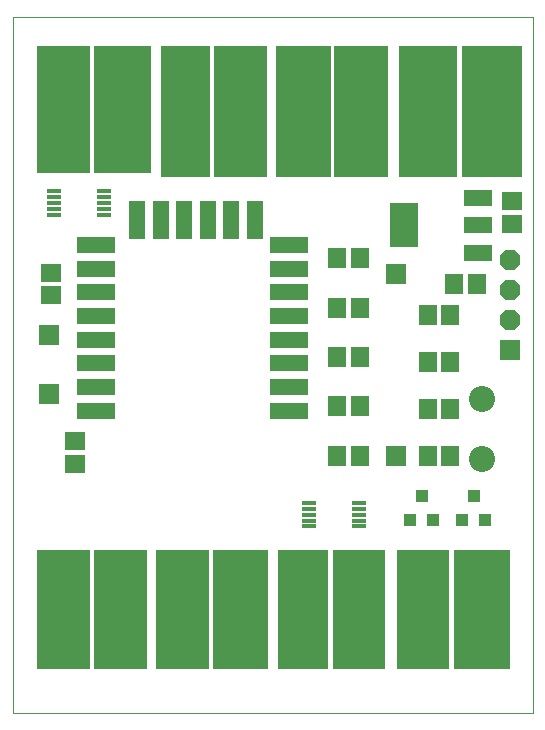
<source format=gbs>
G75*
%MOIN*%
%OFA0B0*%
%FSLAX25Y25*%
%IPPOS*%
%LPD*%
%AMOC8*
5,1,8,0,0,1.08239X$1,22.5*
%
%ADD10C,0.00000*%
%ADD11C,0.00039*%
%ADD12R,0.12611X0.05524*%
%ADD13R,0.05524X0.12611*%
%ADD14R,0.05918X0.06706*%
%ADD15R,0.06706X0.05918*%
%ADD16R,0.06800X0.06800*%
%ADD17OC8,0.06800*%
%ADD18R,0.09599X0.05599*%
%ADD19R,0.09461X0.14973*%
%ADD20R,0.04737X0.01784*%
%ADD21C,0.08674*%
%ADD22R,0.03950X0.04343*%
D10*
X0001300Y0001031D02*
X0001300Y0232921D01*
X0174528Y0232921D01*
X0174528Y0001031D01*
X0001300Y0001031D01*
D11*
X0009174Y0015992D02*
X0009174Y0055362D01*
X0026497Y0055362D01*
X0026497Y0015992D01*
X0009174Y0015992D01*
X0009174Y0016016D02*
X0026497Y0016016D01*
X0026497Y0016054D02*
X0009174Y0016054D01*
X0009174Y0016092D02*
X0026497Y0016092D01*
X0026497Y0016130D02*
X0009174Y0016130D01*
X0009174Y0016168D02*
X0026497Y0016168D01*
X0026497Y0016206D02*
X0009174Y0016206D01*
X0009174Y0016244D02*
X0026497Y0016244D01*
X0026497Y0016281D02*
X0009174Y0016281D01*
X0009174Y0016319D02*
X0026497Y0016319D01*
X0026497Y0016357D02*
X0009174Y0016357D01*
X0009174Y0016395D02*
X0026497Y0016395D01*
X0026497Y0016433D02*
X0009174Y0016433D01*
X0009174Y0016471D02*
X0026497Y0016471D01*
X0026497Y0016509D02*
X0009174Y0016509D01*
X0009174Y0016547D02*
X0026497Y0016547D01*
X0026497Y0016585D02*
X0009174Y0016585D01*
X0009174Y0016622D02*
X0026497Y0016622D01*
X0026497Y0016660D02*
X0009174Y0016660D01*
X0009174Y0016698D02*
X0026497Y0016698D01*
X0026497Y0016736D02*
X0009174Y0016736D01*
X0009174Y0016774D02*
X0026497Y0016774D01*
X0026497Y0016812D02*
X0009174Y0016812D01*
X0009174Y0016850D02*
X0026497Y0016850D01*
X0026497Y0016888D02*
X0009174Y0016888D01*
X0009174Y0016925D02*
X0026497Y0016925D01*
X0026497Y0016963D02*
X0009174Y0016963D01*
X0009174Y0017001D02*
X0026497Y0017001D01*
X0026497Y0017039D02*
X0009174Y0017039D01*
X0009174Y0017077D02*
X0026497Y0017077D01*
X0026497Y0017115D02*
X0009174Y0017115D01*
X0009174Y0017153D02*
X0026497Y0017153D01*
X0026497Y0017191D02*
X0009174Y0017191D01*
X0009174Y0017229D02*
X0026497Y0017229D01*
X0026497Y0017266D02*
X0009174Y0017266D01*
X0009174Y0017304D02*
X0026497Y0017304D01*
X0026497Y0017342D02*
X0009174Y0017342D01*
X0009174Y0017380D02*
X0026497Y0017380D01*
X0026497Y0017418D02*
X0009174Y0017418D01*
X0009174Y0017456D02*
X0026497Y0017456D01*
X0026497Y0017494D02*
X0009174Y0017494D01*
X0009174Y0017532D02*
X0026497Y0017532D01*
X0026497Y0017569D02*
X0009174Y0017569D01*
X0009174Y0017607D02*
X0026497Y0017607D01*
X0026497Y0017645D02*
X0009174Y0017645D01*
X0009174Y0017683D02*
X0026497Y0017683D01*
X0026497Y0017721D02*
X0009174Y0017721D01*
X0009174Y0017759D02*
X0026497Y0017759D01*
X0026497Y0017797D02*
X0009174Y0017797D01*
X0009174Y0017835D02*
X0026497Y0017835D01*
X0026497Y0017873D02*
X0009174Y0017873D01*
X0009174Y0017910D02*
X0026497Y0017910D01*
X0026497Y0017948D02*
X0009174Y0017948D01*
X0009174Y0017986D02*
X0026497Y0017986D01*
X0026497Y0018024D02*
X0009174Y0018024D01*
X0009174Y0018062D02*
X0026497Y0018062D01*
X0026497Y0018100D02*
X0009174Y0018100D01*
X0009174Y0018138D02*
X0026497Y0018138D01*
X0026497Y0018176D02*
X0009174Y0018176D01*
X0009174Y0018213D02*
X0026497Y0018213D01*
X0026497Y0018251D02*
X0009174Y0018251D01*
X0009174Y0018289D02*
X0026497Y0018289D01*
X0026497Y0018327D02*
X0009174Y0018327D01*
X0009174Y0018365D02*
X0026497Y0018365D01*
X0026497Y0018403D02*
X0009174Y0018403D01*
X0009174Y0018441D02*
X0026497Y0018441D01*
X0026497Y0018479D02*
X0009174Y0018479D01*
X0009174Y0018516D02*
X0026497Y0018516D01*
X0026497Y0018554D02*
X0009174Y0018554D01*
X0009174Y0018592D02*
X0026497Y0018592D01*
X0026497Y0018630D02*
X0009174Y0018630D01*
X0009174Y0018668D02*
X0026497Y0018668D01*
X0026497Y0018706D02*
X0009174Y0018706D01*
X0009174Y0018744D02*
X0026497Y0018744D01*
X0026497Y0018782D02*
X0009174Y0018782D01*
X0009174Y0018820D02*
X0026497Y0018820D01*
X0026497Y0018857D02*
X0009174Y0018857D01*
X0009174Y0018895D02*
X0026497Y0018895D01*
X0026497Y0018933D02*
X0009174Y0018933D01*
X0009174Y0018971D02*
X0026497Y0018971D01*
X0026497Y0019009D02*
X0009174Y0019009D01*
X0009174Y0019047D02*
X0026497Y0019047D01*
X0026497Y0019085D02*
X0009174Y0019085D01*
X0009174Y0019123D02*
X0026497Y0019123D01*
X0026497Y0019160D02*
X0009174Y0019160D01*
X0009174Y0019198D02*
X0026497Y0019198D01*
X0026497Y0019236D02*
X0009174Y0019236D01*
X0009174Y0019274D02*
X0026497Y0019274D01*
X0026497Y0019312D02*
X0009174Y0019312D01*
X0009174Y0019350D02*
X0026497Y0019350D01*
X0026497Y0019388D02*
X0009174Y0019388D01*
X0009174Y0019426D02*
X0026497Y0019426D01*
X0026497Y0019464D02*
X0009174Y0019464D01*
X0009174Y0019501D02*
X0026497Y0019501D01*
X0026497Y0019539D02*
X0009174Y0019539D01*
X0009174Y0019577D02*
X0026497Y0019577D01*
X0026497Y0019615D02*
X0009174Y0019615D01*
X0009174Y0019653D02*
X0026497Y0019653D01*
X0026497Y0019691D02*
X0009174Y0019691D01*
X0009174Y0019729D02*
X0026497Y0019729D01*
X0026497Y0019767D02*
X0009174Y0019767D01*
X0009174Y0019804D02*
X0026497Y0019804D01*
X0026497Y0019842D02*
X0009174Y0019842D01*
X0009174Y0019880D02*
X0026497Y0019880D01*
X0026497Y0019918D02*
X0009174Y0019918D01*
X0009174Y0019956D02*
X0026497Y0019956D01*
X0026497Y0019994D02*
X0009174Y0019994D01*
X0009174Y0020032D02*
X0026497Y0020032D01*
X0026497Y0020070D02*
X0009174Y0020070D01*
X0009174Y0020108D02*
X0026497Y0020108D01*
X0026497Y0020145D02*
X0009174Y0020145D01*
X0009174Y0020183D02*
X0026497Y0020183D01*
X0026497Y0020221D02*
X0009174Y0020221D01*
X0009174Y0020259D02*
X0026497Y0020259D01*
X0026497Y0020297D02*
X0009174Y0020297D01*
X0009174Y0020335D02*
X0026497Y0020335D01*
X0026497Y0020373D02*
X0009174Y0020373D01*
X0009174Y0020411D02*
X0026497Y0020411D01*
X0026497Y0020448D02*
X0009174Y0020448D01*
X0009174Y0020486D02*
X0026497Y0020486D01*
X0026497Y0020524D02*
X0009174Y0020524D01*
X0009174Y0020562D02*
X0026497Y0020562D01*
X0026497Y0020600D02*
X0009174Y0020600D01*
X0009174Y0020638D02*
X0026497Y0020638D01*
X0026497Y0020676D02*
X0009174Y0020676D01*
X0009174Y0020714D02*
X0026497Y0020714D01*
X0026497Y0020751D02*
X0009174Y0020751D01*
X0009174Y0020789D02*
X0026497Y0020789D01*
X0026497Y0020827D02*
X0009174Y0020827D01*
X0009174Y0020865D02*
X0026497Y0020865D01*
X0026497Y0020903D02*
X0009174Y0020903D01*
X0009174Y0020941D02*
X0026497Y0020941D01*
X0026497Y0020979D02*
X0009174Y0020979D01*
X0009174Y0021017D02*
X0026497Y0021017D01*
X0026497Y0021055D02*
X0009174Y0021055D01*
X0009174Y0021092D02*
X0026497Y0021092D01*
X0026497Y0021130D02*
X0009174Y0021130D01*
X0009174Y0021168D02*
X0026497Y0021168D01*
X0026497Y0021206D02*
X0009174Y0021206D01*
X0009174Y0021244D02*
X0026497Y0021244D01*
X0026497Y0021282D02*
X0009174Y0021282D01*
X0009174Y0021320D02*
X0026497Y0021320D01*
X0026497Y0021358D02*
X0009174Y0021358D01*
X0009174Y0021395D02*
X0026497Y0021395D01*
X0026497Y0021433D02*
X0009174Y0021433D01*
X0009174Y0021471D02*
X0026497Y0021471D01*
X0026497Y0021509D02*
X0009174Y0021509D01*
X0009174Y0021547D02*
X0026497Y0021547D01*
X0026497Y0021585D02*
X0009174Y0021585D01*
X0009174Y0021623D02*
X0026497Y0021623D01*
X0026497Y0021661D02*
X0009174Y0021661D01*
X0009174Y0021699D02*
X0026497Y0021699D01*
X0026497Y0021736D02*
X0009174Y0021736D01*
X0009174Y0021774D02*
X0026497Y0021774D01*
X0026497Y0021812D02*
X0009174Y0021812D01*
X0009174Y0021850D02*
X0026497Y0021850D01*
X0026497Y0021888D02*
X0009174Y0021888D01*
X0009174Y0021926D02*
X0026497Y0021926D01*
X0026497Y0021964D02*
X0009174Y0021964D01*
X0009174Y0022002D02*
X0026497Y0022002D01*
X0026497Y0022039D02*
X0009174Y0022039D01*
X0009174Y0022077D02*
X0026497Y0022077D01*
X0026497Y0022115D02*
X0009174Y0022115D01*
X0009174Y0022153D02*
X0026497Y0022153D01*
X0026497Y0022191D02*
X0009174Y0022191D01*
X0009174Y0022229D02*
X0026497Y0022229D01*
X0026497Y0022267D02*
X0009174Y0022267D01*
X0009174Y0022305D02*
X0026497Y0022305D01*
X0026497Y0022343D02*
X0009174Y0022343D01*
X0009174Y0022380D02*
X0026497Y0022380D01*
X0026497Y0022418D02*
X0009174Y0022418D01*
X0009174Y0022456D02*
X0026497Y0022456D01*
X0026497Y0022494D02*
X0009174Y0022494D01*
X0009174Y0022532D02*
X0026497Y0022532D01*
X0026497Y0022570D02*
X0009174Y0022570D01*
X0009174Y0022608D02*
X0026497Y0022608D01*
X0026497Y0022646D02*
X0009174Y0022646D01*
X0009174Y0022683D02*
X0026497Y0022683D01*
X0026497Y0022721D02*
X0009174Y0022721D01*
X0009174Y0022759D02*
X0026497Y0022759D01*
X0026497Y0022797D02*
X0009174Y0022797D01*
X0009174Y0022835D02*
X0026497Y0022835D01*
X0026497Y0022873D02*
X0009174Y0022873D01*
X0009174Y0022911D02*
X0026497Y0022911D01*
X0026497Y0022949D02*
X0009174Y0022949D01*
X0009174Y0022986D02*
X0026497Y0022986D01*
X0026497Y0023024D02*
X0009174Y0023024D01*
X0009174Y0023062D02*
X0026497Y0023062D01*
X0026497Y0023100D02*
X0009174Y0023100D01*
X0009174Y0023138D02*
X0026497Y0023138D01*
X0026497Y0023176D02*
X0009174Y0023176D01*
X0009174Y0023214D02*
X0026497Y0023214D01*
X0026497Y0023252D02*
X0009174Y0023252D01*
X0009174Y0023290D02*
X0026497Y0023290D01*
X0026497Y0023327D02*
X0009174Y0023327D01*
X0009174Y0023365D02*
X0026497Y0023365D01*
X0026497Y0023403D02*
X0009174Y0023403D01*
X0009174Y0023441D02*
X0026497Y0023441D01*
X0026497Y0023479D02*
X0009174Y0023479D01*
X0009174Y0023517D02*
X0026497Y0023517D01*
X0026497Y0023555D02*
X0009174Y0023555D01*
X0009174Y0023593D02*
X0026497Y0023593D01*
X0026497Y0023630D02*
X0009174Y0023630D01*
X0009174Y0023668D02*
X0026497Y0023668D01*
X0026497Y0023706D02*
X0009174Y0023706D01*
X0009174Y0023744D02*
X0026497Y0023744D01*
X0026497Y0023782D02*
X0009174Y0023782D01*
X0009174Y0023820D02*
X0026497Y0023820D01*
X0026497Y0023858D02*
X0009174Y0023858D01*
X0009174Y0023896D02*
X0026497Y0023896D01*
X0026497Y0023934D02*
X0009174Y0023934D01*
X0009174Y0023971D02*
X0026497Y0023971D01*
X0026497Y0024009D02*
X0009174Y0024009D01*
X0009174Y0024047D02*
X0026497Y0024047D01*
X0026497Y0024085D02*
X0009174Y0024085D01*
X0009174Y0024123D02*
X0026497Y0024123D01*
X0026497Y0024161D02*
X0009174Y0024161D01*
X0009174Y0024199D02*
X0026497Y0024199D01*
X0026497Y0024237D02*
X0009174Y0024237D01*
X0009174Y0024274D02*
X0026497Y0024274D01*
X0026497Y0024312D02*
X0009174Y0024312D01*
X0009174Y0024350D02*
X0026497Y0024350D01*
X0026497Y0024388D02*
X0009174Y0024388D01*
X0009174Y0024426D02*
X0026497Y0024426D01*
X0026497Y0024464D02*
X0009174Y0024464D01*
X0009174Y0024502D02*
X0026497Y0024502D01*
X0026497Y0024540D02*
X0009174Y0024540D01*
X0009174Y0024578D02*
X0026497Y0024578D01*
X0026497Y0024615D02*
X0009174Y0024615D01*
X0009174Y0024653D02*
X0026497Y0024653D01*
X0026497Y0024691D02*
X0009174Y0024691D01*
X0009174Y0024729D02*
X0026497Y0024729D01*
X0026497Y0024767D02*
X0009174Y0024767D01*
X0009174Y0024805D02*
X0026497Y0024805D01*
X0026497Y0024843D02*
X0009174Y0024843D01*
X0009174Y0024881D02*
X0026497Y0024881D01*
X0026497Y0024918D02*
X0009174Y0024918D01*
X0009174Y0024956D02*
X0026497Y0024956D01*
X0026497Y0024994D02*
X0009174Y0024994D01*
X0009174Y0025032D02*
X0026497Y0025032D01*
X0026497Y0025070D02*
X0009174Y0025070D01*
X0009174Y0025108D02*
X0026497Y0025108D01*
X0026497Y0025146D02*
X0009174Y0025146D01*
X0009174Y0025184D02*
X0026497Y0025184D01*
X0026497Y0025221D02*
X0009174Y0025221D01*
X0009174Y0025259D02*
X0026497Y0025259D01*
X0026497Y0025297D02*
X0009174Y0025297D01*
X0009174Y0025335D02*
X0026497Y0025335D01*
X0026497Y0025373D02*
X0009174Y0025373D01*
X0009174Y0025411D02*
X0026497Y0025411D01*
X0026497Y0025449D02*
X0009174Y0025449D01*
X0009174Y0025487D02*
X0026497Y0025487D01*
X0026497Y0025525D02*
X0009174Y0025525D01*
X0009174Y0025562D02*
X0026497Y0025562D01*
X0026497Y0025600D02*
X0009174Y0025600D01*
X0009174Y0025638D02*
X0026497Y0025638D01*
X0026497Y0025676D02*
X0009174Y0025676D01*
X0009174Y0025714D02*
X0026497Y0025714D01*
X0026497Y0025752D02*
X0009174Y0025752D01*
X0009174Y0025790D02*
X0026497Y0025790D01*
X0026497Y0025828D02*
X0009174Y0025828D01*
X0009174Y0025865D02*
X0026497Y0025865D01*
X0026497Y0025903D02*
X0009174Y0025903D01*
X0009174Y0025941D02*
X0026497Y0025941D01*
X0026497Y0025979D02*
X0009174Y0025979D01*
X0009174Y0026017D02*
X0026497Y0026017D01*
X0026497Y0026055D02*
X0009174Y0026055D01*
X0009174Y0026093D02*
X0026497Y0026093D01*
X0026497Y0026131D02*
X0009174Y0026131D01*
X0009174Y0026169D02*
X0026497Y0026169D01*
X0026497Y0026206D02*
X0009174Y0026206D01*
X0009174Y0026244D02*
X0026497Y0026244D01*
X0026497Y0026282D02*
X0009174Y0026282D01*
X0009174Y0026320D02*
X0026497Y0026320D01*
X0026497Y0026358D02*
X0009174Y0026358D01*
X0009174Y0026396D02*
X0026497Y0026396D01*
X0026497Y0026434D02*
X0009174Y0026434D01*
X0009174Y0026472D02*
X0026497Y0026472D01*
X0026497Y0026509D02*
X0009174Y0026509D01*
X0009174Y0026547D02*
X0026497Y0026547D01*
X0026497Y0026585D02*
X0009174Y0026585D01*
X0009174Y0026623D02*
X0026497Y0026623D01*
X0026497Y0026661D02*
X0009174Y0026661D01*
X0009174Y0026699D02*
X0026497Y0026699D01*
X0026497Y0026737D02*
X0009174Y0026737D01*
X0009174Y0026775D02*
X0026497Y0026775D01*
X0026497Y0026813D02*
X0009174Y0026813D01*
X0009174Y0026850D02*
X0026497Y0026850D01*
X0026497Y0026888D02*
X0009174Y0026888D01*
X0009174Y0026926D02*
X0026497Y0026926D01*
X0026497Y0026964D02*
X0009174Y0026964D01*
X0009174Y0027002D02*
X0026497Y0027002D01*
X0026497Y0027040D02*
X0009174Y0027040D01*
X0009174Y0027078D02*
X0026497Y0027078D01*
X0026497Y0027116D02*
X0009174Y0027116D01*
X0009174Y0027153D02*
X0026497Y0027153D01*
X0026497Y0027191D02*
X0009174Y0027191D01*
X0009174Y0027229D02*
X0026497Y0027229D01*
X0026497Y0027267D02*
X0009174Y0027267D01*
X0009174Y0027305D02*
X0026497Y0027305D01*
X0026497Y0027343D02*
X0009174Y0027343D01*
X0009174Y0027381D02*
X0026497Y0027381D01*
X0026497Y0027419D02*
X0009174Y0027419D01*
X0009174Y0027456D02*
X0026497Y0027456D01*
X0026497Y0027494D02*
X0009174Y0027494D01*
X0009174Y0027532D02*
X0026497Y0027532D01*
X0026497Y0027570D02*
X0009174Y0027570D01*
X0009174Y0027608D02*
X0026497Y0027608D01*
X0026497Y0027646D02*
X0009174Y0027646D01*
X0009174Y0027684D02*
X0026497Y0027684D01*
X0026497Y0027722D02*
X0009174Y0027722D01*
X0009174Y0027760D02*
X0026497Y0027760D01*
X0026497Y0027797D02*
X0009174Y0027797D01*
X0009174Y0027835D02*
X0026497Y0027835D01*
X0026497Y0027873D02*
X0009174Y0027873D01*
X0009174Y0027911D02*
X0026497Y0027911D01*
X0026497Y0027949D02*
X0009174Y0027949D01*
X0009174Y0027987D02*
X0026497Y0027987D01*
X0026497Y0028025D02*
X0009174Y0028025D01*
X0009174Y0028063D02*
X0026497Y0028063D01*
X0026497Y0028100D02*
X0009174Y0028100D01*
X0009174Y0028138D02*
X0026497Y0028138D01*
X0026497Y0028176D02*
X0009174Y0028176D01*
X0009174Y0028214D02*
X0026497Y0028214D01*
X0026497Y0028252D02*
X0009174Y0028252D01*
X0009174Y0028290D02*
X0026497Y0028290D01*
X0026497Y0028328D02*
X0009174Y0028328D01*
X0009174Y0028366D02*
X0026497Y0028366D01*
X0026497Y0028404D02*
X0009174Y0028404D01*
X0009174Y0028441D02*
X0026497Y0028441D01*
X0026497Y0028479D02*
X0009174Y0028479D01*
X0009174Y0028517D02*
X0026497Y0028517D01*
X0026497Y0028555D02*
X0009174Y0028555D01*
X0009174Y0028593D02*
X0026497Y0028593D01*
X0026497Y0028631D02*
X0009174Y0028631D01*
X0009174Y0028669D02*
X0026497Y0028669D01*
X0026497Y0028707D02*
X0009174Y0028707D01*
X0009174Y0028744D02*
X0026497Y0028744D01*
X0026497Y0028782D02*
X0009174Y0028782D01*
X0009174Y0028820D02*
X0026497Y0028820D01*
X0026497Y0028858D02*
X0009174Y0028858D01*
X0009174Y0028896D02*
X0026497Y0028896D01*
X0026497Y0028934D02*
X0009174Y0028934D01*
X0009174Y0028972D02*
X0026497Y0028972D01*
X0026497Y0029010D02*
X0009174Y0029010D01*
X0009174Y0029048D02*
X0026497Y0029048D01*
X0026497Y0029085D02*
X0009174Y0029085D01*
X0009174Y0029123D02*
X0026497Y0029123D01*
X0026497Y0029161D02*
X0009174Y0029161D01*
X0009174Y0029199D02*
X0026497Y0029199D01*
X0026497Y0029237D02*
X0009174Y0029237D01*
X0009174Y0029275D02*
X0026497Y0029275D01*
X0026497Y0029313D02*
X0009174Y0029313D01*
X0009174Y0029351D02*
X0026497Y0029351D01*
X0026497Y0029388D02*
X0009174Y0029388D01*
X0009174Y0029426D02*
X0026497Y0029426D01*
X0026497Y0029464D02*
X0009174Y0029464D01*
X0009174Y0029502D02*
X0026497Y0029502D01*
X0026497Y0029540D02*
X0009174Y0029540D01*
X0009174Y0029578D02*
X0026497Y0029578D01*
X0026497Y0029616D02*
X0009174Y0029616D01*
X0009174Y0029654D02*
X0026497Y0029654D01*
X0026497Y0029691D02*
X0009174Y0029691D01*
X0009174Y0029729D02*
X0026497Y0029729D01*
X0026497Y0029767D02*
X0009174Y0029767D01*
X0009174Y0029805D02*
X0026497Y0029805D01*
X0026497Y0029843D02*
X0009174Y0029843D01*
X0009174Y0029881D02*
X0026497Y0029881D01*
X0026497Y0029919D02*
X0009174Y0029919D01*
X0009174Y0029957D02*
X0026497Y0029957D01*
X0026497Y0029995D02*
X0009174Y0029995D01*
X0009174Y0030032D02*
X0026497Y0030032D01*
X0026497Y0030070D02*
X0009174Y0030070D01*
X0009174Y0030108D02*
X0026497Y0030108D01*
X0026497Y0030146D02*
X0009174Y0030146D01*
X0009174Y0030184D02*
X0026497Y0030184D01*
X0026497Y0030222D02*
X0009174Y0030222D01*
X0009174Y0030260D02*
X0026497Y0030260D01*
X0026497Y0030298D02*
X0009174Y0030298D01*
X0009174Y0030335D02*
X0026497Y0030335D01*
X0026497Y0030373D02*
X0009174Y0030373D01*
X0009174Y0030411D02*
X0026497Y0030411D01*
X0026497Y0030449D02*
X0009174Y0030449D01*
X0009174Y0030487D02*
X0026497Y0030487D01*
X0026497Y0030525D02*
X0009174Y0030525D01*
X0009174Y0030563D02*
X0026497Y0030563D01*
X0026497Y0030601D02*
X0009174Y0030601D01*
X0009174Y0030639D02*
X0026497Y0030639D01*
X0026497Y0030676D02*
X0009174Y0030676D01*
X0009174Y0030714D02*
X0026497Y0030714D01*
X0026497Y0030752D02*
X0009174Y0030752D01*
X0009174Y0030790D02*
X0026497Y0030790D01*
X0026497Y0030828D02*
X0009174Y0030828D01*
X0009174Y0030866D02*
X0026497Y0030866D01*
X0026497Y0030904D02*
X0009174Y0030904D01*
X0009174Y0030942D02*
X0026497Y0030942D01*
X0026497Y0030979D02*
X0009174Y0030979D01*
X0009174Y0031017D02*
X0026497Y0031017D01*
X0026497Y0031055D02*
X0009174Y0031055D01*
X0009174Y0031093D02*
X0026497Y0031093D01*
X0026497Y0031131D02*
X0009174Y0031131D01*
X0009174Y0031169D02*
X0026497Y0031169D01*
X0026497Y0031207D02*
X0009174Y0031207D01*
X0009174Y0031245D02*
X0026497Y0031245D01*
X0026497Y0031283D02*
X0009174Y0031283D01*
X0009174Y0031320D02*
X0026497Y0031320D01*
X0026497Y0031358D02*
X0009174Y0031358D01*
X0009174Y0031396D02*
X0026497Y0031396D01*
X0026497Y0031434D02*
X0009174Y0031434D01*
X0009174Y0031472D02*
X0026497Y0031472D01*
X0026497Y0031510D02*
X0009174Y0031510D01*
X0009174Y0031548D02*
X0026497Y0031548D01*
X0026497Y0031586D02*
X0009174Y0031586D01*
X0009174Y0031623D02*
X0026497Y0031623D01*
X0026497Y0031661D02*
X0009174Y0031661D01*
X0009174Y0031699D02*
X0026497Y0031699D01*
X0026497Y0031737D02*
X0009174Y0031737D01*
X0009174Y0031775D02*
X0026497Y0031775D01*
X0026497Y0031813D02*
X0009174Y0031813D01*
X0009174Y0031851D02*
X0026497Y0031851D01*
X0026497Y0031889D02*
X0009174Y0031889D01*
X0009174Y0031927D02*
X0026497Y0031927D01*
X0026497Y0031964D02*
X0009174Y0031964D01*
X0009174Y0032002D02*
X0026497Y0032002D01*
X0026497Y0032040D02*
X0009174Y0032040D01*
X0009174Y0032078D02*
X0026497Y0032078D01*
X0026497Y0032116D02*
X0009174Y0032116D01*
X0009174Y0032154D02*
X0026497Y0032154D01*
X0026497Y0032192D02*
X0009174Y0032192D01*
X0009174Y0032230D02*
X0026497Y0032230D01*
X0026497Y0032267D02*
X0009174Y0032267D01*
X0009174Y0032305D02*
X0026497Y0032305D01*
X0026497Y0032343D02*
X0009174Y0032343D01*
X0009174Y0032381D02*
X0026497Y0032381D01*
X0026497Y0032419D02*
X0009174Y0032419D01*
X0009174Y0032457D02*
X0026497Y0032457D01*
X0026497Y0032495D02*
X0009174Y0032495D01*
X0009174Y0032533D02*
X0026497Y0032533D01*
X0026497Y0032570D02*
X0009174Y0032570D01*
X0009174Y0032608D02*
X0026497Y0032608D01*
X0026497Y0032646D02*
X0009174Y0032646D01*
X0009174Y0032684D02*
X0026497Y0032684D01*
X0026497Y0032722D02*
X0009174Y0032722D01*
X0009174Y0032760D02*
X0026497Y0032760D01*
X0026497Y0032798D02*
X0009174Y0032798D01*
X0009174Y0032836D02*
X0026497Y0032836D01*
X0026497Y0032874D02*
X0009174Y0032874D01*
X0009174Y0032911D02*
X0026497Y0032911D01*
X0026497Y0032949D02*
X0009174Y0032949D01*
X0009174Y0032987D02*
X0026497Y0032987D01*
X0026497Y0033025D02*
X0009174Y0033025D01*
X0009174Y0033063D02*
X0026497Y0033063D01*
X0026497Y0033101D02*
X0009174Y0033101D01*
X0009174Y0033139D02*
X0026497Y0033139D01*
X0026497Y0033177D02*
X0009174Y0033177D01*
X0009174Y0033214D02*
X0026497Y0033214D01*
X0026497Y0033252D02*
X0009174Y0033252D01*
X0009174Y0033290D02*
X0026497Y0033290D01*
X0026497Y0033328D02*
X0009174Y0033328D01*
X0009174Y0033366D02*
X0026497Y0033366D01*
X0026497Y0033404D02*
X0009174Y0033404D01*
X0009174Y0033442D02*
X0026497Y0033442D01*
X0026497Y0033480D02*
X0009174Y0033480D01*
X0009174Y0033518D02*
X0026497Y0033518D01*
X0026497Y0033555D02*
X0009174Y0033555D01*
X0009174Y0033593D02*
X0026497Y0033593D01*
X0026497Y0033631D02*
X0009174Y0033631D01*
X0009174Y0033669D02*
X0026497Y0033669D01*
X0026497Y0033707D02*
X0009174Y0033707D01*
X0009174Y0033745D02*
X0026497Y0033745D01*
X0026497Y0033783D02*
X0009174Y0033783D01*
X0009174Y0033821D02*
X0026497Y0033821D01*
X0026497Y0033858D02*
X0009174Y0033858D01*
X0009174Y0033896D02*
X0026497Y0033896D01*
X0026497Y0033934D02*
X0009174Y0033934D01*
X0009174Y0033972D02*
X0026497Y0033972D01*
X0026497Y0034010D02*
X0009174Y0034010D01*
X0009174Y0034048D02*
X0026497Y0034048D01*
X0026497Y0034086D02*
X0009174Y0034086D01*
X0009174Y0034124D02*
X0026497Y0034124D01*
X0026497Y0034162D02*
X0009174Y0034162D01*
X0009174Y0034199D02*
X0026497Y0034199D01*
X0026497Y0034237D02*
X0009174Y0034237D01*
X0009174Y0034275D02*
X0026497Y0034275D01*
X0026497Y0034313D02*
X0009174Y0034313D01*
X0009174Y0034351D02*
X0026497Y0034351D01*
X0026497Y0034389D02*
X0009174Y0034389D01*
X0009174Y0034427D02*
X0026497Y0034427D01*
X0026497Y0034465D02*
X0009174Y0034465D01*
X0009174Y0034502D02*
X0026497Y0034502D01*
X0026497Y0034540D02*
X0009174Y0034540D01*
X0009174Y0034578D02*
X0026497Y0034578D01*
X0026497Y0034616D02*
X0009174Y0034616D01*
X0009174Y0034654D02*
X0026497Y0034654D01*
X0026497Y0034692D02*
X0009174Y0034692D01*
X0009174Y0034730D02*
X0026497Y0034730D01*
X0026497Y0034768D02*
X0009174Y0034768D01*
X0009174Y0034805D02*
X0026497Y0034805D01*
X0026497Y0034843D02*
X0009174Y0034843D01*
X0009174Y0034881D02*
X0026497Y0034881D01*
X0026497Y0034919D02*
X0009174Y0034919D01*
X0009174Y0034957D02*
X0026497Y0034957D01*
X0026497Y0034995D02*
X0009174Y0034995D01*
X0009174Y0035033D02*
X0026497Y0035033D01*
X0026497Y0035071D02*
X0009174Y0035071D01*
X0009174Y0035109D02*
X0026497Y0035109D01*
X0026497Y0035146D02*
X0009174Y0035146D01*
X0009174Y0035184D02*
X0026497Y0035184D01*
X0026497Y0035222D02*
X0009174Y0035222D01*
X0009174Y0035260D02*
X0026497Y0035260D01*
X0026497Y0035298D02*
X0009174Y0035298D01*
X0009174Y0035336D02*
X0026497Y0035336D01*
X0026497Y0035374D02*
X0009174Y0035374D01*
X0009174Y0035412D02*
X0026497Y0035412D01*
X0026497Y0035449D02*
X0009174Y0035449D01*
X0009174Y0035487D02*
X0026497Y0035487D01*
X0026497Y0035525D02*
X0009174Y0035525D01*
X0009174Y0035563D02*
X0026497Y0035563D01*
X0026497Y0035601D02*
X0009174Y0035601D01*
X0009174Y0035639D02*
X0026497Y0035639D01*
X0026497Y0035677D02*
X0009174Y0035677D01*
X0009174Y0035715D02*
X0026497Y0035715D01*
X0026497Y0035753D02*
X0009174Y0035753D01*
X0009174Y0035790D02*
X0026497Y0035790D01*
X0026497Y0035828D02*
X0009174Y0035828D01*
X0009174Y0035866D02*
X0026497Y0035866D01*
X0026497Y0035904D02*
X0009174Y0035904D01*
X0009174Y0035942D02*
X0026497Y0035942D01*
X0026497Y0035980D02*
X0009174Y0035980D01*
X0009174Y0036018D02*
X0026497Y0036018D01*
X0026497Y0036056D02*
X0009174Y0036056D01*
X0009174Y0036093D02*
X0026497Y0036093D01*
X0026497Y0036131D02*
X0009174Y0036131D01*
X0009174Y0036169D02*
X0026497Y0036169D01*
X0026497Y0036207D02*
X0009174Y0036207D01*
X0009174Y0036245D02*
X0026497Y0036245D01*
X0026497Y0036283D02*
X0009174Y0036283D01*
X0009174Y0036321D02*
X0026497Y0036321D01*
X0026497Y0036359D02*
X0009174Y0036359D01*
X0009174Y0036397D02*
X0026497Y0036397D01*
X0026497Y0036434D02*
X0009174Y0036434D01*
X0009174Y0036472D02*
X0026497Y0036472D01*
X0026497Y0036510D02*
X0009174Y0036510D01*
X0009174Y0036548D02*
X0026497Y0036548D01*
X0026497Y0036586D02*
X0009174Y0036586D01*
X0009174Y0036624D02*
X0026497Y0036624D01*
X0026497Y0036662D02*
X0009174Y0036662D01*
X0009174Y0036700D02*
X0026497Y0036700D01*
X0026497Y0036737D02*
X0009174Y0036737D01*
X0009174Y0036775D02*
X0026497Y0036775D01*
X0026497Y0036813D02*
X0009174Y0036813D01*
X0009174Y0036851D02*
X0026497Y0036851D01*
X0026497Y0036889D02*
X0009174Y0036889D01*
X0009174Y0036927D02*
X0026497Y0036927D01*
X0026497Y0036965D02*
X0009174Y0036965D01*
X0009174Y0037003D02*
X0026497Y0037003D01*
X0026497Y0037040D02*
X0009174Y0037040D01*
X0009174Y0037078D02*
X0026497Y0037078D01*
X0026497Y0037116D02*
X0009174Y0037116D01*
X0009174Y0037154D02*
X0026497Y0037154D01*
X0026497Y0037192D02*
X0009174Y0037192D01*
X0009174Y0037230D02*
X0026497Y0037230D01*
X0026497Y0037268D02*
X0009174Y0037268D01*
X0009174Y0037306D02*
X0026497Y0037306D01*
X0026497Y0037344D02*
X0009174Y0037344D01*
X0009174Y0037381D02*
X0026497Y0037381D01*
X0026497Y0037419D02*
X0009174Y0037419D01*
X0009174Y0037457D02*
X0026497Y0037457D01*
X0026497Y0037495D02*
X0009174Y0037495D01*
X0009174Y0037533D02*
X0026497Y0037533D01*
X0026497Y0037571D02*
X0009174Y0037571D01*
X0009174Y0037609D02*
X0026497Y0037609D01*
X0026497Y0037647D02*
X0009174Y0037647D01*
X0009174Y0037684D02*
X0026497Y0037684D01*
X0026497Y0037722D02*
X0009174Y0037722D01*
X0009174Y0037760D02*
X0026497Y0037760D01*
X0026497Y0037798D02*
X0009174Y0037798D01*
X0009174Y0037836D02*
X0026497Y0037836D01*
X0026497Y0037874D02*
X0009174Y0037874D01*
X0009174Y0037912D02*
X0026497Y0037912D01*
X0026497Y0037950D02*
X0009174Y0037950D01*
X0009174Y0037988D02*
X0026497Y0037988D01*
X0026497Y0038025D02*
X0009174Y0038025D01*
X0009174Y0038063D02*
X0026497Y0038063D01*
X0026497Y0038101D02*
X0009174Y0038101D01*
X0009174Y0038139D02*
X0026497Y0038139D01*
X0026497Y0038177D02*
X0009174Y0038177D01*
X0009174Y0038215D02*
X0026497Y0038215D01*
X0026497Y0038253D02*
X0009174Y0038253D01*
X0009174Y0038291D02*
X0026497Y0038291D01*
X0026497Y0038328D02*
X0009174Y0038328D01*
X0009174Y0038366D02*
X0026497Y0038366D01*
X0026497Y0038404D02*
X0009174Y0038404D01*
X0009174Y0038442D02*
X0026497Y0038442D01*
X0026497Y0038480D02*
X0009174Y0038480D01*
X0009174Y0038518D02*
X0026497Y0038518D01*
X0026497Y0038556D02*
X0009174Y0038556D01*
X0009174Y0038594D02*
X0026497Y0038594D01*
X0026497Y0038632D02*
X0009174Y0038632D01*
X0009174Y0038669D02*
X0026497Y0038669D01*
X0026497Y0038707D02*
X0009174Y0038707D01*
X0009174Y0038745D02*
X0026497Y0038745D01*
X0026497Y0038783D02*
X0009174Y0038783D01*
X0009174Y0038821D02*
X0026497Y0038821D01*
X0026497Y0038859D02*
X0009174Y0038859D01*
X0009174Y0038897D02*
X0026497Y0038897D01*
X0026497Y0038935D02*
X0009174Y0038935D01*
X0009174Y0038972D02*
X0026497Y0038972D01*
X0026497Y0039010D02*
X0009174Y0039010D01*
X0009174Y0039048D02*
X0026497Y0039048D01*
X0026497Y0039086D02*
X0009174Y0039086D01*
X0009174Y0039124D02*
X0026497Y0039124D01*
X0026497Y0039162D02*
X0009174Y0039162D01*
X0009174Y0039200D02*
X0026497Y0039200D01*
X0026497Y0039238D02*
X0009174Y0039238D01*
X0009174Y0039275D02*
X0026497Y0039275D01*
X0026497Y0039313D02*
X0009174Y0039313D01*
X0009174Y0039351D02*
X0026497Y0039351D01*
X0026497Y0039389D02*
X0009174Y0039389D01*
X0009174Y0039427D02*
X0026497Y0039427D01*
X0026497Y0039465D02*
X0009174Y0039465D01*
X0009174Y0039503D02*
X0026497Y0039503D01*
X0026497Y0039541D02*
X0009174Y0039541D01*
X0009174Y0039579D02*
X0026497Y0039579D01*
X0026497Y0039616D02*
X0009174Y0039616D01*
X0009174Y0039654D02*
X0026497Y0039654D01*
X0026497Y0039692D02*
X0009174Y0039692D01*
X0009174Y0039730D02*
X0026497Y0039730D01*
X0026497Y0039768D02*
X0009174Y0039768D01*
X0009174Y0039806D02*
X0026497Y0039806D01*
X0026497Y0039844D02*
X0009174Y0039844D01*
X0009174Y0039882D02*
X0026497Y0039882D01*
X0026497Y0039919D02*
X0009174Y0039919D01*
X0009174Y0039957D02*
X0026497Y0039957D01*
X0026497Y0039995D02*
X0009174Y0039995D01*
X0009174Y0040033D02*
X0026497Y0040033D01*
X0026497Y0040071D02*
X0009174Y0040071D01*
X0009174Y0040109D02*
X0026497Y0040109D01*
X0026497Y0040147D02*
X0009174Y0040147D01*
X0009174Y0040185D02*
X0026497Y0040185D01*
X0026497Y0040223D02*
X0009174Y0040223D01*
X0009174Y0040260D02*
X0026497Y0040260D01*
X0026497Y0040298D02*
X0009174Y0040298D01*
X0009174Y0040336D02*
X0026497Y0040336D01*
X0026497Y0040374D02*
X0009174Y0040374D01*
X0009174Y0040412D02*
X0026497Y0040412D01*
X0026497Y0040450D02*
X0009174Y0040450D01*
X0009174Y0040488D02*
X0026497Y0040488D01*
X0026497Y0040526D02*
X0009174Y0040526D01*
X0009174Y0040563D02*
X0026497Y0040563D01*
X0026497Y0040601D02*
X0009174Y0040601D01*
X0009174Y0040639D02*
X0026497Y0040639D01*
X0026497Y0040677D02*
X0009174Y0040677D01*
X0009174Y0040715D02*
X0026497Y0040715D01*
X0026497Y0040753D02*
X0009174Y0040753D01*
X0009174Y0040791D02*
X0026497Y0040791D01*
X0026497Y0040829D02*
X0009174Y0040829D01*
X0009174Y0040867D02*
X0026497Y0040867D01*
X0026497Y0040904D02*
X0009174Y0040904D01*
X0009174Y0040942D02*
X0026497Y0040942D01*
X0026497Y0040980D02*
X0009174Y0040980D01*
X0009174Y0041018D02*
X0026497Y0041018D01*
X0026497Y0041056D02*
X0009174Y0041056D01*
X0009174Y0041094D02*
X0026497Y0041094D01*
X0026497Y0041132D02*
X0009174Y0041132D01*
X0009174Y0041170D02*
X0026497Y0041170D01*
X0026497Y0041207D02*
X0009174Y0041207D01*
X0009174Y0041245D02*
X0026497Y0041245D01*
X0026497Y0041283D02*
X0009174Y0041283D01*
X0009174Y0041321D02*
X0026497Y0041321D01*
X0026497Y0041359D02*
X0009174Y0041359D01*
X0009174Y0041397D02*
X0026497Y0041397D01*
X0026497Y0041435D02*
X0009174Y0041435D01*
X0009174Y0041473D02*
X0026497Y0041473D01*
X0026497Y0041510D02*
X0009174Y0041510D01*
X0009174Y0041548D02*
X0026497Y0041548D01*
X0026497Y0041586D02*
X0009174Y0041586D01*
X0009174Y0041624D02*
X0026497Y0041624D01*
X0026497Y0041662D02*
X0009174Y0041662D01*
X0009174Y0041700D02*
X0026497Y0041700D01*
X0026497Y0041738D02*
X0009174Y0041738D01*
X0009174Y0041776D02*
X0026497Y0041776D01*
X0026497Y0041814D02*
X0009174Y0041814D01*
X0009174Y0041851D02*
X0026497Y0041851D01*
X0026497Y0041889D02*
X0009174Y0041889D01*
X0009174Y0041927D02*
X0026497Y0041927D01*
X0026497Y0041965D02*
X0009174Y0041965D01*
X0009174Y0042003D02*
X0026497Y0042003D01*
X0026497Y0042041D02*
X0009174Y0042041D01*
X0009174Y0042079D02*
X0026497Y0042079D01*
X0026497Y0042117D02*
X0009174Y0042117D01*
X0009174Y0042154D02*
X0026497Y0042154D01*
X0026497Y0042192D02*
X0009174Y0042192D01*
X0009174Y0042230D02*
X0026497Y0042230D01*
X0026497Y0042268D02*
X0009174Y0042268D01*
X0009174Y0042306D02*
X0026497Y0042306D01*
X0026497Y0042344D02*
X0009174Y0042344D01*
X0009174Y0042382D02*
X0026497Y0042382D01*
X0026497Y0042420D02*
X0009174Y0042420D01*
X0009174Y0042458D02*
X0026497Y0042458D01*
X0026497Y0042495D02*
X0009174Y0042495D01*
X0009174Y0042533D02*
X0026497Y0042533D01*
X0026497Y0042571D02*
X0009174Y0042571D01*
X0009174Y0042609D02*
X0026497Y0042609D01*
X0026497Y0042647D02*
X0009174Y0042647D01*
X0009174Y0042685D02*
X0026497Y0042685D01*
X0026497Y0042723D02*
X0009174Y0042723D01*
X0009174Y0042761D02*
X0026497Y0042761D01*
X0026497Y0042798D02*
X0009174Y0042798D01*
X0009174Y0042836D02*
X0026497Y0042836D01*
X0026497Y0042874D02*
X0009174Y0042874D01*
X0009174Y0042912D02*
X0026497Y0042912D01*
X0026497Y0042950D02*
X0009174Y0042950D01*
X0009174Y0042988D02*
X0026497Y0042988D01*
X0026497Y0043026D02*
X0009174Y0043026D01*
X0009174Y0043064D02*
X0026497Y0043064D01*
X0026497Y0043102D02*
X0009174Y0043102D01*
X0009174Y0043139D02*
X0026497Y0043139D01*
X0026497Y0043177D02*
X0009174Y0043177D01*
X0009174Y0043215D02*
X0026497Y0043215D01*
X0026497Y0043253D02*
X0009174Y0043253D01*
X0009174Y0043291D02*
X0026497Y0043291D01*
X0026497Y0043329D02*
X0009174Y0043329D01*
X0009174Y0043367D02*
X0026497Y0043367D01*
X0026497Y0043405D02*
X0009174Y0043405D01*
X0009174Y0043442D02*
X0026497Y0043442D01*
X0026497Y0043480D02*
X0009174Y0043480D01*
X0009174Y0043518D02*
X0026497Y0043518D01*
X0026497Y0043556D02*
X0009174Y0043556D01*
X0009174Y0043594D02*
X0026497Y0043594D01*
X0026497Y0043632D02*
X0009174Y0043632D01*
X0009174Y0043670D02*
X0026497Y0043670D01*
X0026497Y0043708D02*
X0009174Y0043708D01*
X0009174Y0043745D02*
X0026497Y0043745D01*
X0026497Y0043783D02*
X0009174Y0043783D01*
X0009174Y0043821D02*
X0026497Y0043821D01*
X0026497Y0043859D02*
X0009174Y0043859D01*
X0009174Y0043897D02*
X0026497Y0043897D01*
X0026497Y0043935D02*
X0009174Y0043935D01*
X0009174Y0043973D02*
X0026497Y0043973D01*
X0026497Y0044011D02*
X0009174Y0044011D01*
X0009174Y0044049D02*
X0026497Y0044049D01*
X0026497Y0044086D02*
X0009174Y0044086D01*
X0009174Y0044124D02*
X0026497Y0044124D01*
X0026497Y0044162D02*
X0009174Y0044162D01*
X0009174Y0044200D02*
X0026497Y0044200D01*
X0026497Y0044238D02*
X0009174Y0044238D01*
X0009174Y0044276D02*
X0026497Y0044276D01*
X0026497Y0044314D02*
X0009174Y0044314D01*
X0009174Y0044352D02*
X0026497Y0044352D01*
X0026497Y0044389D02*
X0009174Y0044389D01*
X0009174Y0044427D02*
X0026497Y0044427D01*
X0026497Y0044465D02*
X0009174Y0044465D01*
X0009174Y0044503D02*
X0026497Y0044503D01*
X0026497Y0044541D02*
X0009174Y0044541D01*
X0009174Y0044579D02*
X0026497Y0044579D01*
X0026497Y0044617D02*
X0009174Y0044617D01*
X0009174Y0044655D02*
X0026497Y0044655D01*
X0026497Y0044693D02*
X0009174Y0044693D01*
X0009174Y0044730D02*
X0026497Y0044730D01*
X0026497Y0044768D02*
X0009174Y0044768D01*
X0009174Y0044806D02*
X0026497Y0044806D01*
X0026497Y0044844D02*
X0009174Y0044844D01*
X0009174Y0044882D02*
X0026497Y0044882D01*
X0026497Y0044920D02*
X0009174Y0044920D01*
X0009174Y0044958D02*
X0026497Y0044958D01*
X0026497Y0044996D02*
X0009174Y0044996D01*
X0009174Y0045033D02*
X0026497Y0045033D01*
X0026497Y0045071D02*
X0009174Y0045071D01*
X0009174Y0045109D02*
X0026497Y0045109D01*
X0026497Y0045147D02*
X0009174Y0045147D01*
X0009174Y0045185D02*
X0026497Y0045185D01*
X0026497Y0045223D02*
X0009174Y0045223D01*
X0009174Y0045261D02*
X0026497Y0045261D01*
X0026497Y0045299D02*
X0009174Y0045299D01*
X0009174Y0045337D02*
X0026497Y0045337D01*
X0026497Y0045374D02*
X0009174Y0045374D01*
X0009174Y0045412D02*
X0026497Y0045412D01*
X0026497Y0045450D02*
X0009174Y0045450D01*
X0009174Y0045488D02*
X0026497Y0045488D01*
X0026497Y0045526D02*
X0009174Y0045526D01*
X0009174Y0045564D02*
X0026497Y0045564D01*
X0026497Y0045602D02*
X0009174Y0045602D01*
X0009174Y0045640D02*
X0026497Y0045640D01*
X0026497Y0045677D02*
X0009174Y0045677D01*
X0009174Y0045715D02*
X0026497Y0045715D01*
X0026497Y0045753D02*
X0009174Y0045753D01*
X0009174Y0045791D02*
X0026497Y0045791D01*
X0026497Y0045829D02*
X0009174Y0045829D01*
X0009174Y0045867D02*
X0026497Y0045867D01*
X0026497Y0045905D02*
X0009174Y0045905D01*
X0009174Y0045943D02*
X0026497Y0045943D01*
X0026497Y0045980D02*
X0009174Y0045980D01*
X0009174Y0046018D02*
X0026497Y0046018D01*
X0026497Y0046056D02*
X0009174Y0046056D01*
X0009174Y0046094D02*
X0026497Y0046094D01*
X0026497Y0046132D02*
X0009174Y0046132D01*
X0009174Y0046170D02*
X0026497Y0046170D01*
X0026497Y0046208D02*
X0009174Y0046208D01*
X0009174Y0046246D02*
X0026497Y0046246D01*
X0026497Y0046284D02*
X0009174Y0046284D01*
X0009174Y0046321D02*
X0026497Y0046321D01*
X0026497Y0046359D02*
X0009174Y0046359D01*
X0009174Y0046397D02*
X0026497Y0046397D01*
X0026497Y0046435D02*
X0009174Y0046435D01*
X0009174Y0046473D02*
X0026497Y0046473D01*
X0026497Y0046511D02*
X0009174Y0046511D01*
X0009174Y0046549D02*
X0026497Y0046549D01*
X0026497Y0046587D02*
X0009174Y0046587D01*
X0009174Y0046624D02*
X0026497Y0046624D01*
X0026497Y0046662D02*
X0009174Y0046662D01*
X0009174Y0046700D02*
X0026497Y0046700D01*
X0026497Y0046738D02*
X0009174Y0046738D01*
X0009174Y0046776D02*
X0026497Y0046776D01*
X0026497Y0046814D02*
X0009174Y0046814D01*
X0009174Y0046852D02*
X0026497Y0046852D01*
X0026497Y0046890D02*
X0009174Y0046890D01*
X0009174Y0046928D02*
X0026497Y0046928D01*
X0026497Y0046965D02*
X0009174Y0046965D01*
X0009174Y0047003D02*
X0026497Y0047003D01*
X0026497Y0047041D02*
X0009174Y0047041D01*
X0009174Y0047079D02*
X0026497Y0047079D01*
X0026497Y0047117D02*
X0009174Y0047117D01*
X0009174Y0047155D02*
X0026497Y0047155D01*
X0026497Y0047193D02*
X0009174Y0047193D01*
X0009174Y0047231D02*
X0026497Y0047231D01*
X0026497Y0047268D02*
X0009174Y0047268D01*
X0009174Y0047306D02*
X0026497Y0047306D01*
X0026497Y0047344D02*
X0009174Y0047344D01*
X0009174Y0047382D02*
X0026497Y0047382D01*
X0026497Y0047420D02*
X0009174Y0047420D01*
X0009174Y0047458D02*
X0026497Y0047458D01*
X0026497Y0047496D02*
X0009174Y0047496D01*
X0009174Y0047534D02*
X0026497Y0047534D01*
X0026497Y0047572D02*
X0009174Y0047572D01*
X0009174Y0047609D02*
X0026497Y0047609D01*
X0026497Y0047647D02*
X0009174Y0047647D01*
X0009174Y0047685D02*
X0026497Y0047685D01*
X0026497Y0047723D02*
X0009174Y0047723D01*
X0009174Y0047761D02*
X0026497Y0047761D01*
X0026497Y0047799D02*
X0009174Y0047799D01*
X0009174Y0047837D02*
X0026497Y0047837D01*
X0026497Y0047875D02*
X0009174Y0047875D01*
X0009174Y0047912D02*
X0026497Y0047912D01*
X0026497Y0047950D02*
X0009174Y0047950D01*
X0009174Y0047988D02*
X0026497Y0047988D01*
X0026497Y0048026D02*
X0009174Y0048026D01*
X0009174Y0048064D02*
X0026497Y0048064D01*
X0026497Y0048102D02*
X0009174Y0048102D01*
X0009174Y0048140D02*
X0026497Y0048140D01*
X0026497Y0048178D02*
X0009174Y0048178D01*
X0009174Y0048216D02*
X0026497Y0048216D01*
X0026497Y0048253D02*
X0009174Y0048253D01*
X0009174Y0048291D02*
X0026497Y0048291D01*
X0026497Y0048329D02*
X0009174Y0048329D01*
X0009174Y0048367D02*
X0026497Y0048367D01*
X0026497Y0048405D02*
X0009174Y0048405D01*
X0009174Y0048443D02*
X0026497Y0048443D01*
X0026497Y0048481D02*
X0009174Y0048481D01*
X0009174Y0048519D02*
X0026497Y0048519D01*
X0026497Y0048556D02*
X0009174Y0048556D01*
X0009174Y0048594D02*
X0026497Y0048594D01*
X0026497Y0048632D02*
X0009174Y0048632D01*
X0009174Y0048670D02*
X0026497Y0048670D01*
X0026497Y0048708D02*
X0009174Y0048708D01*
X0009174Y0048746D02*
X0026497Y0048746D01*
X0026497Y0048784D02*
X0009174Y0048784D01*
X0009174Y0048822D02*
X0026497Y0048822D01*
X0026497Y0048859D02*
X0009174Y0048859D01*
X0009174Y0048897D02*
X0026497Y0048897D01*
X0026497Y0048935D02*
X0009174Y0048935D01*
X0009174Y0048973D02*
X0026497Y0048973D01*
X0026497Y0049011D02*
X0009174Y0049011D01*
X0009174Y0049049D02*
X0026497Y0049049D01*
X0026497Y0049087D02*
X0009174Y0049087D01*
X0009174Y0049125D02*
X0026497Y0049125D01*
X0026497Y0049163D02*
X0009174Y0049163D01*
X0009174Y0049200D02*
X0026497Y0049200D01*
X0026497Y0049238D02*
X0009174Y0049238D01*
X0009174Y0049276D02*
X0026497Y0049276D01*
X0026497Y0049314D02*
X0009174Y0049314D01*
X0009174Y0049352D02*
X0026497Y0049352D01*
X0026497Y0049390D02*
X0009174Y0049390D01*
X0009174Y0049428D02*
X0026497Y0049428D01*
X0026497Y0049466D02*
X0009174Y0049466D01*
X0009174Y0049503D02*
X0026497Y0049503D01*
X0026497Y0049541D02*
X0009174Y0049541D01*
X0009174Y0049579D02*
X0026497Y0049579D01*
X0026497Y0049617D02*
X0009174Y0049617D01*
X0009174Y0049655D02*
X0026497Y0049655D01*
X0026497Y0049693D02*
X0009174Y0049693D01*
X0009174Y0049731D02*
X0026497Y0049731D01*
X0026497Y0049769D02*
X0009174Y0049769D01*
X0009174Y0049807D02*
X0026497Y0049807D01*
X0026497Y0049844D02*
X0009174Y0049844D01*
X0009174Y0049882D02*
X0026497Y0049882D01*
X0026497Y0049920D02*
X0009174Y0049920D01*
X0009174Y0049958D02*
X0026497Y0049958D01*
X0026497Y0049996D02*
X0009174Y0049996D01*
X0009174Y0050034D02*
X0026497Y0050034D01*
X0026497Y0050072D02*
X0009174Y0050072D01*
X0009174Y0050110D02*
X0026497Y0050110D01*
X0026497Y0050147D02*
X0009174Y0050147D01*
X0009174Y0050185D02*
X0026497Y0050185D01*
X0026497Y0050223D02*
X0009174Y0050223D01*
X0009174Y0050261D02*
X0026497Y0050261D01*
X0026497Y0050299D02*
X0009174Y0050299D01*
X0009174Y0050337D02*
X0026497Y0050337D01*
X0026497Y0050375D02*
X0009174Y0050375D01*
X0009174Y0050413D02*
X0026497Y0050413D01*
X0026497Y0050451D02*
X0009174Y0050451D01*
X0009174Y0050488D02*
X0026497Y0050488D01*
X0026497Y0050526D02*
X0009174Y0050526D01*
X0009174Y0050564D02*
X0026497Y0050564D01*
X0026497Y0050602D02*
X0009174Y0050602D01*
X0009174Y0050640D02*
X0026497Y0050640D01*
X0026497Y0050678D02*
X0009174Y0050678D01*
X0009174Y0050716D02*
X0026497Y0050716D01*
X0026497Y0050754D02*
X0009174Y0050754D01*
X0009174Y0050791D02*
X0026497Y0050791D01*
X0026497Y0050829D02*
X0009174Y0050829D01*
X0009174Y0050867D02*
X0026497Y0050867D01*
X0026497Y0050905D02*
X0009174Y0050905D01*
X0009174Y0050943D02*
X0026497Y0050943D01*
X0026497Y0050981D02*
X0009174Y0050981D01*
X0009174Y0051019D02*
X0026497Y0051019D01*
X0026497Y0051057D02*
X0009174Y0051057D01*
X0009174Y0051094D02*
X0026497Y0051094D01*
X0026497Y0051132D02*
X0009174Y0051132D01*
X0009174Y0051170D02*
X0026497Y0051170D01*
X0026497Y0051208D02*
X0009174Y0051208D01*
X0009174Y0051246D02*
X0026497Y0051246D01*
X0026497Y0051284D02*
X0009174Y0051284D01*
X0009174Y0051322D02*
X0026497Y0051322D01*
X0026497Y0051360D02*
X0009174Y0051360D01*
X0009174Y0051398D02*
X0026497Y0051398D01*
X0026497Y0051435D02*
X0009174Y0051435D01*
X0009174Y0051473D02*
X0026497Y0051473D01*
X0026497Y0051511D02*
X0009174Y0051511D01*
X0009174Y0051549D02*
X0026497Y0051549D01*
X0026497Y0051587D02*
X0009174Y0051587D01*
X0009174Y0051625D02*
X0026497Y0051625D01*
X0026497Y0051663D02*
X0009174Y0051663D01*
X0009174Y0051701D02*
X0026497Y0051701D01*
X0026497Y0051738D02*
X0009174Y0051738D01*
X0009174Y0051776D02*
X0026497Y0051776D01*
X0026497Y0051814D02*
X0009174Y0051814D01*
X0009174Y0051852D02*
X0026497Y0051852D01*
X0026497Y0051890D02*
X0009174Y0051890D01*
X0009174Y0051928D02*
X0026497Y0051928D01*
X0026497Y0051966D02*
X0009174Y0051966D01*
X0009174Y0052004D02*
X0026497Y0052004D01*
X0026497Y0052042D02*
X0009174Y0052042D01*
X0009174Y0052079D02*
X0026497Y0052079D01*
X0026497Y0052117D02*
X0009174Y0052117D01*
X0009174Y0052155D02*
X0026497Y0052155D01*
X0026497Y0052193D02*
X0009174Y0052193D01*
X0009174Y0052231D02*
X0026497Y0052231D01*
X0026497Y0052269D02*
X0009174Y0052269D01*
X0009174Y0052307D02*
X0026497Y0052307D01*
X0026497Y0052345D02*
X0009174Y0052345D01*
X0009174Y0052382D02*
X0026497Y0052382D01*
X0026497Y0052420D02*
X0009174Y0052420D01*
X0009174Y0052458D02*
X0026497Y0052458D01*
X0026497Y0052496D02*
X0009174Y0052496D01*
X0009174Y0052534D02*
X0026497Y0052534D01*
X0026497Y0052572D02*
X0009174Y0052572D01*
X0009174Y0052610D02*
X0026497Y0052610D01*
X0026497Y0052648D02*
X0009174Y0052648D01*
X0009174Y0052686D02*
X0026497Y0052686D01*
X0026497Y0052723D02*
X0009174Y0052723D01*
X0009174Y0052761D02*
X0026497Y0052761D01*
X0026497Y0052799D02*
X0009174Y0052799D01*
X0009174Y0052837D02*
X0026497Y0052837D01*
X0026497Y0052875D02*
X0009174Y0052875D01*
X0009174Y0052913D02*
X0026497Y0052913D01*
X0026497Y0052951D02*
X0009174Y0052951D01*
X0009174Y0052989D02*
X0026497Y0052989D01*
X0026497Y0053026D02*
X0009174Y0053026D01*
X0009174Y0053064D02*
X0026497Y0053064D01*
X0026497Y0053102D02*
X0009174Y0053102D01*
X0009174Y0053140D02*
X0026497Y0053140D01*
X0026497Y0053178D02*
X0009174Y0053178D01*
X0009174Y0053216D02*
X0026497Y0053216D01*
X0026497Y0053254D02*
X0009174Y0053254D01*
X0009174Y0053292D02*
X0026497Y0053292D01*
X0026497Y0053329D02*
X0009174Y0053329D01*
X0009174Y0053367D02*
X0026497Y0053367D01*
X0026497Y0053405D02*
X0009174Y0053405D01*
X0009174Y0053443D02*
X0026497Y0053443D01*
X0026497Y0053481D02*
X0009174Y0053481D01*
X0009174Y0053519D02*
X0026497Y0053519D01*
X0026497Y0053557D02*
X0009174Y0053557D01*
X0009174Y0053595D02*
X0026497Y0053595D01*
X0026497Y0053633D02*
X0009174Y0053633D01*
X0009174Y0053670D02*
X0026497Y0053670D01*
X0026497Y0053708D02*
X0009174Y0053708D01*
X0009174Y0053746D02*
X0026497Y0053746D01*
X0026497Y0053784D02*
X0009174Y0053784D01*
X0009174Y0053822D02*
X0026497Y0053822D01*
X0026497Y0053860D02*
X0009174Y0053860D01*
X0009174Y0053898D02*
X0026497Y0053898D01*
X0026497Y0053936D02*
X0009174Y0053936D01*
X0009174Y0053973D02*
X0026497Y0053973D01*
X0026497Y0054011D02*
X0009174Y0054011D01*
X0009174Y0054049D02*
X0026497Y0054049D01*
X0026497Y0054087D02*
X0009174Y0054087D01*
X0009174Y0054125D02*
X0026497Y0054125D01*
X0026497Y0054163D02*
X0009174Y0054163D01*
X0009174Y0054201D02*
X0026497Y0054201D01*
X0026497Y0054239D02*
X0009174Y0054239D01*
X0009174Y0054277D02*
X0026497Y0054277D01*
X0026497Y0054314D02*
X0009174Y0054314D01*
X0009174Y0054352D02*
X0026497Y0054352D01*
X0026497Y0054390D02*
X0009174Y0054390D01*
X0009174Y0054428D02*
X0026497Y0054428D01*
X0026497Y0054466D02*
X0009174Y0054466D01*
X0009174Y0054504D02*
X0026497Y0054504D01*
X0026497Y0054542D02*
X0009174Y0054542D01*
X0009174Y0054580D02*
X0026497Y0054580D01*
X0026497Y0054617D02*
X0009174Y0054617D01*
X0009174Y0054655D02*
X0026497Y0054655D01*
X0026497Y0054693D02*
X0009174Y0054693D01*
X0009174Y0054731D02*
X0026497Y0054731D01*
X0026497Y0054769D02*
X0009174Y0054769D01*
X0009174Y0054807D02*
X0026497Y0054807D01*
X0026497Y0054845D02*
X0009174Y0054845D01*
X0009174Y0054883D02*
X0026497Y0054883D01*
X0026497Y0054921D02*
X0009174Y0054921D01*
X0009174Y0054958D02*
X0026497Y0054958D01*
X0026497Y0054996D02*
X0009174Y0054996D01*
X0009174Y0055034D02*
X0026497Y0055034D01*
X0026497Y0055072D02*
X0009174Y0055072D01*
X0009174Y0055110D02*
X0026497Y0055110D01*
X0026497Y0055148D02*
X0009174Y0055148D01*
X0009174Y0055186D02*
X0026497Y0055186D01*
X0026497Y0055224D02*
X0009174Y0055224D01*
X0009174Y0055261D02*
X0026497Y0055261D01*
X0026497Y0055299D02*
X0009174Y0055299D01*
X0009174Y0055337D02*
X0026497Y0055337D01*
X0028465Y0055337D02*
X0045788Y0055337D01*
X0045788Y0055362D02*
X0028465Y0055362D01*
X0028465Y0015992D01*
X0045788Y0015992D01*
X0045788Y0055362D01*
X0045788Y0055299D02*
X0028465Y0055299D01*
X0028465Y0055261D02*
X0045788Y0055261D01*
X0045788Y0055224D02*
X0028465Y0055224D01*
X0028465Y0055186D02*
X0045788Y0055186D01*
X0045788Y0055148D02*
X0028465Y0055148D01*
X0028465Y0055110D02*
X0045788Y0055110D01*
X0045788Y0055072D02*
X0028465Y0055072D01*
X0028465Y0055034D02*
X0045788Y0055034D01*
X0045788Y0054996D02*
X0028465Y0054996D01*
X0028465Y0054958D02*
X0045788Y0054958D01*
X0045788Y0054921D02*
X0028465Y0054921D01*
X0028465Y0054883D02*
X0045788Y0054883D01*
X0045788Y0054845D02*
X0028465Y0054845D01*
X0028465Y0054807D02*
X0045788Y0054807D01*
X0045788Y0054769D02*
X0028465Y0054769D01*
X0028465Y0054731D02*
X0045788Y0054731D01*
X0045788Y0054693D02*
X0028465Y0054693D01*
X0028465Y0054655D02*
X0045788Y0054655D01*
X0045788Y0054617D02*
X0028465Y0054617D01*
X0028465Y0054580D02*
X0045788Y0054580D01*
X0045788Y0054542D02*
X0028465Y0054542D01*
X0028465Y0054504D02*
X0045788Y0054504D01*
X0045788Y0054466D02*
X0028465Y0054466D01*
X0028465Y0054428D02*
X0045788Y0054428D01*
X0045788Y0054390D02*
X0028465Y0054390D01*
X0028465Y0054352D02*
X0045788Y0054352D01*
X0045788Y0054314D02*
X0028465Y0054314D01*
X0028465Y0054277D02*
X0045788Y0054277D01*
X0045788Y0054239D02*
X0028465Y0054239D01*
X0028465Y0054201D02*
X0045788Y0054201D01*
X0045788Y0054163D02*
X0028465Y0054163D01*
X0028465Y0054125D02*
X0045788Y0054125D01*
X0045788Y0054087D02*
X0028465Y0054087D01*
X0028465Y0054049D02*
X0045788Y0054049D01*
X0045788Y0054011D02*
X0028465Y0054011D01*
X0028465Y0053973D02*
X0045788Y0053973D01*
X0045788Y0053936D02*
X0028465Y0053936D01*
X0028465Y0053898D02*
X0045788Y0053898D01*
X0045788Y0053860D02*
X0028465Y0053860D01*
X0028465Y0053822D02*
X0045788Y0053822D01*
X0045788Y0053784D02*
X0028465Y0053784D01*
X0028465Y0053746D02*
X0045788Y0053746D01*
X0045788Y0053708D02*
X0028465Y0053708D01*
X0028465Y0053670D02*
X0045788Y0053670D01*
X0045788Y0053633D02*
X0028465Y0053633D01*
X0028465Y0053595D02*
X0045788Y0053595D01*
X0045788Y0053557D02*
X0028465Y0053557D01*
X0028465Y0053519D02*
X0045788Y0053519D01*
X0045788Y0053481D02*
X0028465Y0053481D01*
X0028465Y0053443D02*
X0045788Y0053443D01*
X0045788Y0053405D02*
X0028465Y0053405D01*
X0028465Y0053367D02*
X0045788Y0053367D01*
X0045788Y0053329D02*
X0028465Y0053329D01*
X0028465Y0053292D02*
X0045788Y0053292D01*
X0045788Y0053254D02*
X0028465Y0053254D01*
X0028465Y0053216D02*
X0045788Y0053216D01*
X0045788Y0053178D02*
X0028465Y0053178D01*
X0028465Y0053140D02*
X0045788Y0053140D01*
X0045788Y0053102D02*
X0028465Y0053102D01*
X0028465Y0053064D02*
X0045788Y0053064D01*
X0045788Y0053026D02*
X0028465Y0053026D01*
X0028465Y0052989D02*
X0045788Y0052989D01*
X0045788Y0052951D02*
X0028465Y0052951D01*
X0028465Y0052913D02*
X0045788Y0052913D01*
X0045788Y0052875D02*
X0028465Y0052875D01*
X0028465Y0052837D02*
X0045788Y0052837D01*
X0045788Y0052799D02*
X0028465Y0052799D01*
X0028465Y0052761D02*
X0045788Y0052761D01*
X0045788Y0052723D02*
X0028465Y0052723D01*
X0028465Y0052686D02*
X0045788Y0052686D01*
X0045788Y0052648D02*
X0028465Y0052648D01*
X0028465Y0052610D02*
X0045788Y0052610D01*
X0045788Y0052572D02*
X0028465Y0052572D01*
X0028465Y0052534D02*
X0045788Y0052534D01*
X0045788Y0052496D02*
X0028465Y0052496D01*
X0028465Y0052458D02*
X0045788Y0052458D01*
X0045788Y0052420D02*
X0028465Y0052420D01*
X0028465Y0052382D02*
X0045788Y0052382D01*
X0045788Y0052345D02*
X0028465Y0052345D01*
X0028465Y0052307D02*
X0045788Y0052307D01*
X0045788Y0052269D02*
X0028465Y0052269D01*
X0028465Y0052231D02*
X0045788Y0052231D01*
X0045788Y0052193D02*
X0028465Y0052193D01*
X0028465Y0052155D02*
X0045788Y0052155D01*
X0045788Y0052117D02*
X0028465Y0052117D01*
X0028465Y0052079D02*
X0045788Y0052079D01*
X0045788Y0052042D02*
X0028465Y0052042D01*
X0028465Y0052004D02*
X0045788Y0052004D01*
X0045788Y0051966D02*
X0028465Y0051966D01*
X0028465Y0051928D02*
X0045788Y0051928D01*
X0045788Y0051890D02*
X0028465Y0051890D01*
X0028465Y0051852D02*
X0045788Y0051852D01*
X0045788Y0051814D02*
X0028465Y0051814D01*
X0028465Y0051776D02*
X0045788Y0051776D01*
X0045788Y0051738D02*
X0028465Y0051738D01*
X0028465Y0051701D02*
X0045788Y0051701D01*
X0045788Y0051663D02*
X0028465Y0051663D01*
X0028465Y0051625D02*
X0045788Y0051625D01*
X0045788Y0051587D02*
X0028465Y0051587D01*
X0028465Y0051549D02*
X0045788Y0051549D01*
X0045788Y0051511D02*
X0028465Y0051511D01*
X0028465Y0051473D02*
X0045788Y0051473D01*
X0045788Y0051435D02*
X0028465Y0051435D01*
X0028465Y0051398D02*
X0045788Y0051398D01*
X0045788Y0051360D02*
X0028465Y0051360D01*
X0028465Y0051322D02*
X0045788Y0051322D01*
X0045788Y0051284D02*
X0028465Y0051284D01*
X0028465Y0051246D02*
X0045788Y0051246D01*
X0045788Y0051208D02*
X0028465Y0051208D01*
X0028465Y0051170D02*
X0045788Y0051170D01*
X0045788Y0051132D02*
X0028465Y0051132D01*
X0028465Y0051094D02*
X0045788Y0051094D01*
X0045788Y0051057D02*
X0028465Y0051057D01*
X0028465Y0051019D02*
X0045788Y0051019D01*
X0045788Y0050981D02*
X0028465Y0050981D01*
X0028465Y0050943D02*
X0045788Y0050943D01*
X0045788Y0050905D02*
X0028465Y0050905D01*
X0028465Y0050867D02*
X0045788Y0050867D01*
X0045788Y0050829D02*
X0028465Y0050829D01*
X0028465Y0050791D02*
X0045788Y0050791D01*
X0045788Y0050754D02*
X0028465Y0050754D01*
X0028465Y0050716D02*
X0045788Y0050716D01*
X0045788Y0050678D02*
X0028465Y0050678D01*
X0028465Y0050640D02*
X0045788Y0050640D01*
X0045788Y0050602D02*
X0028465Y0050602D01*
X0028465Y0050564D02*
X0045788Y0050564D01*
X0045788Y0050526D02*
X0028465Y0050526D01*
X0028465Y0050488D02*
X0045788Y0050488D01*
X0045788Y0050451D02*
X0028465Y0050451D01*
X0028465Y0050413D02*
X0045788Y0050413D01*
X0045788Y0050375D02*
X0028465Y0050375D01*
X0028465Y0050337D02*
X0045788Y0050337D01*
X0045788Y0050299D02*
X0028465Y0050299D01*
X0028465Y0050261D02*
X0045788Y0050261D01*
X0045788Y0050223D02*
X0028465Y0050223D01*
X0028465Y0050185D02*
X0045788Y0050185D01*
X0045788Y0050147D02*
X0028465Y0050147D01*
X0028465Y0050110D02*
X0045788Y0050110D01*
X0045788Y0050072D02*
X0028465Y0050072D01*
X0028465Y0050034D02*
X0045788Y0050034D01*
X0045788Y0049996D02*
X0028465Y0049996D01*
X0028465Y0049958D02*
X0045788Y0049958D01*
X0045788Y0049920D02*
X0028465Y0049920D01*
X0028465Y0049882D02*
X0045788Y0049882D01*
X0045788Y0049844D02*
X0028465Y0049844D01*
X0028465Y0049807D02*
X0045788Y0049807D01*
X0045788Y0049769D02*
X0028465Y0049769D01*
X0028465Y0049731D02*
X0045788Y0049731D01*
X0045788Y0049693D02*
X0028465Y0049693D01*
X0028465Y0049655D02*
X0045788Y0049655D01*
X0045788Y0049617D02*
X0028465Y0049617D01*
X0028465Y0049579D02*
X0045788Y0049579D01*
X0045788Y0049541D02*
X0028465Y0049541D01*
X0028465Y0049503D02*
X0045788Y0049503D01*
X0045788Y0049466D02*
X0028465Y0049466D01*
X0028465Y0049428D02*
X0045788Y0049428D01*
X0045788Y0049390D02*
X0028465Y0049390D01*
X0028465Y0049352D02*
X0045788Y0049352D01*
X0045788Y0049314D02*
X0028465Y0049314D01*
X0028465Y0049276D02*
X0045788Y0049276D01*
X0045788Y0049238D02*
X0028465Y0049238D01*
X0028465Y0049200D02*
X0045788Y0049200D01*
X0045788Y0049163D02*
X0028465Y0049163D01*
X0028465Y0049125D02*
X0045788Y0049125D01*
X0045788Y0049087D02*
X0028465Y0049087D01*
X0028465Y0049049D02*
X0045788Y0049049D01*
X0045788Y0049011D02*
X0028465Y0049011D01*
X0028465Y0048973D02*
X0045788Y0048973D01*
X0045788Y0048935D02*
X0028465Y0048935D01*
X0028465Y0048897D02*
X0045788Y0048897D01*
X0045788Y0048859D02*
X0028465Y0048859D01*
X0028465Y0048822D02*
X0045788Y0048822D01*
X0045788Y0048784D02*
X0028465Y0048784D01*
X0028465Y0048746D02*
X0045788Y0048746D01*
X0045788Y0048708D02*
X0028465Y0048708D01*
X0028465Y0048670D02*
X0045788Y0048670D01*
X0045788Y0048632D02*
X0028465Y0048632D01*
X0028465Y0048594D02*
X0045788Y0048594D01*
X0045788Y0048556D02*
X0028465Y0048556D01*
X0028465Y0048519D02*
X0045788Y0048519D01*
X0045788Y0048481D02*
X0028465Y0048481D01*
X0028465Y0048443D02*
X0045788Y0048443D01*
X0045788Y0048405D02*
X0028465Y0048405D01*
X0028465Y0048367D02*
X0045788Y0048367D01*
X0045788Y0048329D02*
X0028465Y0048329D01*
X0028465Y0048291D02*
X0045788Y0048291D01*
X0045788Y0048253D02*
X0028465Y0048253D01*
X0028465Y0048216D02*
X0045788Y0048216D01*
X0045788Y0048178D02*
X0028465Y0048178D01*
X0028465Y0048140D02*
X0045788Y0048140D01*
X0045788Y0048102D02*
X0028465Y0048102D01*
X0028465Y0048064D02*
X0045788Y0048064D01*
X0045788Y0048026D02*
X0028465Y0048026D01*
X0028465Y0047988D02*
X0045788Y0047988D01*
X0045788Y0047950D02*
X0028465Y0047950D01*
X0028465Y0047912D02*
X0045788Y0047912D01*
X0045788Y0047875D02*
X0028465Y0047875D01*
X0028465Y0047837D02*
X0045788Y0047837D01*
X0045788Y0047799D02*
X0028465Y0047799D01*
X0028465Y0047761D02*
X0045788Y0047761D01*
X0045788Y0047723D02*
X0028465Y0047723D01*
X0028465Y0047685D02*
X0045788Y0047685D01*
X0045788Y0047647D02*
X0028465Y0047647D01*
X0028465Y0047609D02*
X0045788Y0047609D01*
X0045788Y0047572D02*
X0028465Y0047572D01*
X0028465Y0047534D02*
X0045788Y0047534D01*
X0045788Y0047496D02*
X0028465Y0047496D01*
X0028465Y0047458D02*
X0045788Y0047458D01*
X0045788Y0047420D02*
X0028465Y0047420D01*
X0028465Y0047382D02*
X0045788Y0047382D01*
X0045788Y0047344D02*
X0028465Y0047344D01*
X0028465Y0047306D02*
X0045788Y0047306D01*
X0045788Y0047268D02*
X0028465Y0047268D01*
X0028465Y0047231D02*
X0045788Y0047231D01*
X0045788Y0047193D02*
X0028465Y0047193D01*
X0028465Y0047155D02*
X0045788Y0047155D01*
X0045788Y0047117D02*
X0028465Y0047117D01*
X0028465Y0047079D02*
X0045788Y0047079D01*
X0045788Y0047041D02*
X0028465Y0047041D01*
X0028465Y0047003D02*
X0045788Y0047003D01*
X0045788Y0046965D02*
X0028465Y0046965D01*
X0028465Y0046928D02*
X0045788Y0046928D01*
X0045788Y0046890D02*
X0028465Y0046890D01*
X0028465Y0046852D02*
X0045788Y0046852D01*
X0045788Y0046814D02*
X0028465Y0046814D01*
X0028465Y0046776D02*
X0045788Y0046776D01*
X0045788Y0046738D02*
X0028465Y0046738D01*
X0028465Y0046700D02*
X0045788Y0046700D01*
X0045788Y0046662D02*
X0028465Y0046662D01*
X0028465Y0046624D02*
X0045788Y0046624D01*
X0045788Y0046587D02*
X0028465Y0046587D01*
X0028465Y0046549D02*
X0045788Y0046549D01*
X0045788Y0046511D02*
X0028465Y0046511D01*
X0028465Y0046473D02*
X0045788Y0046473D01*
X0045788Y0046435D02*
X0028465Y0046435D01*
X0028465Y0046397D02*
X0045788Y0046397D01*
X0045788Y0046359D02*
X0028465Y0046359D01*
X0028465Y0046321D02*
X0045788Y0046321D01*
X0045788Y0046284D02*
X0028465Y0046284D01*
X0028465Y0046246D02*
X0045788Y0046246D01*
X0045788Y0046208D02*
X0028465Y0046208D01*
X0028465Y0046170D02*
X0045788Y0046170D01*
X0045788Y0046132D02*
X0028465Y0046132D01*
X0028465Y0046094D02*
X0045788Y0046094D01*
X0045788Y0046056D02*
X0028465Y0046056D01*
X0028465Y0046018D02*
X0045788Y0046018D01*
X0045788Y0045980D02*
X0028465Y0045980D01*
X0028465Y0045943D02*
X0045788Y0045943D01*
X0045788Y0045905D02*
X0028465Y0045905D01*
X0028465Y0045867D02*
X0045788Y0045867D01*
X0045788Y0045829D02*
X0028465Y0045829D01*
X0028465Y0045791D02*
X0045788Y0045791D01*
X0045788Y0045753D02*
X0028465Y0045753D01*
X0028465Y0045715D02*
X0045788Y0045715D01*
X0045788Y0045677D02*
X0028465Y0045677D01*
X0028465Y0045640D02*
X0045788Y0045640D01*
X0045788Y0045602D02*
X0028465Y0045602D01*
X0028465Y0045564D02*
X0045788Y0045564D01*
X0045788Y0045526D02*
X0028465Y0045526D01*
X0028465Y0045488D02*
X0045788Y0045488D01*
X0045788Y0045450D02*
X0028465Y0045450D01*
X0028465Y0045412D02*
X0045788Y0045412D01*
X0045788Y0045374D02*
X0028465Y0045374D01*
X0028465Y0045337D02*
X0045788Y0045337D01*
X0045788Y0045299D02*
X0028465Y0045299D01*
X0028465Y0045261D02*
X0045788Y0045261D01*
X0045788Y0045223D02*
X0028465Y0045223D01*
X0028465Y0045185D02*
X0045788Y0045185D01*
X0045788Y0045147D02*
X0028465Y0045147D01*
X0028465Y0045109D02*
X0045788Y0045109D01*
X0045788Y0045071D02*
X0028465Y0045071D01*
X0028465Y0045033D02*
X0045788Y0045033D01*
X0045788Y0044996D02*
X0028465Y0044996D01*
X0028465Y0044958D02*
X0045788Y0044958D01*
X0045788Y0044920D02*
X0028465Y0044920D01*
X0028465Y0044882D02*
X0045788Y0044882D01*
X0045788Y0044844D02*
X0028465Y0044844D01*
X0028465Y0044806D02*
X0045788Y0044806D01*
X0045788Y0044768D02*
X0028465Y0044768D01*
X0028465Y0044730D02*
X0045788Y0044730D01*
X0045788Y0044693D02*
X0028465Y0044693D01*
X0028465Y0044655D02*
X0045788Y0044655D01*
X0045788Y0044617D02*
X0028465Y0044617D01*
X0028465Y0044579D02*
X0045788Y0044579D01*
X0045788Y0044541D02*
X0028465Y0044541D01*
X0028465Y0044503D02*
X0045788Y0044503D01*
X0045788Y0044465D02*
X0028465Y0044465D01*
X0028465Y0044427D02*
X0045788Y0044427D01*
X0045788Y0044389D02*
X0028465Y0044389D01*
X0028465Y0044352D02*
X0045788Y0044352D01*
X0045788Y0044314D02*
X0028465Y0044314D01*
X0028465Y0044276D02*
X0045788Y0044276D01*
X0045788Y0044238D02*
X0028465Y0044238D01*
X0028465Y0044200D02*
X0045788Y0044200D01*
X0045788Y0044162D02*
X0028465Y0044162D01*
X0028465Y0044124D02*
X0045788Y0044124D01*
X0045788Y0044086D02*
X0028465Y0044086D01*
X0028465Y0044049D02*
X0045788Y0044049D01*
X0045788Y0044011D02*
X0028465Y0044011D01*
X0028465Y0043973D02*
X0045788Y0043973D01*
X0045788Y0043935D02*
X0028465Y0043935D01*
X0028465Y0043897D02*
X0045788Y0043897D01*
X0045788Y0043859D02*
X0028465Y0043859D01*
X0028465Y0043821D02*
X0045788Y0043821D01*
X0045788Y0043783D02*
X0028465Y0043783D01*
X0028465Y0043745D02*
X0045788Y0043745D01*
X0045788Y0043708D02*
X0028465Y0043708D01*
X0028465Y0043670D02*
X0045788Y0043670D01*
X0045788Y0043632D02*
X0028465Y0043632D01*
X0028465Y0043594D02*
X0045788Y0043594D01*
X0045788Y0043556D02*
X0028465Y0043556D01*
X0028465Y0043518D02*
X0045788Y0043518D01*
X0045788Y0043480D02*
X0028465Y0043480D01*
X0028465Y0043442D02*
X0045788Y0043442D01*
X0045788Y0043405D02*
X0028465Y0043405D01*
X0028465Y0043367D02*
X0045788Y0043367D01*
X0045788Y0043329D02*
X0028465Y0043329D01*
X0028465Y0043291D02*
X0045788Y0043291D01*
X0045788Y0043253D02*
X0028465Y0043253D01*
X0028465Y0043215D02*
X0045788Y0043215D01*
X0045788Y0043177D02*
X0028465Y0043177D01*
X0028465Y0043139D02*
X0045788Y0043139D01*
X0045788Y0043102D02*
X0028465Y0043102D01*
X0028465Y0043064D02*
X0045788Y0043064D01*
X0045788Y0043026D02*
X0028465Y0043026D01*
X0028465Y0042988D02*
X0045788Y0042988D01*
X0045788Y0042950D02*
X0028465Y0042950D01*
X0028465Y0042912D02*
X0045788Y0042912D01*
X0045788Y0042874D02*
X0028465Y0042874D01*
X0028465Y0042836D02*
X0045788Y0042836D01*
X0045788Y0042798D02*
X0028465Y0042798D01*
X0028465Y0042761D02*
X0045788Y0042761D01*
X0045788Y0042723D02*
X0028465Y0042723D01*
X0028465Y0042685D02*
X0045788Y0042685D01*
X0045788Y0042647D02*
X0028465Y0042647D01*
X0028465Y0042609D02*
X0045788Y0042609D01*
X0045788Y0042571D02*
X0028465Y0042571D01*
X0028465Y0042533D02*
X0045788Y0042533D01*
X0045788Y0042495D02*
X0028465Y0042495D01*
X0028465Y0042458D02*
X0045788Y0042458D01*
X0045788Y0042420D02*
X0028465Y0042420D01*
X0028465Y0042382D02*
X0045788Y0042382D01*
X0045788Y0042344D02*
X0028465Y0042344D01*
X0028465Y0042306D02*
X0045788Y0042306D01*
X0045788Y0042268D02*
X0028465Y0042268D01*
X0028465Y0042230D02*
X0045788Y0042230D01*
X0045788Y0042192D02*
X0028465Y0042192D01*
X0028465Y0042154D02*
X0045788Y0042154D01*
X0045788Y0042117D02*
X0028465Y0042117D01*
X0028465Y0042079D02*
X0045788Y0042079D01*
X0045788Y0042041D02*
X0028465Y0042041D01*
X0028465Y0042003D02*
X0045788Y0042003D01*
X0045788Y0041965D02*
X0028465Y0041965D01*
X0028465Y0041927D02*
X0045788Y0041927D01*
X0045788Y0041889D02*
X0028465Y0041889D01*
X0028465Y0041851D02*
X0045788Y0041851D01*
X0045788Y0041814D02*
X0028465Y0041814D01*
X0028465Y0041776D02*
X0045788Y0041776D01*
X0045788Y0041738D02*
X0028465Y0041738D01*
X0028465Y0041700D02*
X0045788Y0041700D01*
X0045788Y0041662D02*
X0028465Y0041662D01*
X0028465Y0041624D02*
X0045788Y0041624D01*
X0045788Y0041586D02*
X0028465Y0041586D01*
X0028465Y0041548D02*
X0045788Y0041548D01*
X0045788Y0041510D02*
X0028465Y0041510D01*
X0028465Y0041473D02*
X0045788Y0041473D01*
X0045788Y0041435D02*
X0028465Y0041435D01*
X0028465Y0041397D02*
X0045788Y0041397D01*
X0045788Y0041359D02*
X0028465Y0041359D01*
X0028465Y0041321D02*
X0045788Y0041321D01*
X0045788Y0041283D02*
X0028465Y0041283D01*
X0028465Y0041245D02*
X0045788Y0041245D01*
X0045788Y0041207D02*
X0028465Y0041207D01*
X0028465Y0041170D02*
X0045788Y0041170D01*
X0045788Y0041132D02*
X0028465Y0041132D01*
X0028465Y0041094D02*
X0045788Y0041094D01*
X0045788Y0041056D02*
X0028465Y0041056D01*
X0028465Y0041018D02*
X0045788Y0041018D01*
X0045788Y0040980D02*
X0028465Y0040980D01*
X0028465Y0040942D02*
X0045788Y0040942D01*
X0045788Y0040904D02*
X0028465Y0040904D01*
X0028465Y0040867D02*
X0045788Y0040867D01*
X0045788Y0040829D02*
X0028465Y0040829D01*
X0028465Y0040791D02*
X0045788Y0040791D01*
X0045788Y0040753D02*
X0028465Y0040753D01*
X0028465Y0040715D02*
X0045788Y0040715D01*
X0045788Y0040677D02*
X0028465Y0040677D01*
X0028465Y0040639D02*
X0045788Y0040639D01*
X0045788Y0040601D02*
X0028465Y0040601D01*
X0028465Y0040563D02*
X0045788Y0040563D01*
X0045788Y0040526D02*
X0028465Y0040526D01*
X0028465Y0040488D02*
X0045788Y0040488D01*
X0045788Y0040450D02*
X0028465Y0040450D01*
X0028465Y0040412D02*
X0045788Y0040412D01*
X0045788Y0040374D02*
X0028465Y0040374D01*
X0028465Y0040336D02*
X0045788Y0040336D01*
X0045788Y0040298D02*
X0028465Y0040298D01*
X0028465Y0040260D02*
X0045788Y0040260D01*
X0045788Y0040223D02*
X0028465Y0040223D01*
X0028465Y0040185D02*
X0045788Y0040185D01*
X0045788Y0040147D02*
X0028465Y0040147D01*
X0028465Y0040109D02*
X0045788Y0040109D01*
X0045788Y0040071D02*
X0028465Y0040071D01*
X0028465Y0040033D02*
X0045788Y0040033D01*
X0045788Y0039995D02*
X0028465Y0039995D01*
X0028465Y0039957D02*
X0045788Y0039957D01*
X0045788Y0039919D02*
X0028465Y0039919D01*
X0028465Y0039882D02*
X0045788Y0039882D01*
X0045788Y0039844D02*
X0028465Y0039844D01*
X0028465Y0039806D02*
X0045788Y0039806D01*
X0045788Y0039768D02*
X0028465Y0039768D01*
X0028465Y0039730D02*
X0045788Y0039730D01*
X0045788Y0039692D02*
X0028465Y0039692D01*
X0028465Y0039654D02*
X0045788Y0039654D01*
X0045788Y0039616D02*
X0028465Y0039616D01*
X0028465Y0039579D02*
X0045788Y0039579D01*
X0045788Y0039541D02*
X0028465Y0039541D01*
X0028465Y0039503D02*
X0045788Y0039503D01*
X0045788Y0039465D02*
X0028465Y0039465D01*
X0028465Y0039427D02*
X0045788Y0039427D01*
X0045788Y0039389D02*
X0028465Y0039389D01*
X0028465Y0039351D02*
X0045788Y0039351D01*
X0045788Y0039313D02*
X0028465Y0039313D01*
X0028465Y0039275D02*
X0045788Y0039275D01*
X0045788Y0039238D02*
X0028465Y0039238D01*
X0028465Y0039200D02*
X0045788Y0039200D01*
X0045788Y0039162D02*
X0028465Y0039162D01*
X0028465Y0039124D02*
X0045788Y0039124D01*
X0045788Y0039086D02*
X0028465Y0039086D01*
X0028465Y0039048D02*
X0045788Y0039048D01*
X0045788Y0039010D02*
X0028465Y0039010D01*
X0028465Y0038972D02*
X0045788Y0038972D01*
X0045788Y0038935D02*
X0028465Y0038935D01*
X0028465Y0038897D02*
X0045788Y0038897D01*
X0045788Y0038859D02*
X0028465Y0038859D01*
X0028465Y0038821D02*
X0045788Y0038821D01*
X0045788Y0038783D02*
X0028465Y0038783D01*
X0028465Y0038745D02*
X0045788Y0038745D01*
X0045788Y0038707D02*
X0028465Y0038707D01*
X0028465Y0038669D02*
X0045788Y0038669D01*
X0045788Y0038632D02*
X0028465Y0038632D01*
X0028465Y0038594D02*
X0045788Y0038594D01*
X0045788Y0038556D02*
X0028465Y0038556D01*
X0028465Y0038518D02*
X0045788Y0038518D01*
X0045788Y0038480D02*
X0028465Y0038480D01*
X0028465Y0038442D02*
X0045788Y0038442D01*
X0045788Y0038404D02*
X0028465Y0038404D01*
X0028465Y0038366D02*
X0045788Y0038366D01*
X0045788Y0038328D02*
X0028465Y0038328D01*
X0028465Y0038291D02*
X0045788Y0038291D01*
X0045788Y0038253D02*
X0028465Y0038253D01*
X0028465Y0038215D02*
X0045788Y0038215D01*
X0045788Y0038177D02*
X0028465Y0038177D01*
X0028465Y0038139D02*
X0045788Y0038139D01*
X0045788Y0038101D02*
X0028465Y0038101D01*
X0028465Y0038063D02*
X0045788Y0038063D01*
X0045788Y0038025D02*
X0028465Y0038025D01*
X0028465Y0037988D02*
X0045788Y0037988D01*
X0045788Y0037950D02*
X0028465Y0037950D01*
X0028465Y0037912D02*
X0045788Y0037912D01*
X0045788Y0037874D02*
X0028465Y0037874D01*
X0028465Y0037836D02*
X0045788Y0037836D01*
X0045788Y0037798D02*
X0028465Y0037798D01*
X0028465Y0037760D02*
X0045788Y0037760D01*
X0045788Y0037722D02*
X0028465Y0037722D01*
X0028465Y0037684D02*
X0045788Y0037684D01*
X0045788Y0037647D02*
X0028465Y0037647D01*
X0028465Y0037609D02*
X0045788Y0037609D01*
X0045788Y0037571D02*
X0028465Y0037571D01*
X0028465Y0037533D02*
X0045788Y0037533D01*
X0045788Y0037495D02*
X0028465Y0037495D01*
X0028465Y0037457D02*
X0045788Y0037457D01*
X0045788Y0037419D02*
X0028465Y0037419D01*
X0028465Y0037381D02*
X0045788Y0037381D01*
X0045788Y0037344D02*
X0028465Y0037344D01*
X0028465Y0037306D02*
X0045788Y0037306D01*
X0045788Y0037268D02*
X0028465Y0037268D01*
X0028465Y0037230D02*
X0045788Y0037230D01*
X0045788Y0037192D02*
X0028465Y0037192D01*
X0028465Y0037154D02*
X0045788Y0037154D01*
X0045788Y0037116D02*
X0028465Y0037116D01*
X0028465Y0037078D02*
X0045788Y0037078D01*
X0045788Y0037040D02*
X0028465Y0037040D01*
X0028465Y0037003D02*
X0045788Y0037003D01*
X0045788Y0036965D02*
X0028465Y0036965D01*
X0028465Y0036927D02*
X0045788Y0036927D01*
X0045788Y0036889D02*
X0028465Y0036889D01*
X0028465Y0036851D02*
X0045788Y0036851D01*
X0045788Y0036813D02*
X0028465Y0036813D01*
X0028465Y0036775D02*
X0045788Y0036775D01*
X0045788Y0036737D02*
X0028465Y0036737D01*
X0028465Y0036700D02*
X0045788Y0036700D01*
X0045788Y0036662D02*
X0028465Y0036662D01*
X0028465Y0036624D02*
X0045788Y0036624D01*
X0045788Y0036586D02*
X0028465Y0036586D01*
X0028465Y0036548D02*
X0045788Y0036548D01*
X0045788Y0036510D02*
X0028465Y0036510D01*
X0028465Y0036472D02*
X0045788Y0036472D01*
X0045788Y0036434D02*
X0028465Y0036434D01*
X0028465Y0036397D02*
X0045788Y0036397D01*
X0045788Y0036359D02*
X0028465Y0036359D01*
X0028465Y0036321D02*
X0045788Y0036321D01*
X0045788Y0036283D02*
X0028465Y0036283D01*
X0028465Y0036245D02*
X0045788Y0036245D01*
X0045788Y0036207D02*
X0028465Y0036207D01*
X0028465Y0036169D02*
X0045788Y0036169D01*
X0045788Y0036131D02*
X0028465Y0036131D01*
X0028465Y0036093D02*
X0045788Y0036093D01*
X0045788Y0036056D02*
X0028465Y0036056D01*
X0028465Y0036018D02*
X0045788Y0036018D01*
X0045788Y0035980D02*
X0028465Y0035980D01*
X0028465Y0035942D02*
X0045788Y0035942D01*
X0045788Y0035904D02*
X0028465Y0035904D01*
X0028465Y0035866D02*
X0045788Y0035866D01*
X0045788Y0035828D02*
X0028465Y0035828D01*
X0028465Y0035790D02*
X0045788Y0035790D01*
X0045788Y0035753D02*
X0028465Y0035753D01*
X0028465Y0035715D02*
X0045788Y0035715D01*
X0045788Y0035677D02*
X0028465Y0035677D01*
X0028465Y0035639D02*
X0045788Y0035639D01*
X0045788Y0035601D02*
X0028465Y0035601D01*
X0028465Y0035563D02*
X0045788Y0035563D01*
X0045788Y0035525D02*
X0028465Y0035525D01*
X0028465Y0035487D02*
X0045788Y0035487D01*
X0045788Y0035449D02*
X0028465Y0035449D01*
X0028465Y0035412D02*
X0045788Y0035412D01*
X0045788Y0035374D02*
X0028465Y0035374D01*
X0028465Y0035336D02*
X0045788Y0035336D01*
X0045788Y0035298D02*
X0028465Y0035298D01*
X0028465Y0035260D02*
X0045788Y0035260D01*
X0045788Y0035222D02*
X0028465Y0035222D01*
X0028465Y0035184D02*
X0045788Y0035184D01*
X0045788Y0035146D02*
X0028465Y0035146D01*
X0028465Y0035109D02*
X0045788Y0035109D01*
X0045788Y0035071D02*
X0028465Y0035071D01*
X0028465Y0035033D02*
X0045788Y0035033D01*
X0045788Y0034995D02*
X0028465Y0034995D01*
X0028465Y0034957D02*
X0045788Y0034957D01*
X0045788Y0034919D02*
X0028465Y0034919D01*
X0028465Y0034881D02*
X0045788Y0034881D01*
X0045788Y0034843D02*
X0028465Y0034843D01*
X0028465Y0034805D02*
X0045788Y0034805D01*
X0045788Y0034768D02*
X0028465Y0034768D01*
X0028465Y0034730D02*
X0045788Y0034730D01*
X0045788Y0034692D02*
X0028465Y0034692D01*
X0028465Y0034654D02*
X0045788Y0034654D01*
X0045788Y0034616D02*
X0028465Y0034616D01*
X0028465Y0034578D02*
X0045788Y0034578D01*
X0045788Y0034540D02*
X0028465Y0034540D01*
X0028465Y0034502D02*
X0045788Y0034502D01*
X0045788Y0034465D02*
X0028465Y0034465D01*
X0028465Y0034427D02*
X0045788Y0034427D01*
X0045788Y0034389D02*
X0028465Y0034389D01*
X0028465Y0034351D02*
X0045788Y0034351D01*
X0045788Y0034313D02*
X0028465Y0034313D01*
X0028465Y0034275D02*
X0045788Y0034275D01*
X0045788Y0034237D02*
X0028465Y0034237D01*
X0028465Y0034199D02*
X0045788Y0034199D01*
X0045788Y0034162D02*
X0028465Y0034162D01*
X0028465Y0034124D02*
X0045788Y0034124D01*
X0045788Y0034086D02*
X0028465Y0034086D01*
X0028465Y0034048D02*
X0045788Y0034048D01*
X0045788Y0034010D02*
X0028465Y0034010D01*
X0028465Y0033972D02*
X0045788Y0033972D01*
X0045788Y0033934D02*
X0028465Y0033934D01*
X0028465Y0033896D02*
X0045788Y0033896D01*
X0045788Y0033858D02*
X0028465Y0033858D01*
X0028465Y0033821D02*
X0045788Y0033821D01*
X0045788Y0033783D02*
X0028465Y0033783D01*
X0028465Y0033745D02*
X0045788Y0033745D01*
X0045788Y0033707D02*
X0028465Y0033707D01*
X0028465Y0033669D02*
X0045788Y0033669D01*
X0045788Y0033631D02*
X0028465Y0033631D01*
X0028465Y0033593D02*
X0045788Y0033593D01*
X0045788Y0033555D02*
X0028465Y0033555D01*
X0028465Y0033518D02*
X0045788Y0033518D01*
X0045788Y0033480D02*
X0028465Y0033480D01*
X0028465Y0033442D02*
X0045788Y0033442D01*
X0045788Y0033404D02*
X0028465Y0033404D01*
X0028465Y0033366D02*
X0045788Y0033366D01*
X0045788Y0033328D02*
X0028465Y0033328D01*
X0028465Y0033290D02*
X0045788Y0033290D01*
X0045788Y0033252D02*
X0028465Y0033252D01*
X0028465Y0033214D02*
X0045788Y0033214D01*
X0045788Y0033177D02*
X0028465Y0033177D01*
X0028465Y0033139D02*
X0045788Y0033139D01*
X0045788Y0033101D02*
X0028465Y0033101D01*
X0028465Y0033063D02*
X0045788Y0033063D01*
X0045788Y0033025D02*
X0028465Y0033025D01*
X0028465Y0032987D02*
X0045788Y0032987D01*
X0045788Y0032949D02*
X0028465Y0032949D01*
X0028465Y0032911D02*
X0045788Y0032911D01*
X0045788Y0032874D02*
X0028465Y0032874D01*
X0028465Y0032836D02*
X0045788Y0032836D01*
X0045788Y0032798D02*
X0028465Y0032798D01*
X0028465Y0032760D02*
X0045788Y0032760D01*
X0045788Y0032722D02*
X0028465Y0032722D01*
X0028465Y0032684D02*
X0045788Y0032684D01*
X0045788Y0032646D02*
X0028465Y0032646D01*
X0028465Y0032608D02*
X0045788Y0032608D01*
X0045788Y0032570D02*
X0028465Y0032570D01*
X0028465Y0032533D02*
X0045788Y0032533D01*
X0045788Y0032495D02*
X0028465Y0032495D01*
X0028465Y0032457D02*
X0045788Y0032457D01*
X0045788Y0032419D02*
X0028465Y0032419D01*
X0028465Y0032381D02*
X0045788Y0032381D01*
X0045788Y0032343D02*
X0028465Y0032343D01*
X0028465Y0032305D02*
X0045788Y0032305D01*
X0045788Y0032267D02*
X0028465Y0032267D01*
X0028465Y0032230D02*
X0045788Y0032230D01*
X0045788Y0032192D02*
X0028465Y0032192D01*
X0028465Y0032154D02*
X0045788Y0032154D01*
X0045788Y0032116D02*
X0028465Y0032116D01*
X0028465Y0032078D02*
X0045788Y0032078D01*
X0045788Y0032040D02*
X0028465Y0032040D01*
X0028465Y0032002D02*
X0045788Y0032002D01*
X0045788Y0031964D02*
X0028465Y0031964D01*
X0028465Y0031927D02*
X0045788Y0031927D01*
X0045788Y0031889D02*
X0028465Y0031889D01*
X0028465Y0031851D02*
X0045788Y0031851D01*
X0045788Y0031813D02*
X0028465Y0031813D01*
X0028465Y0031775D02*
X0045788Y0031775D01*
X0045788Y0031737D02*
X0028465Y0031737D01*
X0028465Y0031699D02*
X0045788Y0031699D01*
X0045788Y0031661D02*
X0028465Y0031661D01*
X0028465Y0031623D02*
X0045788Y0031623D01*
X0045788Y0031586D02*
X0028465Y0031586D01*
X0028465Y0031548D02*
X0045788Y0031548D01*
X0045788Y0031510D02*
X0028465Y0031510D01*
X0028465Y0031472D02*
X0045788Y0031472D01*
X0045788Y0031434D02*
X0028465Y0031434D01*
X0028465Y0031396D02*
X0045788Y0031396D01*
X0045788Y0031358D02*
X0028465Y0031358D01*
X0028465Y0031320D02*
X0045788Y0031320D01*
X0045788Y0031283D02*
X0028465Y0031283D01*
X0028465Y0031245D02*
X0045788Y0031245D01*
X0045788Y0031207D02*
X0028465Y0031207D01*
X0028465Y0031169D02*
X0045788Y0031169D01*
X0045788Y0031131D02*
X0028465Y0031131D01*
X0028465Y0031093D02*
X0045788Y0031093D01*
X0045788Y0031055D02*
X0028465Y0031055D01*
X0028465Y0031017D02*
X0045788Y0031017D01*
X0045788Y0030979D02*
X0028465Y0030979D01*
X0028465Y0030942D02*
X0045788Y0030942D01*
X0045788Y0030904D02*
X0028465Y0030904D01*
X0028465Y0030866D02*
X0045788Y0030866D01*
X0045788Y0030828D02*
X0028465Y0030828D01*
X0028465Y0030790D02*
X0045788Y0030790D01*
X0045788Y0030752D02*
X0028465Y0030752D01*
X0028465Y0030714D02*
X0045788Y0030714D01*
X0045788Y0030676D02*
X0028465Y0030676D01*
X0028465Y0030639D02*
X0045788Y0030639D01*
X0045788Y0030601D02*
X0028465Y0030601D01*
X0028465Y0030563D02*
X0045788Y0030563D01*
X0045788Y0030525D02*
X0028465Y0030525D01*
X0028465Y0030487D02*
X0045788Y0030487D01*
X0045788Y0030449D02*
X0028465Y0030449D01*
X0028465Y0030411D02*
X0045788Y0030411D01*
X0045788Y0030373D02*
X0028465Y0030373D01*
X0028465Y0030335D02*
X0045788Y0030335D01*
X0045788Y0030298D02*
X0028465Y0030298D01*
X0028465Y0030260D02*
X0045788Y0030260D01*
X0045788Y0030222D02*
X0028465Y0030222D01*
X0028465Y0030184D02*
X0045788Y0030184D01*
X0045788Y0030146D02*
X0028465Y0030146D01*
X0028465Y0030108D02*
X0045788Y0030108D01*
X0045788Y0030070D02*
X0028465Y0030070D01*
X0028465Y0030032D02*
X0045788Y0030032D01*
X0045788Y0029995D02*
X0028465Y0029995D01*
X0028465Y0029957D02*
X0045788Y0029957D01*
X0045788Y0029919D02*
X0028465Y0029919D01*
X0028465Y0029881D02*
X0045788Y0029881D01*
X0045788Y0029843D02*
X0028465Y0029843D01*
X0028465Y0029805D02*
X0045788Y0029805D01*
X0045788Y0029767D02*
X0028465Y0029767D01*
X0028465Y0029729D02*
X0045788Y0029729D01*
X0045788Y0029691D02*
X0028465Y0029691D01*
X0028465Y0029654D02*
X0045788Y0029654D01*
X0045788Y0029616D02*
X0028465Y0029616D01*
X0028465Y0029578D02*
X0045788Y0029578D01*
X0045788Y0029540D02*
X0028465Y0029540D01*
X0028465Y0029502D02*
X0045788Y0029502D01*
X0045788Y0029464D02*
X0028465Y0029464D01*
X0028465Y0029426D02*
X0045788Y0029426D01*
X0045788Y0029388D02*
X0028465Y0029388D01*
X0028465Y0029351D02*
X0045788Y0029351D01*
X0045788Y0029313D02*
X0028465Y0029313D01*
X0028465Y0029275D02*
X0045788Y0029275D01*
X0045788Y0029237D02*
X0028465Y0029237D01*
X0028465Y0029199D02*
X0045788Y0029199D01*
X0045788Y0029161D02*
X0028465Y0029161D01*
X0028465Y0029123D02*
X0045788Y0029123D01*
X0045788Y0029085D02*
X0028465Y0029085D01*
X0028465Y0029048D02*
X0045788Y0029048D01*
X0045788Y0029010D02*
X0028465Y0029010D01*
X0028465Y0028972D02*
X0045788Y0028972D01*
X0045788Y0028934D02*
X0028465Y0028934D01*
X0028465Y0028896D02*
X0045788Y0028896D01*
X0045788Y0028858D02*
X0028465Y0028858D01*
X0028465Y0028820D02*
X0045788Y0028820D01*
X0045788Y0028782D02*
X0028465Y0028782D01*
X0028465Y0028744D02*
X0045788Y0028744D01*
X0045788Y0028707D02*
X0028465Y0028707D01*
X0028465Y0028669D02*
X0045788Y0028669D01*
X0045788Y0028631D02*
X0028465Y0028631D01*
X0028465Y0028593D02*
X0045788Y0028593D01*
X0045788Y0028555D02*
X0028465Y0028555D01*
X0028465Y0028517D02*
X0045788Y0028517D01*
X0045788Y0028479D02*
X0028465Y0028479D01*
X0028465Y0028441D02*
X0045788Y0028441D01*
X0045788Y0028404D02*
X0028465Y0028404D01*
X0028465Y0028366D02*
X0045788Y0028366D01*
X0045788Y0028328D02*
X0028465Y0028328D01*
X0028465Y0028290D02*
X0045788Y0028290D01*
X0045788Y0028252D02*
X0028465Y0028252D01*
X0028465Y0028214D02*
X0045788Y0028214D01*
X0045788Y0028176D02*
X0028465Y0028176D01*
X0028465Y0028138D02*
X0045788Y0028138D01*
X0045788Y0028100D02*
X0028465Y0028100D01*
X0028465Y0028063D02*
X0045788Y0028063D01*
X0045788Y0028025D02*
X0028465Y0028025D01*
X0028465Y0027987D02*
X0045788Y0027987D01*
X0045788Y0027949D02*
X0028465Y0027949D01*
X0028465Y0027911D02*
X0045788Y0027911D01*
X0045788Y0027873D02*
X0028465Y0027873D01*
X0028465Y0027835D02*
X0045788Y0027835D01*
X0045788Y0027797D02*
X0028465Y0027797D01*
X0028465Y0027760D02*
X0045788Y0027760D01*
X0045788Y0027722D02*
X0028465Y0027722D01*
X0028465Y0027684D02*
X0045788Y0027684D01*
X0045788Y0027646D02*
X0028465Y0027646D01*
X0028465Y0027608D02*
X0045788Y0027608D01*
X0045788Y0027570D02*
X0028465Y0027570D01*
X0028465Y0027532D02*
X0045788Y0027532D01*
X0045788Y0027494D02*
X0028465Y0027494D01*
X0028465Y0027456D02*
X0045788Y0027456D01*
X0045788Y0027419D02*
X0028465Y0027419D01*
X0028465Y0027381D02*
X0045788Y0027381D01*
X0045788Y0027343D02*
X0028465Y0027343D01*
X0028465Y0027305D02*
X0045788Y0027305D01*
X0045788Y0027267D02*
X0028465Y0027267D01*
X0028465Y0027229D02*
X0045788Y0027229D01*
X0045788Y0027191D02*
X0028465Y0027191D01*
X0028465Y0027153D02*
X0045788Y0027153D01*
X0045788Y0027116D02*
X0028465Y0027116D01*
X0028465Y0027078D02*
X0045788Y0027078D01*
X0045788Y0027040D02*
X0028465Y0027040D01*
X0028465Y0027002D02*
X0045788Y0027002D01*
X0045788Y0026964D02*
X0028465Y0026964D01*
X0028465Y0026926D02*
X0045788Y0026926D01*
X0045788Y0026888D02*
X0028465Y0026888D01*
X0028465Y0026850D02*
X0045788Y0026850D01*
X0045788Y0026813D02*
X0028465Y0026813D01*
X0028465Y0026775D02*
X0045788Y0026775D01*
X0045788Y0026737D02*
X0028465Y0026737D01*
X0028465Y0026699D02*
X0045788Y0026699D01*
X0045788Y0026661D02*
X0028465Y0026661D01*
X0028465Y0026623D02*
X0045788Y0026623D01*
X0045788Y0026585D02*
X0028465Y0026585D01*
X0028465Y0026547D02*
X0045788Y0026547D01*
X0045788Y0026509D02*
X0028465Y0026509D01*
X0028465Y0026472D02*
X0045788Y0026472D01*
X0045788Y0026434D02*
X0028465Y0026434D01*
X0028465Y0026396D02*
X0045788Y0026396D01*
X0045788Y0026358D02*
X0028465Y0026358D01*
X0028465Y0026320D02*
X0045788Y0026320D01*
X0045788Y0026282D02*
X0028465Y0026282D01*
X0028465Y0026244D02*
X0045788Y0026244D01*
X0045788Y0026206D02*
X0028465Y0026206D01*
X0028465Y0026169D02*
X0045788Y0026169D01*
X0045788Y0026131D02*
X0028465Y0026131D01*
X0028465Y0026093D02*
X0045788Y0026093D01*
X0045788Y0026055D02*
X0028465Y0026055D01*
X0028465Y0026017D02*
X0045788Y0026017D01*
X0045788Y0025979D02*
X0028465Y0025979D01*
X0028465Y0025941D02*
X0045788Y0025941D01*
X0045788Y0025903D02*
X0028465Y0025903D01*
X0028465Y0025865D02*
X0045788Y0025865D01*
X0045788Y0025828D02*
X0028465Y0025828D01*
X0028465Y0025790D02*
X0045788Y0025790D01*
X0045788Y0025752D02*
X0028465Y0025752D01*
X0028465Y0025714D02*
X0045788Y0025714D01*
X0045788Y0025676D02*
X0028465Y0025676D01*
X0028465Y0025638D02*
X0045788Y0025638D01*
X0045788Y0025600D02*
X0028465Y0025600D01*
X0028465Y0025562D02*
X0045788Y0025562D01*
X0045788Y0025525D02*
X0028465Y0025525D01*
X0028465Y0025487D02*
X0045788Y0025487D01*
X0045788Y0025449D02*
X0028465Y0025449D01*
X0028465Y0025411D02*
X0045788Y0025411D01*
X0045788Y0025373D02*
X0028465Y0025373D01*
X0028465Y0025335D02*
X0045788Y0025335D01*
X0045788Y0025297D02*
X0028465Y0025297D01*
X0028465Y0025259D02*
X0045788Y0025259D01*
X0045788Y0025221D02*
X0028465Y0025221D01*
X0028465Y0025184D02*
X0045788Y0025184D01*
X0045788Y0025146D02*
X0028465Y0025146D01*
X0028465Y0025108D02*
X0045788Y0025108D01*
X0045788Y0025070D02*
X0028465Y0025070D01*
X0028465Y0025032D02*
X0045788Y0025032D01*
X0045788Y0024994D02*
X0028465Y0024994D01*
X0028465Y0024956D02*
X0045788Y0024956D01*
X0045788Y0024918D02*
X0028465Y0024918D01*
X0028465Y0024881D02*
X0045788Y0024881D01*
X0045788Y0024843D02*
X0028465Y0024843D01*
X0028465Y0024805D02*
X0045788Y0024805D01*
X0045788Y0024767D02*
X0028465Y0024767D01*
X0028465Y0024729D02*
X0045788Y0024729D01*
X0045788Y0024691D02*
X0028465Y0024691D01*
X0028465Y0024653D02*
X0045788Y0024653D01*
X0045788Y0024615D02*
X0028465Y0024615D01*
X0028465Y0024578D02*
X0045788Y0024578D01*
X0045788Y0024540D02*
X0028465Y0024540D01*
X0028465Y0024502D02*
X0045788Y0024502D01*
X0045788Y0024464D02*
X0028465Y0024464D01*
X0028465Y0024426D02*
X0045788Y0024426D01*
X0045788Y0024388D02*
X0028465Y0024388D01*
X0028465Y0024350D02*
X0045788Y0024350D01*
X0045788Y0024312D02*
X0028465Y0024312D01*
X0028465Y0024274D02*
X0045788Y0024274D01*
X0045788Y0024237D02*
X0028465Y0024237D01*
X0028465Y0024199D02*
X0045788Y0024199D01*
X0045788Y0024161D02*
X0028465Y0024161D01*
X0028465Y0024123D02*
X0045788Y0024123D01*
X0045788Y0024085D02*
X0028465Y0024085D01*
X0028465Y0024047D02*
X0045788Y0024047D01*
X0045788Y0024009D02*
X0028465Y0024009D01*
X0028465Y0023971D02*
X0045788Y0023971D01*
X0045788Y0023934D02*
X0028465Y0023934D01*
X0028465Y0023896D02*
X0045788Y0023896D01*
X0045788Y0023858D02*
X0028465Y0023858D01*
X0028465Y0023820D02*
X0045788Y0023820D01*
X0045788Y0023782D02*
X0028465Y0023782D01*
X0028465Y0023744D02*
X0045788Y0023744D01*
X0045788Y0023706D02*
X0028465Y0023706D01*
X0028465Y0023668D02*
X0045788Y0023668D01*
X0045788Y0023630D02*
X0028465Y0023630D01*
X0028465Y0023593D02*
X0045788Y0023593D01*
X0045788Y0023555D02*
X0028465Y0023555D01*
X0028465Y0023517D02*
X0045788Y0023517D01*
X0045788Y0023479D02*
X0028465Y0023479D01*
X0028465Y0023441D02*
X0045788Y0023441D01*
X0045788Y0023403D02*
X0028465Y0023403D01*
X0028465Y0023365D02*
X0045788Y0023365D01*
X0045788Y0023327D02*
X0028465Y0023327D01*
X0028465Y0023290D02*
X0045788Y0023290D01*
X0045788Y0023252D02*
X0028465Y0023252D01*
X0028465Y0023214D02*
X0045788Y0023214D01*
X0045788Y0023176D02*
X0028465Y0023176D01*
X0028465Y0023138D02*
X0045788Y0023138D01*
X0045788Y0023100D02*
X0028465Y0023100D01*
X0028465Y0023062D02*
X0045788Y0023062D01*
X0045788Y0023024D02*
X0028465Y0023024D01*
X0028465Y0022986D02*
X0045788Y0022986D01*
X0045788Y0022949D02*
X0028465Y0022949D01*
X0028465Y0022911D02*
X0045788Y0022911D01*
X0045788Y0022873D02*
X0028465Y0022873D01*
X0028465Y0022835D02*
X0045788Y0022835D01*
X0045788Y0022797D02*
X0028465Y0022797D01*
X0028465Y0022759D02*
X0045788Y0022759D01*
X0045788Y0022721D02*
X0028465Y0022721D01*
X0028465Y0022683D02*
X0045788Y0022683D01*
X0045788Y0022646D02*
X0028465Y0022646D01*
X0028465Y0022608D02*
X0045788Y0022608D01*
X0045788Y0022570D02*
X0028465Y0022570D01*
X0028465Y0022532D02*
X0045788Y0022532D01*
X0045788Y0022494D02*
X0028465Y0022494D01*
X0028465Y0022456D02*
X0045788Y0022456D01*
X0045788Y0022418D02*
X0028465Y0022418D01*
X0028465Y0022380D02*
X0045788Y0022380D01*
X0045788Y0022343D02*
X0028465Y0022343D01*
X0028465Y0022305D02*
X0045788Y0022305D01*
X0045788Y0022267D02*
X0028465Y0022267D01*
X0028465Y0022229D02*
X0045788Y0022229D01*
X0045788Y0022191D02*
X0028465Y0022191D01*
X0028465Y0022153D02*
X0045788Y0022153D01*
X0045788Y0022115D02*
X0028465Y0022115D01*
X0028465Y0022077D02*
X0045788Y0022077D01*
X0045788Y0022039D02*
X0028465Y0022039D01*
X0028465Y0022002D02*
X0045788Y0022002D01*
X0045788Y0021964D02*
X0028465Y0021964D01*
X0028465Y0021926D02*
X0045788Y0021926D01*
X0045788Y0021888D02*
X0028465Y0021888D01*
X0028465Y0021850D02*
X0045788Y0021850D01*
X0045788Y0021812D02*
X0028465Y0021812D01*
X0028465Y0021774D02*
X0045788Y0021774D01*
X0045788Y0021736D02*
X0028465Y0021736D01*
X0028465Y0021699D02*
X0045788Y0021699D01*
X0045788Y0021661D02*
X0028465Y0021661D01*
X0028465Y0021623D02*
X0045788Y0021623D01*
X0045788Y0021585D02*
X0028465Y0021585D01*
X0028465Y0021547D02*
X0045788Y0021547D01*
X0045788Y0021509D02*
X0028465Y0021509D01*
X0028465Y0021471D02*
X0045788Y0021471D01*
X0045788Y0021433D02*
X0028465Y0021433D01*
X0028465Y0021395D02*
X0045788Y0021395D01*
X0045788Y0021358D02*
X0028465Y0021358D01*
X0028465Y0021320D02*
X0045788Y0021320D01*
X0045788Y0021282D02*
X0028465Y0021282D01*
X0028465Y0021244D02*
X0045788Y0021244D01*
X0045788Y0021206D02*
X0028465Y0021206D01*
X0028465Y0021168D02*
X0045788Y0021168D01*
X0045788Y0021130D02*
X0028465Y0021130D01*
X0028465Y0021092D02*
X0045788Y0021092D01*
X0045788Y0021055D02*
X0028465Y0021055D01*
X0028465Y0021017D02*
X0045788Y0021017D01*
X0045788Y0020979D02*
X0028465Y0020979D01*
X0028465Y0020941D02*
X0045788Y0020941D01*
X0045788Y0020903D02*
X0028465Y0020903D01*
X0028465Y0020865D02*
X0045788Y0020865D01*
X0045788Y0020827D02*
X0028465Y0020827D01*
X0028465Y0020789D02*
X0045788Y0020789D01*
X0045788Y0020751D02*
X0028465Y0020751D01*
X0028465Y0020714D02*
X0045788Y0020714D01*
X0045788Y0020676D02*
X0028465Y0020676D01*
X0028465Y0020638D02*
X0045788Y0020638D01*
X0045788Y0020600D02*
X0028465Y0020600D01*
X0028465Y0020562D02*
X0045788Y0020562D01*
X0045788Y0020524D02*
X0028465Y0020524D01*
X0028465Y0020486D02*
X0045788Y0020486D01*
X0045788Y0020448D02*
X0028465Y0020448D01*
X0028465Y0020411D02*
X0045788Y0020411D01*
X0045788Y0020373D02*
X0028465Y0020373D01*
X0028465Y0020335D02*
X0045788Y0020335D01*
X0045788Y0020297D02*
X0028465Y0020297D01*
X0028465Y0020259D02*
X0045788Y0020259D01*
X0045788Y0020221D02*
X0028465Y0020221D01*
X0028465Y0020183D02*
X0045788Y0020183D01*
X0045788Y0020145D02*
X0028465Y0020145D01*
X0028465Y0020108D02*
X0045788Y0020108D01*
X0045788Y0020070D02*
X0028465Y0020070D01*
X0028465Y0020032D02*
X0045788Y0020032D01*
X0045788Y0019994D02*
X0028465Y0019994D01*
X0028465Y0019956D02*
X0045788Y0019956D01*
X0045788Y0019918D02*
X0028465Y0019918D01*
X0028465Y0019880D02*
X0045788Y0019880D01*
X0045788Y0019842D02*
X0028465Y0019842D01*
X0028465Y0019804D02*
X0045788Y0019804D01*
X0045788Y0019767D02*
X0028465Y0019767D01*
X0028465Y0019729D02*
X0045788Y0019729D01*
X0045788Y0019691D02*
X0028465Y0019691D01*
X0028465Y0019653D02*
X0045788Y0019653D01*
X0045788Y0019615D02*
X0028465Y0019615D01*
X0028465Y0019577D02*
X0045788Y0019577D01*
X0045788Y0019539D02*
X0028465Y0019539D01*
X0028465Y0019501D02*
X0045788Y0019501D01*
X0045788Y0019464D02*
X0028465Y0019464D01*
X0028465Y0019426D02*
X0045788Y0019426D01*
X0045788Y0019388D02*
X0028465Y0019388D01*
X0028465Y0019350D02*
X0045788Y0019350D01*
X0045788Y0019312D02*
X0028465Y0019312D01*
X0028465Y0019274D02*
X0045788Y0019274D01*
X0045788Y0019236D02*
X0028465Y0019236D01*
X0028465Y0019198D02*
X0045788Y0019198D01*
X0045788Y0019160D02*
X0028465Y0019160D01*
X0028465Y0019123D02*
X0045788Y0019123D01*
X0045788Y0019085D02*
X0028465Y0019085D01*
X0028465Y0019047D02*
X0045788Y0019047D01*
X0045788Y0019009D02*
X0028465Y0019009D01*
X0028465Y0018971D02*
X0045788Y0018971D01*
X0045788Y0018933D02*
X0028465Y0018933D01*
X0028465Y0018895D02*
X0045788Y0018895D01*
X0045788Y0018857D02*
X0028465Y0018857D01*
X0028465Y0018820D02*
X0045788Y0018820D01*
X0045788Y0018782D02*
X0028465Y0018782D01*
X0028465Y0018744D02*
X0045788Y0018744D01*
X0045788Y0018706D02*
X0028465Y0018706D01*
X0028465Y0018668D02*
X0045788Y0018668D01*
X0045788Y0018630D02*
X0028465Y0018630D01*
X0028465Y0018592D02*
X0045788Y0018592D01*
X0045788Y0018554D02*
X0028465Y0018554D01*
X0028465Y0018516D02*
X0045788Y0018516D01*
X0045788Y0018479D02*
X0028465Y0018479D01*
X0028465Y0018441D02*
X0045788Y0018441D01*
X0045788Y0018403D02*
X0028465Y0018403D01*
X0028465Y0018365D02*
X0045788Y0018365D01*
X0045788Y0018327D02*
X0028465Y0018327D01*
X0028465Y0018289D02*
X0045788Y0018289D01*
X0045788Y0018251D02*
X0028465Y0018251D01*
X0028465Y0018213D02*
X0045788Y0018213D01*
X0045788Y0018176D02*
X0028465Y0018176D01*
X0028465Y0018138D02*
X0045788Y0018138D01*
X0045788Y0018100D02*
X0028465Y0018100D01*
X0028465Y0018062D02*
X0045788Y0018062D01*
X0045788Y0018024D02*
X0028465Y0018024D01*
X0028465Y0017986D02*
X0045788Y0017986D01*
X0045788Y0017948D02*
X0028465Y0017948D01*
X0028465Y0017910D02*
X0045788Y0017910D01*
X0045788Y0017873D02*
X0028465Y0017873D01*
X0028465Y0017835D02*
X0045788Y0017835D01*
X0045788Y0017797D02*
X0028465Y0017797D01*
X0028465Y0017759D02*
X0045788Y0017759D01*
X0045788Y0017721D02*
X0028465Y0017721D01*
X0028465Y0017683D02*
X0045788Y0017683D01*
X0045788Y0017645D02*
X0028465Y0017645D01*
X0028465Y0017607D02*
X0045788Y0017607D01*
X0045788Y0017569D02*
X0028465Y0017569D01*
X0028465Y0017532D02*
X0045788Y0017532D01*
X0045788Y0017494D02*
X0028465Y0017494D01*
X0028465Y0017456D02*
X0045788Y0017456D01*
X0045788Y0017418D02*
X0028465Y0017418D01*
X0028465Y0017380D02*
X0045788Y0017380D01*
X0045788Y0017342D02*
X0028465Y0017342D01*
X0028465Y0017304D02*
X0045788Y0017304D01*
X0045788Y0017266D02*
X0028465Y0017266D01*
X0028465Y0017229D02*
X0045788Y0017229D01*
X0045788Y0017191D02*
X0028465Y0017191D01*
X0028465Y0017153D02*
X0045788Y0017153D01*
X0045788Y0017115D02*
X0028465Y0017115D01*
X0028465Y0017077D02*
X0045788Y0017077D01*
X0045788Y0017039D02*
X0028465Y0017039D01*
X0028465Y0017001D02*
X0045788Y0017001D01*
X0045788Y0016963D02*
X0028465Y0016963D01*
X0028465Y0016925D02*
X0045788Y0016925D01*
X0045788Y0016888D02*
X0028465Y0016888D01*
X0028465Y0016850D02*
X0045788Y0016850D01*
X0045788Y0016812D02*
X0028465Y0016812D01*
X0028465Y0016774D02*
X0045788Y0016774D01*
X0045788Y0016736D02*
X0028465Y0016736D01*
X0028465Y0016698D02*
X0045788Y0016698D01*
X0045788Y0016660D02*
X0028465Y0016660D01*
X0028465Y0016622D02*
X0045788Y0016622D01*
X0045788Y0016585D02*
X0028465Y0016585D01*
X0028465Y0016547D02*
X0045788Y0016547D01*
X0045788Y0016509D02*
X0028465Y0016509D01*
X0028465Y0016471D02*
X0045788Y0016471D01*
X0045788Y0016433D02*
X0028465Y0016433D01*
X0028465Y0016395D02*
X0045788Y0016395D01*
X0045788Y0016357D02*
X0028465Y0016357D01*
X0028465Y0016319D02*
X0045788Y0016319D01*
X0045788Y0016281D02*
X0028465Y0016281D01*
X0028465Y0016244D02*
X0045788Y0016244D01*
X0045788Y0016206D02*
X0028465Y0016206D01*
X0028465Y0016168D02*
X0045788Y0016168D01*
X0045788Y0016130D02*
X0028465Y0016130D01*
X0028465Y0016092D02*
X0045788Y0016092D01*
X0045788Y0016054D02*
X0028465Y0016054D01*
X0028465Y0016016D02*
X0045788Y0016016D01*
X0048938Y0016016D02*
X0066261Y0016016D01*
X0066261Y0015992D02*
X0066261Y0055362D01*
X0048938Y0055362D01*
X0048938Y0015992D01*
X0066261Y0015992D01*
X0066261Y0016054D02*
X0048938Y0016054D01*
X0048938Y0016092D02*
X0066261Y0016092D01*
X0066261Y0016130D02*
X0048938Y0016130D01*
X0048938Y0016168D02*
X0066261Y0016168D01*
X0066261Y0016206D02*
X0048938Y0016206D01*
X0048938Y0016244D02*
X0066261Y0016244D01*
X0066261Y0016281D02*
X0048938Y0016281D01*
X0048938Y0016319D02*
X0066261Y0016319D01*
X0066261Y0016357D02*
X0048938Y0016357D01*
X0048938Y0016395D02*
X0066261Y0016395D01*
X0066261Y0016433D02*
X0048938Y0016433D01*
X0048938Y0016471D02*
X0066261Y0016471D01*
X0066261Y0016509D02*
X0048938Y0016509D01*
X0048938Y0016547D02*
X0066261Y0016547D01*
X0066261Y0016585D02*
X0048938Y0016585D01*
X0048938Y0016622D02*
X0066261Y0016622D01*
X0066261Y0016660D02*
X0048938Y0016660D01*
X0048938Y0016698D02*
X0066261Y0016698D01*
X0066261Y0016736D02*
X0048938Y0016736D01*
X0048938Y0016774D02*
X0066261Y0016774D01*
X0066261Y0016812D02*
X0048938Y0016812D01*
X0048938Y0016850D02*
X0066261Y0016850D01*
X0066261Y0016888D02*
X0048938Y0016888D01*
X0048938Y0016925D02*
X0066261Y0016925D01*
X0066261Y0016963D02*
X0048938Y0016963D01*
X0048938Y0017001D02*
X0066261Y0017001D01*
X0066261Y0017039D02*
X0048938Y0017039D01*
X0048938Y0017077D02*
X0066261Y0017077D01*
X0066261Y0017115D02*
X0048938Y0017115D01*
X0048938Y0017153D02*
X0066261Y0017153D01*
X0066261Y0017191D02*
X0048938Y0017191D01*
X0048938Y0017229D02*
X0066261Y0017229D01*
X0066261Y0017266D02*
X0048938Y0017266D01*
X0048938Y0017304D02*
X0066261Y0017304D01*
X0066261Y0017342D02*
X0048938Y0017342D01*
X0048938Y0017380D02*
X0066261Y0017380D01*
X0066261Y0017418D02*
X0048938Y0017418D01*
X0048938Y0017456D02*
X0066261Y0017456D01*
X0066261Y0017494D02*
X0048938Y0017494D01*
X0048938Y0017532D02*
X0066261Y0017532D01*
X0066261Y0017569D02*
X0048938Y0017569D01*
X0048938Y0017607D02*
X0066261Y0017607D01*
X0066261Y0017645D02*
X0048938Y0017645D01*
X0048938Y0017683D02*
X0066261Y0017683D01*
X0066261Y0017721D02*
X0048938Y0017721D01*
X0048938Y0017759D02*
X0066261Y0017759D01*
X0066261Y0017797D02*
X0048938Y0017797D01*
X0048938Y0017835D02*
X0066261Y0017835D01*
X0066261Y0017873D02*
X0048938Y0017873D01*
X0048938Y0017910D02*
X0066261Y0017910D01*
X0066261Y0017948D02*
X0048938Y0017948D01*
X0048938Y0017986D02*
X0066261Y0017986D01*
X0066261Y0018024D02*
X0048938Y0018024D01*
X0048938Y0018062D02*
X0066261Y0018062D01*
X0066261Y0018100D02*
X0048938Y0018100D01*
X0048938Y0018138D02*
X0066261Y0018138D01*
X0066261Y0018176D02*
X0048938Y0018176D01*
X0048938Y0018213D02*
X0066261Y0018213D01*
X0066261Y0018251D02*
X0048938Y0018251D01*
X0048938Y0018289D02*
X0066261Y0018289D01*
X0066261Y0018327D02*
X0048938Y0018327D01*
X0048938Y0018365D02*
X0066261Y0018365D01*
X0066261Y0018403D02*
X0048938Y0018403D01*
X0048938Y0018441D02*
X0066261Y0018441D01*
X0066261Y0018479D02*
X0048938Y0018479D01*
X0048938Y0018516D02*
X0066261Y0018516D01*
X0066261Y0018554D02*
X0048938Y0018554D01*
X0048938Y0018592D02*
X0066261Y0018592D01*
X0066261Y0018630D02*
X0048938Y0018630D01*
X0048938Y0018668D02*
X0066261Y0018668D01*
X0066261Y0018706D02*
X0048938Y0018706D01*
X0048938Y0018744D02*
X0066261Y0018744D01*
X0066261Y0018782D02*
X0048938Y0018782D01*
X0048938Y0018820D02*
X0066261Y0018820D01*
X0066261Y0018857D02*
X0048938Y0018857D01*
X0048938Y0018895D02*
X0066261Y0018895D01*
X0066261Y0018933D02*
X0048938Y0018933D01*
X0048938Y0018971D02*
X0066261Y0018971D01*
X0066261Y0019009D02*
X0048938Y0019009D01*
X0048938Y0019047D02*
X0066261Y0019047D01*
X0066261Y0019085D02*
X0048938Y0019085D01*
X0048938Y0019123D02*
X0066261Y0019123D01*
X0066261Y0019160D02*
X0048938Y0019160D01*
X0048938Y0019198D02*
X0066261Y0019198D01*
X0066261Y0019236D02*
X0048938Y0019236D01*
X0048938Y0019274D02*
X0066261Y0019274D01*
X0066261Y0019312D02*
X0048938Y0019312D01*
X0048938Y0019350D02*
X0066261Y0019350D01*
X0066261Y0019388D02*
X0048938Y0019388D01*
X0048938Y0019426D02*
X0066261Y0019426D01*
X0066261Y0019464D02*
X0048938Y0019464D01*
X0048938Y0019501D02*
X0066261Y0019501D01*
X0066261Y0019539D02*
X0048938Y0019539D01*
X0048938Y0019577D02*
X0066261Y0019577D01*
X0066261Y0019615D02*
X0048938Y0019615D01*
X0048938Y0019653D02*
X0066261Y0019653D01*
X0066261Y0019691D02*
X0048938Y0019691D01*
X0048938Y0019729D02*
X0066261Y0019729D01*
X0066261Y0019767D02*
X0048938Y0019767D01*
X0048938Y0019804D02*
X0066261Y0019804D01*
X0066261Y0019842D02*
X0048938Y0019842D01*
X0048938Y0019880D02*
X0066261Y0019880D01*
X0066261Y0019918D02*
X0048938Y0019918D01*
X0048938Y0019956D02*
X0066261Y0019956D01*
X0066261Y0019994D02*
X0048938Y0019994D01*
X0048938Y0020032D02*
X0066261Y0020032D01*
X0066261Y0020070D02*
X0048938Y0020070D01*
X0048938Y0020108D02*
X0066261Y0020108D01*
X0066261Y0020145D02*
X0048938Y0020145D01*
X0048938Y0020183D02*
X0066261Y0020183D01*
X0066261Y0020221D02*
X0048938Y0020221D01*
X0048938Y0020259D02*
X0066261Y0020259D01*
X0066261Y0020297D02*
X0048938Y0020297D01*
X0048938Y0020335D02*
X0066261Y0020335D01*
X0066261Y0020373D02*
X0048938Y0020373D01*
X0048938Y0020411D02*
X0066261Y0020411D01*
X0066261Y0020448D02*
X0048938Y0020448D01*
X0048938Y0020486D02*
X0066261Y0020486D01*
X0066261Y0020524D02*
X0048938Y0020524D01*
X0048938Y0020562D02*
X0066261Y0020562D01*
X0066261Y0020600D02*
X0048938Y0020600D01*
X0048938Y0020638D02*
X0066261Y0020638D01*
X0066261Y0020676D02*
X0048938Y0020676D01*
X0048938Y0020714D02*
X0066261Y0020714D01*
X0066261Y0020751D02*
X0048938Y0020751D01*
X0048938Y0020789D02*
X0066261Y0020789D01*
X0066261Y0020827D02*
X0048938Y0020827D01*
X0048938Y0020865D02*
X0066261Y0020865D01*
X0066261Y0020903D02*
X0048938Y0020903D01*
X0048938Y0020941D02*
X0066261Y0020941D01*
X0066261Y0020979D02*
X0048938Y0020979D01*
X0048938Y0021017D02*
X0066261Y0021017D01*
X0066261Y0021055D02*
X0048938Y0021055D01*
X0048938Y0021092D02*
X0066261Y0021092D01*
X0066261Y0021130D02*
X0048938Y0021130D01*
X0048938Y0021168D02*
X0066261Y0021168D01*
X0066261Y0021206D02*
X0048938Y0021206D01*
X0048938Y0021244D02*
X0066261Y0021244D01*
X0066261Y0021282D02*
X0048938Y0021282D01*
X0048938Y0021320D02*
X0066261Y0021320D01*
X0066261Y0021358D02*
X0048938Y0021358D01*
X0048938Y0021395D02*
X0066261Y0021395D01*
X0066261Y0021433D02*
X0048938Y0021433D01*
X0048938Y0021471D02*
X0066261Y0021471D01*
X0066261Y0021509D02*
X0048938Y0021509D01*
X0048938Y0021547D02*
X0066261Y0021547D01*
X0066261Y0021585D02*
X0048938Y0021585D01*
X0048938Y0021623D02*
X0066261Y0021623D01*
X0066261Y0021661D02*
X0048938Y0021661D01*
X0048938Y0021699D02*
X0066261Y0021699D01*
X0066261Y0021736D02*
X0048938Y0021736D01*
X0048938Y0021774D02*
X0066261Y0021774D01*
X0066261Y0021812D02*
X0048938Y0021812D01*
X0048938Y0021850D02*
X0066261Y0021850D01*
X0066261Y0021888D02*
X0048938Y0021888D01*
X0048938Y0021926D02*
X0066261Y0021926D01*
X0066261Y0021964D02*
X0048938Y0021964D01*
X0048938Y0022002D02*
X0066261Y0022002D01*
X0066261Y0022039D02*
X0048938Y0022039D01*
X0048938Y0022077D02*
X0066261Y0022077D01*
X0066261Y0022115D02*
X0048938Y0022115D01*
X0048938Y0022153D02*
X0066261Y0022153D01*
X0066261Y0022191D02*
X0048938Y0022191D01*
X0048938Y0022229D02*
X0066261Y0022229D01*
X0066261Y0022267D02*
X0048938Y0022267D01*
X0048938Y0022305D02*
X0066261Y0022305D01*
X0066261Y0022343D02*
X0048938Y0022343D01*
X0048938Y0022380D02*
X0066261Y0022380D01*
X0066261Y0022418D02*
X0048938Y0022418D01*
X0048938Y0022456D02*
X0066261Y0022456D01*
X0066261Y0022494D02*
X0048938Y0022494D01*
X0048938Y0022532D02*
X0066261Y0022532D01*
X0066261Y0022570D02*
X0048938Y0022570D01*
X0048938Y0022608D02*
X0066261Y0022608D01*
X0066261Y0022646D02*
X0048938Y0022646D01*
X0048938Y0022683D02*
X0066261Y0022683D01*
X0066261Y0022721D02*
X0048938Y0022721D01*
X0048938Y0022759D02*
X0066261Y0022759D01*
X0066261Y0022797D02*
X0048938Y0022797D01*
X0048938Y0022835D02*
X0066261Y0022835D01*
X0066261Y0022873D02*
X0048938Y0022873D01*
X0048938Y0022911D02*
X0066261Y0022911D01*
X0066261Y0022949D02*
X0048938Y0022949D01*
X0048938Y0022986D02*
X0066261Y0022986D01*
X0066261Y0023024D02*
X0048938Y0023024D01*
X0048938Y0023062D02*
X0066261Y0023062D01*
X0066261Y0023100D02*
X0048938Y0023100D01*
X0048938Y0023138D02*
X0066261Y0023138D01*
X0066261Y0023176D02*
X0048938Y0023176D01*
X0048938Y0023214D02*
X0066261Y0023214D01*
X0066261Y0023252D02*
X0048938Y0023252D01*
X0048938Y0023290D02*
X0066261Y0023290D01*
X0066261Y0023327D02*
X0048938Y0023327D01*
X0048938Y0023365D02*
X0066261Y0023365D01*
X0066261Y0023403D02*
X0048938Y0023403D01*
X0048938Y0023441D02*
X0066261Y0023441D01*
X0066261Y0023479D02*
X0048938Y0023479D01*
X0048938Y0023517D02*
X0066261Y0023517D01*
X0066261Y0023555D02*
X0048938Y0023555D01*
X0048938Y0023593D02*
X0066261Y0023593D01*
X0066261Y0023630D02*
X0048938Y0023630D01*
X0048938Y0023668D02*
X0066261Y0023668D01*
X0066261Y0023706D02*
X0048938Y0023706D01*
X0048938Y0023744D02*
X0066261Y0023744D01*
X0066261Y0023782D02*
X0048938Y0023782D01*
X0048938Y0023820D02*
X0066261Y0023820D01*
X0066261Y0023858D02*
X0048938Y0023858D01*
X0048938Y0023896D02*
X0066261Y0023896D01*
X0066261Y0023934D02*
X0048938Y0023934D01*
X0048938Y0023971D02*
X0066261Y0023971D01*
X0066261Y0024009D02*
X0048938Y0024009D01*
X0048938Y0024047D02*
X0066261Y0024047D01*
X0066261Y0024085D02*
X0048938Y0024085D01*
X0048938Y0024123D02*
X0066261Y0024123D01*
X0066261Y0024161D02*
X0048938Y0024161D01*
X0048938Y0024199D02*
X0066261Y0024199D01*
X0066261Y0024237D02*
X0048938Y0024237D01*
X0048938Y0024274D02*
X0066261Y0024274D01*
X0066261Y0024312D02*
X0048938Y0024312D01*
X0048938Y0024350D02*
X0066261Y0024350D01*
X0066261Y0024388D02*
X0048938Y0024388D01*
X0048938Y0024426D02*
X0066261Y0024426D01*
X0066261Y0024464D02*
X0048938Y0024464D01*
X0048938Y0024502D02*
X0066261Y0024502D01*
X0066261Y0024540D02*
X0048938Y0024540D01*
X0048938Y0024578D02*
X0066261Y0024578D01*
X0066261Y0024615D02*
X0048938Y0024615D01*
X0048938Y0024653D02*
X0066261Y0024653D01*
X0066261Y0024691D02*
X0048938Y0024691D01*
X0048938Y0024729D02*
X0066261Y0024729D01*
X0066261Y0024767D02*
X0048938Y0024767D01*
X0048938Y0024805D02*
X0066261Y0024805D01*
X0066261Y0024843D02*
X0048938Y0024843D01*
X0048938Y0024881D02*
X0066261Y0024881D01*
X0066261Y0024918D02*
X0048938Y0024918D01*
X0048938Y0024956D02*
X0066261Y0024956D01*
X0066261Y0024994D02*
X0048938Y0024994D01*
X0048938Y0025032D02*
X0066261Y0025032D01*
X0066261Y0025070D02*
X0048938Y0025070D01*
X0048938Y0025108D02*
X0066261Y0025108D01*
X0066261Y0025146D02*
X0048938Y0025146D01*
X0048938Y0025184D02*
X0066261Y0025184D01*
X0066261Y0025221D02*
X0048938Y0025221D01*
X0048938Y0025259D02*
X0066261Y0025259D01*
X0066261Y0025297D02*
X0048938Y0025297D01*
X0048938Y0025335D02*
X0066261Y0025335D01*
X0066261Y0025373D02*
X0048938Y0025373D01*
X0048938Y0025411D02*
X0066261Y0025411D01*
X0066261Y0025449D02*
X0048938Y0025449D01*
X0048938Y0025487D02*
X0066261Y0025487D01*
X0066261Y0025525D02*
X0048938Y0025525D01*
X0048938Y0025562D02*
X0066261Y0025562D01*
X0066261Y0025600D02*
X0048938Y0025600D01*
X0048938Y0025638D02*
X0066261Y0025638D01*
X0066261Y0025676D02*
X0048938Y0025676D01*
X0048938Y0025714D02*
X0066261Y0025714D01*
X0066261Y0025752D02*
X0048938Y0025752D01*
X0048938Y0025790D02*
X0066261Y0025790D01*
X0066261Y0025828D02*
X0048938Y0025828D01*
X0048938Y0025865D02*
X0066261Y0025865D01*
X0066261Y0025903D02*
X0048938Y0025903D01*
X0048938Y0025941D02*
X0066261Y0025941D01*
X0066261Y0025979D02*
X0048938Y0025979D01*
X0048938Y0026017D02*
X0066261Y0026017D01*
X0066261Y0026055D02*
X0048938Y0026055D01*
X0048938Y0026093D02*
X0066261Y0026093D01*
X0066261Y0026131D02*
X0048938Y0026131D01*
X0048938Y0026169D02*
X0066261Y0026169D01*
X0066261Y0026206D02*
X0048938Y0026206D01*
X0048938Y0026244D02*
X0066261Y0026244D01*
X0066261Y0026282D02*
X0048938Y0026282D01*
X0048938Y0026320D02*
X0066261Y0026320D01*
X0066261Y0026358D02*
X0048938Y0026358D01*
X0048938Y0026396D02*
X0066261Y0026396D01*
X0066261Y0026434D02*
X0048938Y0026434D01*
X0048938Y0026472D02*
X0066261Y0026472D01*
X0066261Y0026509D02*
X0048938Y0026509D01*
X0048938Y0026547D02*
X0066261Y0026547D01*
X0066261Y0026585D02*
X0048938Y0026585D01*
X0048938Y0026623D02*
X0066261Y0026623D01*
X0066261Y0026661D02*
X0048938Y0026661D01*
X0048938Y0026699D02*
X0066261Y0026699D01*
X0066261Y0026737D02*
X0048938Y0026737D01*
X0048938Y0026775D02*
X0066261Y0026775D01*
X0066261Y0026813D02*
X0048938Y0026813D01*
X0048938Y0026850D02*
X0066261Y0026850D01*
X0066261Y0026888D02*
X0048938Y0026888D01*
X0048938Y0026926D02*
X0066261Y0026926D01*
X0066261Y0026964D02*
X0048938Y0026964D01*
X0048938Y0027002D02*
X0066261Y0027002D01*
X0066261Y0027040D02*
X0048938Y0027040D01*
X0048938Y0027078D02*
X0066261Y0027078D01*
X0066261Y0027116D02*
X0048938Y0027116D01*
X0048938Y0027153D02*
X0066261Y0027153D01*
X0066261Y0027191D02*
X0048938Y0027191D01*
X0048938Y0027229D02*
X0066261Y0027229D01*
X0066261Y0027267D02*
X0048938Y0027267D01*
X0048938Y0027305D02*
X0066261Y0027305D01*
X0066261Y0027343D02*
X0048938Y0027343D01*
X0048938Y0027381D02*
X0066261Y0027381D01*
X0066261Y0027419D02*
X0048938Y0027419D01*
X0048938Y0027456D02*
X0066261Y0027456D01*
X0066261Y0027494D02*
X0048938Y0027494D01*
X0048938Y0027532D02*
X0066261Y0027532D01*
X0066261Y0027570D02*
X0048938Y0027570D01*
X0048938Y0027608D02*
X0066261Y0027608D01*
X0066261Y0027646D02*
X0048938Y0027646D01*
X0048938Y0027684D02*
X0066261Y0027684D01*
X0066261Y0027722D02*
X0048938Y0027722D01*
X0048938Y0027760D02*
X0066261Y0027760D01*
X0066261Y0027797D02*
X0048938Y0027797D01*
X0048938Y0027835D02*
X0066261Y0027835D01*
X0066261Y0027873D02*
X0048938Y0027873D01*
X0048938Y0027911D02*
X0066261Y0027911D01*
X0066261Y0027949D02*
X0048938Y0027949D01*
X0048938Y0027987D02*
X0066261Y0027987D01*
X0066261Y0028025D02*
X0048938Y0028025D01*
X0048938Y0028063D02*
X0066261Y0028063D01*
X0066261Y0028100D02*
X0048938Y0028100D01*
X0048938Y0028138D02*
X0066261Y0028138D01*
X0066261Y0028176D02*
X0048938Y0028176D01*
X0048938Y0028214D02*
X0066261Y0028214D01*
X0066261Y0028252D02*
X0048938Y0028252D01*
X0048938Y0028290D02*
X0066261Y0028290D01*
X0066261Y0028328D02*
X0048938Y0028328D01*
X0048938Y0028366D02*
X0066261Y0028366D01*
X0066261Y0028404D02*
X0048938Y0028404D01*
X0048938Y0028441D02*
X0066261Y0028441D01*
X0066261Y0028479D02*
X0048938Y0028479D01*
X0048938Y0028517D02*
X0066261Y0028517D01*
X0066261Y0028555D02*
X0048938Y0028555D01*
X0048938Y0028593D02*
X0066261Y0028593D01*
X0066261Y0028631D02*
X0048938Y0028631D01*
X0048938Y0028669D02*
X0066261Y0028669D01*
X0066261Y0028707D02*
X0048938Y0028707D01*
X0048938Y0028744D02*
X0066261Y0028744D01*
X0066261Y0028782D02*
X0048938Y0028782D01*
X0048938Y0028820D02*
X0066261Y0028820D01*
X0066261Y0028858D02*
X0048938Y0028858D01*
X0048938Y0028896D02*
X0066261Y0028896D01*
X0066261Y0028934D02*
X0048938Y0028934D01*
X0048938Y0028972D02*
X0066261Y0028972D01*
X0066261Y0029010D02*
X0048938Y0029010D01*
X0048938Y0029048D02*
X0066261Y0029048D01*
X0066261Y0029085D02*
X0048938Y0029085D01*
X0048938Y0029123D02*
X0066261Y0029123D01*
X0066261Y0029161D02*
X0048938Y0029161D01*
X0048938Y0029199D02*
X0066261Y0029199D01*
X0066261Y0029237D02*
X0048938Y0029237D01*
X0048938Y0029275D02*
X0066261Y0029275D01*
X0066261Y0029313D02*
X0048938Y0029313D01*
X0048938Y0029351D02*
X0066261Y0029351D01*
X0066261Y0029388D02*
X0048938Y0029388D01*
X0048938Y0029426D02*
X0066261Y0029426D01*
X0066261Y0029464D02*
X0048938Y0029464D01*
X0048938Y0029502D02*
X0066261Y0029502D01*
X0066261Y0029540D02*
X0048938Y0029540D01*
X0048938Y0029578D02*
X0066261Y0029578D01*
X0066261Y0029616D02*
X0048938Y0029616D01*
X0048938Y0029654D02*
X0066261Y0029654D01*
X0066261Y0029691D02*
X0048938Y0029691D01*
X0048938Y0029729D02*
X0066261Y0029729D01*
X0066261Y0029767D02*
X0048938Y0029767D01*
X0048938Y0029805D02*
X0066261Y0029805D01*
X0066261Y0029843D02*
X0048938Y0029843D01*
X0048938Y0029881D02*
X0066261Y0029881D01*
X0066261Y0029919D02*
X0048938Y0029919D01*
X0048938Y0029957D02*
X0066261Y0029957D01*
X0066261Y0029995D02*
X0048938Y0029995D01*
X0048938Y0030032D02*
X0066261Y0030032D01*
X0066261Y0030070D02*
X0048938Y0030070D01*
X0048938Y0030108D02*
X0066261Y0030108D01*
X0066261Y0030146D02*
X0048938Y0030146D01*
X0048938Y0030184D02*
X0066261Y0030184D01*
X0066261Y0030222D02*
X0048938Y0030222D01*
X0048938Y0030260D02*
X0066261Y0030260D01*
X0066261Y0030298D02*
X0048938Y0030298D01*
X0048938Y0030335D02*
X0066261Y0030335D01*
X0066261Y0030373D02*
X0048938Y0030373D01*
X0048938Y0030411D02*
X0066261Y0030411D01*
X0066261Y0030449D02*
X0048938Y0030449D01*
X0048938Y0030487D02*
X0066261Y0030487D01*
X0066261Y0030525D02*
X0048938Y0030525D01*
X0048938Y0030563D02*
X0066261Y0030563D01*
X0066261Y0030601D02*
X0048938Y0030601D01*
X0048938Y0030639D02*
X0066261Y0030639D01*
X0066261Y0030676D02*
X0048938Y0030676D01*
X0048938Y0030714D02*
X0066261Y0030714D01*
X0066261Y0030752D02*
X0048938Y0030752D01*
X0048938Y0030790D02*
X0066261Y0030790D01*
X0066261Y0030828D02*
X0048938Y0030828D01*
X0048938Y0030866D02*
X0066261Y0030866D01*
X0066261Y0030904D02*
X0048938Y0030904D01*
X0048938Y0030942D02*
X0066261Y0030942D01*
X0066261Y0030979D02*
X0048938Y0030979D01*
X0048938Y0031017D02*
X0066261Y0031017D01*
X0066261Y0031055D02*
X0048938Y0031055D01*
X0048938Y0031093D02*
X0066261Y0031093D01*
X0066261Y0031131D02*
X0048938Y0031131D01*
X0048938Y0031169D02*
X0066261Y0031169D01*
X0066261Y0031207D02*
X0048938Y0031207D01*
X0048938Y0031245D02*
X0066261Y0031245D01*
X0066261Y0031283D02*
X0048938Y0031283D01*
X0048938Y0031320D02*
X0066261Y0031320D01*
X0066261Y0031358D02*
X0048938Y0031358D01*
X0048938Y0031396D02*
X0066261Y0031396D01*
X0066261Y0031434D02*
X0048938Y0031434D01*
X0048938Y0031472D02*
X0066261Y0031472D01*
X0066261Y0031510D02*
X0048938Y0031510D01*
X0048938Y0031548D02*
X0066261Y0031548D01*
X0066261Y0031586D02*
X0048938Y0031586D01*
X0048938Y0031623D02*
X0066261Y0031623D01*
X0066261Y0031661D02*
X0048938Y0031661D01*
X0048938Y0031699D02*
X0066261Y0031699D01*
X0066261Y0031737D02*
X0048938Y0031737D01*
X0048938Y0031775D02*
X0066261Y0031775D01*
X0066261Y0031813D02*
X0048938Y0031813D01*
X0048938Y0031851D02*
X0066261Y0031851D01*
X0066261Y0031889D02*
X0048938Y0031889D01*
X0048938Y0031927D02*
X0066261Y0031927D01*
X0066261Y0031964D02*
X0048938Y0031964D01*
X0048938Y0032002D02*
X0066261Y0032002D01*
X0066261Y0032040D02*
X0048938Y0032040D01*
X0048938Y0032078D02*
X0066261Y0032078D01*
X0066261Y0032116D02*
X0048938Y0032116D01*
X0048938Y0032154D02*
X0066261Y0032154D01*
X0066261Y0032192D02*
X0048938Y0032192D01*
X0048938Y0032230D02*
X0066261Y0032230D01*
X0066261Y0032267D02*
X0048938Y0032267D01*
X0048938Y0032305D02*
X0066261Y0032305D01*
X0066261Y0032343D02*
X0048938Y0032343D01*
X0048938Y0032381D02*
X0066261Y0032381D01*
X0066261Y0032419D02*
X0048938Y0032419D01*
X0048938Y0032457D02*
X0066261Y0032457D01*
X0066261Y0032495D02*
X0048938Y0032495D01*
X0048938Y0032533D02*
X0066261Y0032533D01*
X0066261Y0032570D02*
X0048938Y0032570D01*
X0048938Y0032608D02*
X0066261Y0032608D01*
X0066261Y0032646D02*
X0048938Y0032646D01*
X0048938Y0032684D02*
X0066261Y0032684D01*
X0066261Y0032722D02*
X0048938Y0032722D01*
X0048938Y0032760D02*
X0066261Y0032760D01*
X0066261Y0032798D02*
X0048938Y0032798D01*
X0048938Y0032836D02*
X0066261Y0032836D01*
X0066261Y0032874D02*
X0048938Y0032874D01*
X0048938Y0032911D02*
X0066261Y0032911D01*
X0066261Y0032949D02*
X0048938Y0032949D01*
X0048938Y0032987D02*
X0066261Y0032987D01*
X0066261Y0033025D02*
X0048938Y0033025D01*
X0048938Y0033063D02*
X0066261Y0033063D01*
X0066261Y0033101D02*
X0048938Y0033101D01*
X0048938Y0033139D02*
X0066261Y0033139D01*
X0066261Y0033177D02*
X0048938Y0033177D01*
X0048938Y0033214D02*
X0066261Y0033214D01*
X0066261Y0033252D02*
X0048938Y0033252D01*
X0048938Y0033290D02*
X0066261Y0033290D01*
X0066261Y0033328D02*
X0048938Y0033328D01*
X0048938Y0033366D02*
X0066261Y0033366D01*
X0066261Y0033404D02*
X0048938Y0033404D01*
X0048938Y0033442D02*
X0066261Y0033442D01*
X0066261Y0033480D02*
X0048938Y0033480D01*
X0048938Y0033518D02*
X0066261Y0033518D01*
X0066261Y0033555D02*
X0048938Y0033555D01*
X0048938Y0033593D02*
X0066261Y0033593D01*
X0066261Y0033631D02*
X0048938Y0033631D01*
X0048938Y0033669D02*
X0066261Y0033669D01*
X0066261Y0033707D02*
X0048938Y0033707D01*
X0048938Y0033745D02*
X0066261Y0033745D01*
X0066261Y0033783D02*
X0048938Y0033783D01*
X0048938Y0033821D02*
X0066261Y0033821D01*
X0066261Y0033858D02*
X0048938Y0033858D01*
X0048938Y0033896D02*
X0066261Y0033896D01*
X0066261Y0033934D02*
X0048938Y0033934D01*
X0048938Y0033972D02*
X0066261Y0033972D01*
X0066261Y0034010D02*
X0048938Y0034010D01*
X0048938Y0034048D02*
X0066261Y0034048D01*
X0066261Y0034086D02*
X0048938Y0034086D01*
X0048938Y0034124D02*
X0066261Y0034124D01*
X0066261Y0034162D02*
X0048938Y0034162D01*
X0048938Y0034199D02*
X0066261Y0034199D01*
X0066261Y0034237D02*
X0048938Y0034237D01*
X0048938Y0034275D02*
X0066261Y0034275D01*
X0066261Y0034313D02*
X0048938Y0034313D01*
X0048938Y0034351D02*
X0066261Y0034351D01*
X0066261Y0034389D02*
X0048938Y0034389D01*
X0048938Y0034427D02*
X0066261Y0034427D01*
X0066261Y0034465D02*
X0048938Y0034465D01*
X0048938Y0034502D02*
X0066261Y0034502D01*
X0066261Y0034540D02*
X0048938Y0034540D01*
X0048938Y0034578D02*
X0066261Y0034578D01*
X0066261Y0034616D02*
X0048938Y0034616D01*
X0048938Y0034654D02*
X0066261Y0034654D01*
X0066261Y0034692D02*
X0048938Y0034692D01*
X0048938Y0034730D02*
X0066261Y0034730D01*
X0066261Y0034768D02*
X0048938Y0034768D01*
X0048938Y0034805D02*
X0066261Y0034805D01*
X0066261Y0034843D02*
X0048938Y0034843D01*
X0048938Y0034881D02*
X0066261Y0034881D01*
X0066261Y0034919D02*
X0048938Y0034919D01*
X0048938Y0034957D02*
X0066261Y0034957D01*
X0066261Y0034995D02*
X0048938Y0034995D01*
X0048938Y0035033D02*
X0066261Y0035033D01*
X0066261Y0035071D02*
X0048938Y0035071D01*
X0048938Y0035109D02*
X0066261Y0035109D01*
X0066261Y0035146D02*
X0048938Y0035146D01*
X0048938Y0035184D02*
X0066261Y0035184D01*
X0066261Y0035222D02*
X0048938Y0035222D01*
X0048938Y0035260D02*
X0066261Y0035260D01*
X0066261Y0035298D02*
X0048938Y0035298D01*
X0048938Y0035336D02*
X0066261Y0035336D01*
X0066261Y0035374D02*
X0048938Y0035374D01*
X0048938Y0035412D02*
X0066261Y0035412D01*
X0066261Y0035449D02*
X0048938Y0035449D01*
X0048938Y0035487D02*
X0066261Y0035487D01*
X0066261Y0035525D02*
X0048938Y0035525D01*
X0048938Y0035563D02*
X0066261Y0035563D01*
X0066261Y0035601D02*
X0048938Y0035601D01*
X0048938Y0035639D02*
X0066261Y0035639D01*
X0066261Y0035677D02*
X0048938Y0035677D01*
X0048938Y0035715D02*
X0066261Y0035715D01*
X0066261Y0035753D02*
X0048938Y0035753D01*
X0048938Y0035790D02*
X0066261Y0035790D01*
X0066261Y0035828D02*
X0048938Y0035828D01*
X0048938Y0035866D02*
X0066261Y0035866D01*
X0066261Y0035904D02*
X0048938Y0035904D01*
X0048938Y0035942D02*
X0066261Y0035942D01*
X0066261Y0035980D02*
X0048938Y0035980D01*
X0048938Y0036018D02*
X0066261Y0036018D01*
X0066261Y0036056D02*
X0048938Y0036056D01*
X0048938Y0036093D02*
X0066261Y0036093D01*
X0066261Y0036131D02*
X0048938Y0036131D01*
X0048938Y0036169D02*
X0066261Y0036169D01*
X0066261Y0036207D02*
X0048938Y0036207D01*
X0048938Y0036245D02*
X0066261Y0036245D01*
X0066261Y0036283D02*
X0048938Y0036283D01*
X0048938Y0036321D02*
X0066261Y0036321D01*
X0066261Y0036359D02*
X0048938Y0036359D01*
X0048938Y0036397D02*
X0066261Y0036397D01*
X0066261Y0036434D02*
X0048938Y0036434D01*
X0048938Y0036472D02*
X0066261Y0036472D01*
X0066261Y0036510D02*
X0048938Y0036510D01*
X0048938Y0036548D02*
X0066261Y0036548D01*
X0066261Y0036586D02*
X0048938Y0036586D01*
X0048938Y0036624D02*
X0066261Y0036624D01*
X0066261Y0036662D02*
X0048938Y0036662D01*
X0048938Y0036700D02*
X0066261Y0036700D01*
X0066261Y0036737D02*
X0048938Y0036737D01*
X0048938Y0036775D02*
X0066261Y0036775D01*
X0066261Y0036813D02*
X0048938Y0036813D01*
X0048938Y0036851D02*
X0066261Y0036851D01*
X0066261Y0036889D02*
X0048938Y0036889D01*
X0048938Y0036927D02*
X0066261Y0036927D01*
X0066261Y0036965D02*
X0048938Y0036965D01*
X0048938Y0037003D02*
X0066261Y0037003D01*
X0066261Y0037040D02*
X0048938Y0037040D01*
X0048938Y0037078D02*
X0066261Y0037078D01*
X0066261Y0037116D02*
X0048938Y0037116D01*
X0048938Y0037154D02*
X0066261Y0037154D01*
X0066261Y0037192D02*
X0048938Y0037192D01*
X0048938Y0037230D02*
X0066261Y0037230D01*
X0066261Y0037268D02*
X0048938Y0037268D01*
X0048938Y0037306D02*
X0066261Y0037306D01*
X0066261Y0037344D02*
X0048938Y0037344D01*
X0048938Y0037381D02*
X0066261Y0037381D01*
X0066261Y0037419D02*
X0048938Y0037419D01*
X0048938Y0037457D02*
X0066261Y0037457D01*
X0066261Y0037495D02*
X0048938Y0037495D01*
X0048938Y0037533D02*
X0066261Y0037533D01*
X0066261Y0037571D02*
X0048938Y0037571D01*
X0048938Y0037609D02*
X0066261Y0037609D01*
X0066261Y0037647D02*
X0048938Y0037647D01*
X0048938Y0037684D02*
X0066261Y0037684D01*
X0066261Y0037722D02*
X0048938Y0037722D01*
X0048938Y0037760D02*
X0066261Y0037760D01*
X0066261Y0037798D02*
X0048938Y0037798D01*
X0048938Y0037836D02*
X0066261Y0037836D01*
X0066261Y0037874D02*
X0048938Y0037874D01*
X0048938Y0037912D02*
X0066261Y0037912D01*
X0066261Y0037950D02*
X0048938Y0037950D01*
X0048938Y0037988D02*
X0066261Y0037988D01*
X0066261Y0038025D02*
X0048938Y0038025D01*
X0048938Y0038063D02*
X0066261Y0038063D01*
X0066261Y0038101D02*
X0048938Y0038101D01*
X0048938Y0038139D02*
X0066261Y0038139D01*
X0066261Y0038177D02*
X0048938Y0038177D01*
X0048938Y0038215D02*
X0066261Y0038215D01*
X0066261Y0038253D02*
X0048938Y0038253D01*
X0048938Y0038291D02*
X0066261Y0038291D01*
X0066261Y0038328D02*
X0048938Y0038328D01*
X0048938Y0038366D02*
X0066261Y0038366D01*
X0066261Y0038404D02*
X0048938Y0038404D01*
X0048938Y0038442D02*
X0066261Y0038442D01*
X0066261Y0038480D02*
X0048938Y0038480D01*
X0048938Y0038518D02*
X0066261Y0038518D01*
X0066261Y0038556D02*
X0048938Y0038556D01*
X0048938Y0038594D02*
X0066261Y0038594D01*
X0066261Y0038632D02*
X0048938Y0038632D01*
X0048938Y0038669D02*
X0066261Y0038669D01*
X0066261Y0038707D02*
X0048938Y0038707D01*
X0048938Y0038745D02*
X0066261Y0038745D01*
X0066261Y0038783D02*
X0048938Y0038783D01*
X0048938Y0038821D02*
X0066261Y0038821D01*
X0066261Y0038859D02*
X0048938Y0038859D01*
X0048938Y0038897D02*
X0066261Y0038897D01*
X0066261Y0038935D02*
X0048938Y0038935D01*
X0048938Y0038972D02*
X0066261Y0038972D01*
X0066261Y0039010D02*
X0048938Y0039010D01*
X0048938Y0039048D02*
X0066261Y0039048D01*
X0066261Y0039086D02*
X0048938Y0039086D01*
X0048938Y0039124D02*
X0066261Y0039124D01*
X0066261Y0039162D02*
X0048938Y0039162D01*
X0048938Y0039200D02*
X0066261Y0039200D01*
X0066261Y0039238D02*
X0048938Y0039238D01*
X0048938Y0039275D02*
X0066261Y0039275D01*
X0066261Y0039313D02*
X0048938Y0039313D01*
X0048938Y0039351D02*
X0066261Y0039351D01*
X0066261Y0039389D02*
X0048938Y0039389D01*
X0048938Y0039427D02*
X0066261Y0039427D01*
X0066261Y0039465D02*
X0048938Y0039465D01*
X0048938Y0039503D02*
X0066261Y0039503D01*
X0066261Y0039541D02*
X0048938Y0039541D01*
X0048938Y0039579D02*
X0066261Y0039579D01*
X0066261Y0039616D02*
X0048938Y0039616D01*
X0048938Y0039654D02*
X0066261Y0039654D01*
X0066261Y0039692D02*
X0048938Y0039692D01*
X0048938Y0039730D02*
X0066261Y0039730D01*
X0066261Y0039768D02*
X0048938Y0039768D01*
X0048938Y0039806D02*
X0066261Y0039806D01*
X0066261Y0039844D02*
X0048938Y0039844D01*
X0048938Y0039882D02*
X0066261Y0039882D01*
X0066261Y0039919D02*
X0048938Y0039919D01*
X0048938Y0039957D02*
X0066261Y0039957D01*
X0066261Y0039995D02*
X0048938Y0039995D01*
X0048938Y0040033D02*
X0066261Y0040033D01*
X0066261Y0040071D02*
X0048938Y0040071D01*
X0048938Y0040109D02*
X0066261Y0040109D01*
X0066261Y0040147D02*
X0048938Y0040147D01*
X0048938Y0040185D02*
X0066261Y0040185D01*
X0066261Y0040223D02*
X0048938Y0040223D01*
X0048938Y0040260D02*
X0066261Y0040260D01*
X0066261Y0040298D02*
X0048938Y0040298D01*
X0048938Y0040336D02*
X0066261Y0040336D01*
X0066261Y0040374D02*
X0048938Y0040374D01*
X0048938Y0040412D02*
X0066261Y0040412D01*
X0066261Y0040450D02*
X0048938Y0040450D01*
X0048938Y0040488D02*
X0066261Y0040488D01*
X0066261Y0040526D02*
X0048938Y0040526D01*
X0048938Y0040563D02*
X0066261Y0040563D01*
X0066261Y0040601D02*
X0048938Y0040601D01*
X0048938Y0040639D02*
X0066261Y0040639D01*
X0066261Y0040677D02*
X0048938Y0040677D01*
X0048938Y0040715D02*
X0066261Y0040715D01*
X0066261Y0040753D02*
X0048938Y0040753D01*
X0048938Y0040791D02*
X0066261Y0040791D01*
X0066261Y0040829D02*
X0048938Y0040829D01*
X0048938Y0040867D02*
X0066261Y0040867D01*
X0066261Y0040904D02*
X0048938Y0040904D01*
X0048938Y0040942D02*
X0066261Y0040942D01*
X0066261Y0040980D02*
X0048938Y0040980D01*
X0048938Y0041018D02*
X0066261Y0041018D01*
X0066261Y0041056D02*
X0048938Y0041056D01*
X0048938Y0041094D02*
X0066261Y0041094D01*
X0066261Y0041132D02*
X0048938Y0041132D01*
X0048938Y0041170D02*
X0066261Y0041170D01*
X0066261Y0041207D02*
X0048938Y0041207D01*
X0048938Y0041245D02*
X0066261Y0041245D01*
X0066261Y0041283D02*
X0048938Y0041283D01*
X0048938Y0041321D02*
X0066261Y0041321D01*
X0066261Y0041359D02*
X0048938Y0041359D01*
X0048938Y0041397D02*
X0066261Y0041397D01*
X0066261Y0041435D02*
X0048938Y0041435D01*
X0048938Y0041473D02*
X0066261Y0041473D01*
X0066261Y0041510D02*
X0048938Y0041510D01*
X0048938Y0041548D02*
X0066261Y0041548D01*
X0066261Y0041586D02*
X0048938Y0041586D01*
X0048938Y0041624D02*
X0066261Y0041624D01*
X0066261Y0041662D02*
X0048938Y0041662D01*
X0048938Y0041700D02*
X0066261Y0041700D01*
X0066261Y0041738D02*
X0048938Y0041738D01*
X0048938Y0041776D02*
X0066261Y0041776D01*
X0066261Y0041814D02*
X0048938Y0041814D01*
X0048938Y0041851D02*
X0066261Y0041851D01*
X0066261Y0041889D02*
X0048938Y0041889D01*
X0048938Y0041927D02*
X0066261Y0041927D01*
X0066261Y0041965D02*
X0048938Y0041965D01*
X0048938Y0042003D02*
X0066261Y0042003D01*
X0066261Y0042041D02*
X0048938Y0042041D01*
X0048938Y0042079D02*
X0066261Y0042079D01*
X0066261Y0042117D02*
X0048938Y0042117D01*
X0048938Y0042154D02*
X0066261Y0042154D01*
X0066261Y0042192D02*
X0048938Y0042192D01*
X0048938Y0042230D02*
X0066261Y0042230D01*
X0066261Y0042268D02*
X0048938Y0042268D01*
X0048938Y0042306D02*
X0066261Y0042306D01*
X0066261Y0042344D02*
X0048938Y0042344D01*
X0048938Y0042382D02*
X0066261Y0042382D01*
X0066261Y0042420D02*
X0048938Y0042420D01*
X0048938Y0042458D02*
X0066261Y0042458D01*
X0066261Y0042495D02*
X0048938Y0042495D01*
X0048938Y0042533D02*
X0066261Y0042533D01*
X0066261Y0042571D02*
X0048938Y0042571D01*
X0048938Y0042609D02*
X0066261Y0042609D01*
X0066261Y0042647D02*
X0048938Y0042647D01*
X0048938Y0042685D02*
X0066261Y0042685D01*
X0066261Y0042723D02*
X0048938Y0042723D01*
X0048938Y0042761D02*
X0066261Y0042761D01*
X0066261Y0042798D02*
X0048938Y0042798D01*
X0048938Y0042836D02*
X0066261Y0042836D01*
X0066261Y0042874D02*
X0048938Y0042874D01*
X0048938Y0042912D02*
X0066261Y0042912D01*
X0066261Y0042950D02*
X0048938Y0042950D01*
X0048938Y0042988D02*
X0066261Y0042988D01*
X0066261Y0043026D02*
X0048938Y0043026D01*
X0048938Y0043064D02*
X0066261Y0043064D01*
X0066261Y0043102D02*
X0048938Y0043102D01*
X0048938Y0043139D02*
X0066261Y0043139D01*
X0066261Y0043177D02*
X0048938Y0043177D01*
X0048938Y0043215D02*
X0066261Y0043215D01*
X0066261Y0043253D02*
X0048938Y0043253D01*
X0048938Y0043291D02*
X0066261Y0043291D01*
X0066261Y0043329D02*
X0048938Y0043329D01*
X0048938Y0043367D02*
X0066261Y0043367D01*
X0066261Y0043405D02*
X0048938Y0043405D01*
X0048938Y0043442D02*
X0066261Y0043442D01*
X0066261Y0043480D02*
X0048938Y0043480D01*
X0048938Y0043518D02*
X0066261Y0043518D01*
X0066261Y0043556D02*
X0048938Y0043556D01*
X0048938Y0043594D02*
X0066261Y0043594D01*
X0066261Y0043632D02*
X0048938Y0043632D01*
X0048938Y0043670D02*
X0066261Y0043670D01*
X0066261Y0043708D02*
X0048938Y0043708D01*
X0048938Y0043745D02*
X0066261Y0043745D01*
X0066261Y0043783D02*
X0048938Y0043783D01*
X0048938Y0043821D02*
X0066261Y0043821D01*
X0066261Y0043859D02*
X0048938Y0043859D01*
X0048938Y0043897D02*
X0066261Y0043897D01*
X0066261Y0043935D02*
X0048938Y0043935D01*
X0048938Y0043973D02*
X0066261Y0043973D01*
X0066261Y0044011D02*
X0048938Y0044011D01*
X0048938Y0044049D02*
X0066261Y0044049D01*
X0066261Y0044086D02*
X0048938Y0044086D01*
X0048938Y0044124D02*
X0066261Y0044124D01*
X0066261Y0044162D02*
X0048938Y0044162D01*
X0048938Y0044200D02*
X0066261Y0044200D01*
X0066261Y0044238D02*
X0048938Y0044238D01*
X0048938Y0044276D02*
X0066261Y0044276D01*
X0066261Y0044314D02*
X0048938Y0044314D01*
X0048938Y0044352D02*
X0066261Y0044352D01*
X0066261Y0044389D02*
X0048938Y0044389D01*
X0048938Y0044427D02*
X0066261Y0044427D01*
X0066261Y0044465D02*
X0048938Y0044465D01*
X0048938Y0044503D02*
X0066261Y0044503D01*
X0066261Y0044541D02*
X0048938Y0044541D01*
X0048938Y0044579D02*
X0066261Y0044579D01*
X0066261Y0044617D02*
X0048938Y0044617D01*
X0048938Y0044655D02*
X0066261Y0044655D01*
X0066261Y0044693D02*
X0048938Y0044693D01*
X0048938Y0044730D02*
X0066261Y0044730D01*
X0066261Y0044768D02*
X0048938Y0044768D01*
X0048938Y0044806D02*
X0066261Y0044806D01*
X0066261Y0044844D02*
X0048938Y0044844D01*
X0048938Y0044882D02*
X0066261Y0044882D01*
X0066261Y0044920D02*
X0048938Y0044920D01*
X0048938Y0044958D02*
X0066261Y0044958D01*
X0066261Y0044996D02*
X0048938Y0044996D01*
X0048938Y0045033D02*
X0066261Y0045033D01*
X0066261Y0045071D02*
X0048938Y0045071D01*
X0048938Y0045109D02*
X0066261Y0045109D01*
X0066261Y0045147D02*
X0048938Y0045147D01*
X0048938Y0045185D02*
X0066261Y0045185D01*
X0066261Y0045223D02*
X0048938Y0045223D01*
X0048938Y0045261D02*
X0066261Y0045261D01*
X0066261Y0045299D02*
X0048938Y0045299D01*
X0048938Y0045337D02*
X0066261Y0045337D01*
X0066261Y0045374D02*
X0048938Y0045374D01*
X0048938Y0045412D02*
X0066261Y0045412D01*
X0066261Y0045450D02*
X0048938Y0045450D01*
X0048938Y0045488D02*
X0066261Y0045488D01*
X0066261Y0045526D02*
X0048938Y0045526D01*
X0048938Y0045564D02*
X0066261Y0045564D01*
X0066261Y0045602D02*
X0048938Y0045602D01*
X0048938Y0045640D02*
X0066261Y0045640D01*
X0066261Y0045677D02*
X0048938Y0045677D01*
X0048938Y0045715D02*
X0066261Y0045715D01*
X0066261Y0045753D02*
X0048938Y0045753D01*
X0048938Y0045791D02*
X0066261Y0045791D01*
X0066261Y0045829D02*
X0048938Y0045829D01*
X0048938Y0045867D02*
X0066261Y0045867D01*
X0066261Y0045905D02*
X0048938Y0045905D01*
X0048938Y0045943D02*
X0066261Y0045943D01*
X0066261Y0045980D02*
X0048938Y0045980D01*
X0048938Y0046018D02*
X0066261Y0046018D01*
X0066261Y0046056D02*
X0048938Y0046056D01*
X0048938Y0046094D02*
X0066261Y0046094D01*
X0066261Y0046132D02*
X0048938Y0046132D01*
X0048938Y0046170D02*
X0066261Y0046170D01*
X0066261Y0046208D02*
X0048938Y0046208D01*
X0048938Y0046246D02*
X0066261Y0046246D01*
X0066261Y0046284D02*
X0048938Y0046284D01*
X0048938Y0046321D02*
X0066261Y0046321D01*
X0066261Y0046359D02*
X0048938Y0046359D01*
X0048938Y0046397D02*
X0066261Y0046397D01*
X0066261Y0046435D02*
X0048938Y0046435D01*
X0048938Y0046473D02*
X0066261Y0046473D01*
X0066261Y0046511D02*
X0048938Y0046511D01*
X0048938Y0046549D02*
X0066261Y0046549D01*
X0066261Y0046587D02*
X0048938Y0046587D01*
X0048938Y0046624D02*
X0066261Y0046624D01*
X0066261Y0046662D02*
X0048938Y0046662D01*
X0048938Y0046700D02*
X0066261Y0046700D01*
X0066261Y0046738D02*
X0048938Y0046738D01*
X0048938Y0046776D02*
X0066261Y0046776D01*
X0066261Y0046814D02*
X0048938Y0046814D01*
X0048938Y0046852D02*
X0066261Y0046852D01*
X0066261Y0046890D02*
X0048938Y0046890D01*
X0048938Y0046928D02*
X0066261Y0046928D01*
X0066261Y0046965D02*
X0048938Y0046965D01*
X0048938Y0047003D02*
X0066261Y0047003D01*
X0066261Y0047041D02*
X0048938Y0047041D01*
X0048938Y0047079D02*
X0066261Y0047079D01*
X0066261Y0047117D02*
X0048938Y0047117D01*
X0048938Y0047155D02*
X0066261Y0047155D01*
X0066261Y0047193D02*
X0048938Y0047193D01*
X0048938Y0047231D02*
X0066261Y0047231D01*
X0066261Y0047268D02*
X0048938Y0047268D01*
X0048938Y0047306D02*
X0066261Y0047306D01*
X0066261Y0047344D02*
X0048938Y0047344D01*
X0048938Y0047382D02*
X0066261Y0047382D01*
X0066261Y0047420D02*
X0048938Y0047420D01*
X0048938Y0047458D02*
X0066261Y0047458D01*
X0066261Y0047496D02*
X0048938Y0047496D01*
X0048938Y0047534D02*
X0066261Y0047534D01*
X0066261Y0047572D02*
X0048938Y0047572D01*
X0048938Y0047609D02*
X0066261Y0047609D01*
X0066261Y0047647D02*
X0048938Y0047647D01*
X0048938Y0047685D02*
X0066261Y0047685D01*
X0066261Y0047723D02*
X0048938Y0047723D01*
X0048938Y0047761D02*
X0066261Y0047761D01*
X0066261Y0047799D02*
X0048938Y0047799D01*
X0048938Y0047837D02*
X0066261Y0047837D01*
X0066261Y0047875D02*
X0048938Y0047875D01*
X0048938Y0047912D02*
X0066261Y0047912D01*
X0066261Y0047950D02*
X0048938Y0047950D01*
X0048938Y0047988D02*
X0066261Y0047988D01*
X0066261Y0048026D02*
X0048938Y0048026D01*
X0048938Y0048064D02*
X0066261Y0048064D01*
X0066261Y0048102D02*
X0048938Y0048102D01*
X0048938Y0048140D02*
X0066261Y0048140D01*
X0066261Y0048178D02*
X0048938Y0048178D01*
X0048938Y0048216D02*
X0066261Y0048216D01*
X0066261Y0048253D02*
X0048938Y0048253D01*
X0048938Y0048291D02*
X0066261Y0048291D01*
X0066261Y0048329D02*
X0048938Y0048329D01*
X0048938Y0048367D02*
X0066261Y0048367D01*
X0066261Y0048405D02*
X0048938Y0048405D01*
X0048938Y0048443D02*
X0066261Y0048443D01*
X0066261Y0048481D02*
X0048938Y0048481D01*
X0048938Y0048519D02*
X0066261Y0048519D01*
X0066261Y0048556D02*
X0048938Y0048556D01*
X0048938Y0048594D02*
X0066261Y0048594D01*
X0066261Y0048632D02*
X0048938Y0048632D01*
X0048938Y0048670D02*
X0066261Y0048670D01*
X0066261Y0048708D02*
X0048938Y0048708D01*
X0048938Y0048746D02*
X0066261Y0048746D01*
X0066261Y0048784D02*
X0048938Y0048784D01*
X0048938Y0048822D02*
X0066261Y0048822D01*
X0066261Y0048859D02*
X0048938Y0048859D01*
X0048938Y0048897D02*
X0066261Y0048897D01*
X0066261Y0048935D02*
X0048938Y0048935D01*
X0048938Y0048973D02*
X0066261Y0048973D01*
X0066261Y0049011D02*
X0048938Y0049011D01*
X0048938Y0049049D02*
X0066261Y0049049D01*
X0066261Y0049087D02*
X0048938Y0049087D01*
X0048938Y0049125D02*
X0066261Y0049125D01*
X0066261Y0049163D02*
X0048938Y0049163D01*
X0048938Y0049200D02*
X0066261Y0049200D01*
X0066261Y0049238D02*
X0048938Y0049238D01*
X0048938Y0049276D02*
X0066261Y0049276D01*
X0066261Y0049314D02*
X0048938Y0049314D01*
X0048938Y0049352D02*
X0066261Y0049352D01*
X0066261Y0049390D02*
X0048938Y0049390D01*
X0048938Y0049428D02*
X0066261Y0049428D01*
X0066261Y0049466D02*
X0048938Y0049466D01*
X0048938Y0049503D02*
X0066261Y0049503D01*
X0066261Y0049541D02*
X0048938Y0049541D01*
X0048938Y0049579D02*
X0066261Y0049579D01*
X0066261Y0049617D02*
X0048938Y0049617D01*
X0048938Y0049655D02*
X0066261Y0049655D01*
X0066261Y0049693D02*
X0048938Y0049693D01*
X0048938Y0049731D02*
X0066261Y0049731D01*
X0066261Y0049769D02*
X0048938Y0049769D01*
X0048938Y0049807D02*
X0066261Y0049807D01*
X0066261Y0049844D02*
X0048938Y0049844D01*
X0048938Y0049882D02*
X0066261Y0049882D01*
X0066261Y0049920D02*
X0048938Y0049920D01*
X0048938Y0049958D02*
X0066261Y0049958D01*
X0066261Y0049996D02*
X0048938Y0049996D01*
X0048938Y0050034D02*
X0066261Y0050034D01*
X0066261Y0050072D02*
X0048938Y0050072D01*
X0048938Y0050110D02*
X0066261Y0050110D01*
X0066261Y0050147D02*
X0048938Y0050147D01*
X0048938Y0050185D02*
X0066261Y0050185D01*
X0066261Y0050223D02*
X0048938Y0050223D01*
X0048938Y0050261D02*
X0066261Y0050261D01*
X0066261Y0050299D02*
X0048938Y0050299D01*
X0048938Y0050337D02*
X0066261Y0050337D01*
X0066261Y0050375D02*
X0048938Y0050375D01*
X0048938Y0050413D02*
X0066261Y0050413D01*
X0066261Y0050451D02*
X0048938Y0050451D01*
X0048938Y0050488D02*
X0066261Y0050488D01*
X0066261Y0050526D02*
X0048938Y0050526D01*
X0048938Y0050564D02*
X0066261Y0050564D01*
X0066261Y0050602D02*
X0048938Y0050602D01*
X0048938Y0050640D02*
X0066261Y0050640D01*
X0066261Y0050678D02*
X0048938Y0050678D01*
X0048938Y0050716D02*
X0066261Y0050716D01*
X0066261Y0050754D02*
X0048938Y0050754D01*
X0048938Y0050791D02*
X0066261Y0050791D01*
X0066261Y0050829D02*
X0048938Y0050829D01*
X0048938Y0050867D02*
X0066261Y0050867D01*
X0066261Y0050905D02*
X0048938Y0050905D01*
X0048938Y0050943D02*
X0066261Y0050943D01*
X0066261Y0050981D02*
X0048938Y0050981D01*
X0048938Y0051019D02*
X0066261Y0051019D01*
X0066261Y0051057D02*
X0048938Y0051057D01*
X0048938Y0051094D02*
X0066261Y0051094D01*
X0066261Y0051132D02*
X0048938Y0051132D01*
X0048938Y0051170D02*
X0066261Y0051170D01*
X0066261Y0051208D02*
X0048938Y0051208D01*
X0048938Y0051246D02*
X0066261Y0051246D01*
X0066261Y0051284D02*
X0048938Y0051284D01*
X0048938Y0051322D02*
X0066261Y0051322D01*
X0066261Y0051360D02*
X0048938Y0051360D01*
X0048938Y0051398D02*
X0066261Y0051398D01*
X0066261Y0051435D02*
X0048938Y0051435D01*
X0048938Y0051473D02*
X0066261Y0051473D01*
X0066261Y0051511D02*
X0048938Y0051511D01*
X0048938Y0051549D02*
X0066261Y0051549D01*
X0066261Y0051587D02*
X0048938Y0051587D01*
X0048938Y0051625D02*
X0066261Y0051625D01*
X0066261Y0051663D02*
X0048938Y0051663D01*
X0048938Y0051701D02*
X0066261Y0051701D01*
X0066261Y0051738D02*
X0048938Y0051738D01*
X0048938Y0051776D02*
X0066261Y0051776D01*
X0066261Y0051814D02*
X0048938Y0051814D01*
X0048938Y0051852D02*
X0066261Y0051852D01*
X0066261Y0051890D02*
X0048938Y0051890D01*
X0048938Y0051928D02*
X0066261Y0051928D01*
X0066261Y0051966D02*
X0048938Y0051966D01*
X0048938Y0052004D02*
X0066261Y0052004D01*
X0066261Y0052042D02*
X0048938Y0052042D01*
X0048938Y0052079D02*
X0066261Y0052079D01*
X0066261Y0052117D02*
X0048938Y0052117D01*
X0048938Y0052155D02*
X0066261Y0052155D01*
X0066261Y0052193D02*
X0048938Y0052193D01*
X0048938Y0052231D02*
X0066261Y0052231D01*
X0066261Y0052269D02*
X0048938Y0052269D01*
X0048938Y0052307D02*
X0066261Y0052307D01*
X0066261Y0052345D02*
X0048938Y0052345D01*
X0048938Y0052382D02*
X0066261Y0052382D01*
X0066261Y0052420D02*
X0048938Y0052420D01*
X0048938Y0052458D02*
X0066261Y0052458D01*
X0066261Y0052496D02*
X0048938Y0052496D01*
X0048938Y0052534D02*
X0066261Y0052534D01*
X0066261Y0052572D02*
X0048938Y0052572D01*
X0048938Y0052610D02*
X0066261Y0052610D01*
X0066261Y0052648D02*
X0048938Y0052648D01*
X0048938Y0052686D02*
X0066261Y0052686D01*
X0066261Y0052723D02*
X0048938Y0052723D01*
X0048938Y0052761D02*
X0066261Y0052761D01*
X0066261Y0052799D02*
X0048938Y0052799D01*
X0048938Y0052837D02*
X0066261Y0052837D01*
X0066261Y0052875D02*
X0048938Y0052875D01*
X0048938Y0052913D02*
X0066261Y0052913D01*
X0066261Y0052951D02*
X0048938Y0052951D01*
X0048938Y0052989D02*
X0066261Y0052989D01*
X0066261Y0053026D02*
X0048938Y0053026D01*
X0048938Y0053064D02*
X0066261Y0053064D01*
X0066261Y0053102D02*
X0048938Y0053102D01*
X0048938Y0053140D02*
X0066261Y0053140D01*
X0066261Y0053178D02*
X0048938Y0053178D01*
X0048938Y0053216D02*
X0066261Y0053216D01*
X0066261Y0053254D02*
X0048938Y0053254D01*
X0048938Y0053292D02*
X0066261Y0053292D01*
X0066261Y0053329D02*
X0048938Y0053329D01*
X0048938Y0053367D02*
X0066261Y0053367D01*
X0066261Y0053405D02*
X0048938Y0053405D01*
X0048938Y0053443D02*
X0066261Y0053443D01*
X0066261Y0053481D02*
X0048938Y0053481D01*
X0048938Y0053519D02*
X0066261Y0053519D01*
X0066261Y0053557D02*
X0048938Y0053557D01*
X0048938Y0053595D02*
X0066261Y0053595D01*
X0066261Y0053633D02*
X0048938Y0053633D01*
X0048938Y0053670D02*
X0066261Y0053670D01*
X0066261Y0053708D02*
X0048938Y0053708D01*
X0048938Y0053746D02*
X0066261Y0053746D01*
X0066261Y0053784D02*
X0048938Y0053784D01*
X0048938Y0053822D02*
X0066261Y0053822D01*
X0066261Y0053860D02*
X0048938Y0053860D01*
X0048938Y0053898D02*
X0066261Y0053898D01*
X0066261Y0053936D02*
X0048938Y0053936D01*
X0048938Y0053973D02*
X0066261Y0053973D01*
X0066261Y0054011D02*
X0048938Y0054011D01*
X0048938Y0054049D02*
X0066261Y0054049D01*
X0066261Y0054087D02*
X0048938Y0054087D01*
X0048938Y0054125D02*
X0066261Y0054125D01*
X0066261Y0054163D02*
X0048938Y0054163D01*
X0048938Y0054201D02*
X0066261Y0054201D01*
X0066261Y0054239D02*
X0048938Y0054239D01*
X0048938Y0054277D02*
X0066261Y0054277D01*
X0066261Y0054314D02*
X0048938Y0054314D01*
X0048938Y0054352D02*
X0066261Y0054352D01*
X0066261Y0054390D02*
X0048938Y0054390D01*
X0048938Y0054428D02*
X0066261Y0054428D01*
X0066261Y0054466D02*
X0048938Y0054466D01*
X0048938Y0054504D02*
X0066261Y0054504D01*
X0066261Y0054542D02*
X0048938Y0054542D01*
X0048938Y0054580D02*
X0066261Y0054580D01*
X0066261Y0054617D02*
X0048938Y0054617D01*
X0048938Y0054655D02*
X0066261Y0054655D01*
X0066261Y0054693D02*
X0048938Y0054693D01*
X0048938Y0054731D02*
X0066261Y0054731D01*
X0066261Y0054769D02*
X0048938Y0054769D01*
X0048938Y0054807D02*
X0066261Y0054807D01*
X0066261Y0054845D02*
X0048938Y0054845D01*
X0048938Y0054883D02*
X0066261Y0054883D01*
X0066261Y0054921D02*
X0048938Y0054921D01*
X0048938Y0054958D02*
X0066261Y0054958D01*
X0066261Y0054996D02*
X0048938Y0054996D01*
X0048938Y0055034D02*
X0066261Y0055034D01*
X0066261Y0055072D02*
X0048938Y0055072D01*
X0048938Y0055110D02*
X0066261Y0055110D01*
X0066261Y0055148D02*
X0048938Y0055148D01*
X0048938Y0055186D02*
X0066261Y0055186D01*
X0066261Y0055224D02*
X0048938Y0055224D01*
X0048938Y0055261D02*
X0066261Y0055261D01*
X0066261Y0055299D02*
X0048938Y0055299D01*
X0048938Y0055337D02*
X0066261Y0055337D01*
X0067835Y0055337D02*
X0085946Y0055337D01*
X0085946Y0055362D02*
X0067835Y0055362D01*
X0067835Y0015992D01*
X0085946Y0015992D01*
X0085946Y0055362D01*
X0085946Y0055299D02*
X0067835Y0055299D01*
X0067835Y0055261D02*
X0085946Y0055261D01*
X0085946Y0055224D02*
X0067835Y0055224D01*
X0067835Y0055186D02*
X0085946Y0055186D01*
X0085946Y0055148D02*
X0067835Y0055148D01*
X0067835Y0055110D02*
X0085946Y0055110D01*
X0085946Y0055072D02*
X0067835Y0055072D01*
X0067835Y0055034D02*
X0085946Y0055034D01*
X0085946Y0054996D02*
X0067835Y0054996D01*
X0067835Y0054958D02*
X0085946Y0054958D01*
X0085946Y0054921D02*
X0067835Y0054921D01*
X0067835Y0054883D02*
X0085946Y0054883D01*
X0085946Y0054845D02*
X0067835Y0054845D01*
X0067835Y0054807D02*
X0085946Y0054807D01*
X0085946Y0054769D02*
X0067835Y0054769D01*
X0067835Y0054731D02*
X0085946Y0054731D01*
X0085946Y0054693D02*
X0067835Y0054693D01*
X0067835Y0054655D02*
X0085946Y0054655D01*
X0085946Y0054617D02*
X0067835Y0054617D01*
X0067835Y0054580D02*
X0085946Y0054580D01*
X0085946Y0054542D02*
X0067835Y0054542D01*
X0067835Y0054504D02*
X0085946Y0054504D01*
X0085946Y0054466D02*
X0067835Y0054466D01*
X0067835Y0054428D02*
X0085946Y0054428D01*
X0085946Y0054390D02*
X0067835Y0054390D01*
X0067835Y0054352D02*
X0085946Y0054352D01*
X0085946Y0054314D02*
X0067835Y0054314D01*
X0067835Y0054277D02*
X0085946Y0054277D01*
X0085946Y0054239D02*
X0067835Y0054239D01*
X0067835Y0054201D02*
X0085946Y0054201D01*
X0085946Y0054163D02*
X0067835Y0054163D01*
X0067835Y0054125D02*
X0085946Y0054125D01*
X0085946Y0054087D02*
X0067835Y0054087D01*
X0067835Y0054049D02*
X0085946Y0054049D01*
X0085946Y0054011D02*
X0067835Y0054011D01*
X0067835Y0053973D02*
X0085946Y0053973D01*
X0085946Y0053936D02*
X0067835Y0053936D01*
X0067835Y0053898D02*
X0085946Y0053898D01*
X0085946Y0053860D02*
X0067835Y0053860D01*
X0067835Y0053822D02*
X0085946Y0053822D01*
X0085946Y0053784D02*
X0067835Y0053784D01*
X0067835Y0053746D02*
X0085946Y0053746D01*
X0085946Y0053708D02*
X0067835Y0053708D01*
X0067835Y0053670D02*
X0085946Y0053670D01*
X0085946Y0053633D02*
X0067835Y0053633D01*
X0067835Y0053595D02*
X0085946Y0053595D01*
X0085946Y0053557D02*
X0067835Y0053557D01*
X0067835Y0053519D02*
X0085946Y0053519D01*
X0085946Y0053481D02*
X0067835Y0053481D01*
X0067835Y0053443D02*
X0085946Y0053443D01*
X0085946Y0053405D02*
X0067835Y0053405D01*
X0067835Y0053367D02*
X0085946Y0053367D01*
X0085946Y0053329D02*
X0067835Y0053329D01*
X0067835Y0053292D02*
X0085946Y0053292D01*
X0085946Y0053254D02*
X0067835Y0053254D01*
X0067835Y0053216D02*
X0085946Y0053216D01*
X0085946Y0053178D02*
X0067835Y0053178D01*
X0067835Y0053140D02*
X0085946Y0053140D01*
X0085946Y0053102D02*
X0067835Y0053102D01*
X0067835Y0053064D02*
X0085946Y0053064D01*
X0085946Y0053026D02*
X0067835Y0053026D01*
X0067835Y0052989D02*
X0085946Y0052989D01*
X0085946Y0052951D02*
X0067835Y0052951D01*
X0067835Y0052913D02*
X0085946Y0052913D01*
X0085946Y0052875D02*
X0067835Y0052875D01*
X0067835Y0052837D02*
X0085946Y0052837D01*
X0085946Y0052799D02*
X0067835Y0052799D01*
X0067835Y0052761D02*
X0085946Y0052761D01*
X0085946Y0052723D02*
X0067835Y0052723D01*
X0067835Y0052686D02*
X0085946Y0052686D01*
X0085946Y0052648D02*
X0067835Y0052648D01*
X0067835Y0052610D02*
X0085946Y0052610D01*
X0085946Y0052572D02*
X0067835Y0052572D01*
X0067835Y0052534D02*
X0085946Y0052534D01*
X0085946Y0052496D02*
X0067835Y0052496D01*
X0067835Y0052458D02*
X0085946Y0052458D01*
X0085946Y0052420D02*
X0067835Y0052420D01*
X0067835Y0052382D02*
X0085946Y0052382D01*
X0085946Y0052345D02*
X0067835Y0052345D01*
X0067835Y0052307D02*
X0085946Y0052307D01*
X0085946Y0052269D02*
X0067835Y0052269D01*
X0067835Y0052231D02*
X0085946Y0052231D01*
X0085946Y0052193D02*
X0067835Y0052193D01*
X0067835Y0052155D02*
X0085946Y0052155D01*
X0085946Y0052117D02*
X0067835Y0052117D01*
X0067835Y0052079D02*
X0085946Y0052079D01*
X0085946Y0052042D02*
X0067835Y0052042D01*
X0067835Y0052004D02*
X0085946Y0052004D01*
X0085946Y0051966D02*
X0067835Y0051966D01*
X0067835Y0051928D02*
X0085946Y0051928D01*
X0085946Y0051890D02*
X0067835Y0051890D01*
X0067835Y0051852D02*
X0085946Y0051852D01*
X0085946Y0051814D02*
X0067835Y0051814D01*
X0067835Y0051776D02*
X0085946Y0051776D01*
X0085946Y0051738D02*
X0067835Y0051738D01*
X0067835Y0051701D02*
X0085946Y0051701D01*
X0085946Y0051663D02*
X0067835Y0051663D01*
X0067835Y0051625D02*
X0085946Y0051625D01*
X0085946Y0051587D02*
X0067835Y0051587D01*
X0067835Y0051549D02*
X0085946Y0051549D01*
X0085946Y0051511D02*
X0067835Y0051511D01*
X0067835Y0051473D02*
X0085946Y0051473D01*
X0085946Y0051435D02*
X0067835Y0051435D01*
X0067835Y0051398D02*
X0085946Y0051398D01*
X0085946Y0051360D02*
X0067835Y0051360D01*
X0067835Y0051322D02*
X0085946Y0051322D01*
X0085946Y0051284D02*
X0067835Y0051284D01*
X0067835Y0051246D02*
X0085946Y0051246D01*
X0085946Y0051208D02*
X0067835Y0051208D01*
X0067835Y0051170D02*
X0085946Y0051170D01*
X0085946Y0051132D02*
X0067835Y0051132D01*
X0067835Y0051094D02*
X0085946Y0051094D01*
X0085946Y0051057D02*
X0067835Y0051057D01*
X0067835Y0051019D02*
X0085946Y0051019D01*
X0085946Y0050981D02*
X0067835Y0050981D01*
X0067835Y0050943D02*
X0085946Y0050943D01*
X0085946Y0050905D02*
X0067835Y0050905D01*
X0067835Y0050867D02*
X0085946Y0050867D01*
X0085946Y0050829D02*
X0067835Y0050829D01*
X0067835Y0050791D02*
X0085946Y0050791D01*
X0085946Y0050754D02*
X0067835Y0050754D01*
X0067835Y0050716D02*
X0085946Y0050716D01*
X0085946Y0050678D02*
X0067835Y0050678D01*
X0067835Y0050640D02*
X0085946Y0050640D01*
X0085946Y0050602D02*
X0067835Y0050602D01*
X0067835Y0050564D02*
X0085946Y0050564D01*
X0085946Y0050526D02*
X0067835Y0050526D01*
X0067835Y0050488D02*
X0085946Y0050488D01*
X0085946Y0050451D02*
X0067835Y0050451D01*
X0067835Y0050413D02*
X0085946Y0050413D01*
X0085946Y0050375D02*
X0067835Y0050375D01*
X0067835Y0050337D02*
X0085946Y0050337D01*
X0085946Y0050299D02*
X0067835Y0050299D01*
X0067835Y0050261D02*
X0085946Y0050261D01*
X0085946Y0050223D02*
X0067835Y0050223D01*
X0067835Y0050185D02*
X0085946Y0050185D01*
X0085946Y0050147D02*
X0067835Y0050147D01*
X0067835Y0050110D02*
X0085946Y0050110D01*
X0085946Y0050072D02*
X0067835Y0050072D01*
X0067835Y0050034D02*
X0085946Y0050034D01*
X0085946Y0049996D02*
X0067835Y0049996D01*
X0067835Y0049958D02*
X0085946Y0049958D01*
X0085946Y0049920D02*
X0067835Y0049920D01*
X0067835Y0049882D02*
X0085946Y0049882D01*
X0085946Y0049844D02*
X0067835Y0049844D01*
X0067835Y0049807D02*
X0085946Y0049807D01*
X0085946Y0049769D02*
X0067835Y0049769D01*
X0067835Y0049731D02*
X0085946Y0049731D01*
X0085946Y0049693D02*
X0067835Y0049693D01*
X0067835Y0049655D02*
X0085946Y0049655D01*
X0085946Y0049617D02*
X0067835Y0049617D01*
X0067835Y0049579D02*
X0085946Y0049579D01*
X0085946Y0049541D02*
X0067835Y0049541D01*
X0067835Y0049503D02*
X0085946Y0049503D01*
X0085946Y0049466D02*
X0067835Y0049466D01*
X0067835Y0049428D02*
X0085946Y0049428D01*
X0085946Y0049390D02*
X0067835Y0049390D01*
X0067835Y0049352D02*
X0085946Y0049352D01*
X0085946Y0049314D02*
X0067835Y0049314D01*
X0067835Y0049276D02*
X0085946Y0049276D01*
X0085946Y0049238D02*
X0067835Y0049238D01*
X0067835Y0049200D02*
X0085946Y0049200D01*
X0085946Y0049163D02*
X0067835Y0049163D01*
X0067835Y0049125D02*
X0085946Y0049125D01*
X0085946Y0049087D02*
X0067835Y0049087D01*
X0067835Y0049049D02*
X0085946Y0049049D01*
X0085946Y0049011D02*
X0067835Y0049011D01*
X0067835Y0048973D02*
X0085946Y0048973D01*
X0085946Y0048935D02*
X0067835Y0048935D01*
X0067835Y0048897D02*
X0085946Y0048897D01*
X0085946Y0048859D02*
X0067835Y0048859D01*
X0067835Y0048822D02*
X0085946Y0048822D01*
X0085946Y0048784D02*
X0067835Y0048784D01*
X0067835Y0048746D02*
X0085946Y0048746D01*
X0085946Y0048708D02*
X0067835Y0048708D01*
X0067835Y0048670D02*
X0085946Y0048670D01*
X0085946Y0048632D02*
X0067835Y0048632D01*
X0067835Y0048594D02*
X0085946Y0048594D01*
X0085946Y0048556D02*
X0067835Y0048556D01*
X0067835Y0048519D02*
X0085946Y0048519D01*
X0085946Y0048481D02*
X0067835Y0048481D01*
X0067835Y0048443D02*
X0085946Y0048443D01*
X0085946Y0048405D02*
X0067835Y0048405D01*
X0067835Y0048367D02*
X0085946Y0048367D01*
X0085946Y0048329D02*
X0067835Y0048329D01*
X0067835Y0048291D02*
X0085946Y0048291D01*
X0085946Y0048253D02*
X0067835Y0048253D01*
X0067835Y0048216D02*
X0085946Y0048216D01*
X0085946Y0048178D02*
X0067835Y0048178D01*
X0067835Y0048140D02*
X0085946Y0048140D01*
X0085946Y0048102D02*
X0067835Y0048102D01*
X0067835Y0048064D02*
X0085946Y0048064D01*
X0085946Y0048026D02*
X0067835Y0048026D01*
X0067835Y0047988D02*
X0085946Y0047988D01*
X0085946Y0047950D02*
X0067835Y0047950D01*
X0067835Y0047912D02*
X0085946Y0047912D01*
X0085946Y0047875D02*
X0067835Y0047875D01*
X0067835Y0047837D02*
X0085946Y0047837D01*
X0085946Y0047799D02*
X0067835Y0047799D01*
X0067835Y0047761D02*
X0085946Y0047761D01*
X0085946Y0047723D02*
X0067835Y0047723D01*
X0067835Y0047685D02*
X0085946Y0047685D01*
X0085946Y0047647D02*
X0067835Y0047647D01*
X0067835Y0047609D02*
X0085946Y0047609D01*
X0085946Y0047572D02*
X0067835Y0047572D01*
X0067835Y0047534D02*
X0085946Y0047534D01*
X0085946Y0047496D02*
X0067835Y0047496D01*
X0067835Y0047458D02*
X0085946Y0047458D01*
X0085946Y0047420D02*
X0067835Y0047420D01*
X0067835Y0047382D02*
X0085946Y0047382D01*
X0085946Y0047344D02*
X0067835Y0047344D01*
X0067835Y0047306D02*
X0085946Y0047306D01*
X0085946Y0047268D02*
X0067835Y0047268D01*
X0067835Y0047231D02*
X0085946Y0047231D01*
X0085946Y0047193D02*
X0067835Y0047193D01*
X0067835Y0047155D02*
X0085946Y0047155D01*
X0085946Y0047117D02*
X0067835Y0047117D01*
X0067835Y0047079D02*
X0085946Y0047079D01*
X0085946Y0047041D02*
X0067835Y0047041D01*
X0067835Y0047003D02*
X0085946Y0047003D01*
X0085946Y0046965D02*
X0067835Y0046965D01*
X0067835Y0046928D02*
X0085946Y0046928D01*
X0085946Y0046890D02*
X0067835Y0046890D01*
X0067835Y0046852D02*
X0085946Y0046852D01*
X0085946Y0046814D02*
X0067835Y0046814D01*
X0067835Y0046776D02*
X0085946Y0046776D01*
X0085946Y0046738D02*
X0067835Y0046738D01*
X0067835Y0046700D02*
X0085946Y0046700D01*
X0085946Y0046662D02*
X0067835Y0046662D01*
X0067835Y0046624D02*
X0085946Y0046624D01*
X0085946Y0046587D02*
X0067835Y0046587D01*
X0067835Y0046549D02*
X0085946Y0046549D01*
X0085946Y0046511D02*
X0067835Y0046511D01*
X0067835Y0046473D02*
X0085946Y0046473D01*
X0085946Y0046435D02*
X0067835Y0046435D01*
X0067835Y0046397D02*
X0085946Y0046397D01*
X0085946Y0046359D02*
X0067835Y0046359D01*
X0067835Y0046321D02*
X0085946Y0046321D01*
X0085946Y0046284D02*
X0067835Y0046284D01*
X0067835Y0046246D02*
X0085946Y0046246D01*
X0085946Y0046208D02*
X0067835Y0046208D01*
X0067835Y0046170D02*
X0085946Y0046170D01*
X0085946Y0046132D02*
X0067835Y0046132D01*
X0067835Y0046094D02*
X0085946Y0046094D01*
X0085946Y0046056D02*
X0067835Y0046056D01*
X0067835Y0046018D02*
X0085946Y0046018D01*
X0085946Y0045980D02*
X0067835Y0045980D01*
X0067835Y0045943D02*
X0085946Y0045943D01*
X0085946Y0045905D02*
X0067835Y0045905D01*
X0067835Y0045867D02*
X0085946Y0045867D01*
X0085946Y0045829D02*
X0067835Y0045829D01*
X0067835Y0045791D02*
X0085946Y0045791D01*
X0085946Y0045753D02*
X0067835Y0045753D01*
X0067835Y0045715D02*
X0085946Y0045715D01*
X0085946Y0045677D02*
X0067835Y0045677D01*
X0067835Y0045640D02*
X0085946Y0045640D01*
X0085946Y0045602D02*
X0067835Y0045602D01*
X0067835Y0045564D02*
X0085946Y0045564D01*
X0085946Y0045526D02*
X0067835Y0045526D01*
X0067835Y0045488D02*
X0085946Y0045488D01*
X0085946Y0045450D02*
X0067835Y0045450D01*
X0067835Y0045412D02*
X0085946Y0045412D01*
X0085946Y0045374D02*
X0067835Y0045374D01*
X0067835Y0045337D02*
X0085946Y0045337D01*
X0085946Y0045299D02*
X0067835Y0045299D01*
X0067835Y0045261D02*
X0085946Y0045261D01*
X0085946Y0045223D02*
X0067835Y0045223D01*
X0067835Y0045185D02*
X0085946Y0045185D01*
X0085946Y0045147D02*
X0067835Y0045147D01*
X0067835Y0045109D02*
X0085946Y0045109D01*
X0085946Y0045071D02*
X0067835Y0045071D01*
X0067835Y0045033D02*
X0085946Y0045033D01*
X0085946Y0044996D02*
X0067835Y0044996D01*
X0067835Y0044958D02*
X0085946Y0044958D01*
X0085946Y0044920D02*
X0067835Y0044920D01*
X0067835Y0044882D02*
X0085946Y0044882D01*
X0085946Y0044844D02*
X0067835Y0044844D01*
X0067835Y0044806D02*
X0085946Y0044806D01*
X0085946Y0044768D02*
X0067835Y0044768D01*
X0067835Y0044730D02*
X0085946Y0044730D01*
X0085946Y0044693D02*
X0067835Y0044693D01*
X0067835Y0044655D02*
X0085946Y0044655D01*
X0085946Y0044617D02*
X0067835Y0044617D01*
X0067835Y0044579D02*
X0085946Y0044579D01*
X0085946Y0044541D02*
X0067835Y0044541D01*
X0067835Y0044503D02*
X0085946Y0044503D01*
X0085946Y0044465D02*
X0067835Y0044465D01*
X0067835Y0044427D02*
X0085946Y0044427D01*
X0085946Y0044389D02*
X0067835Y0044389D01*
X0067835Y0044352D02*
X0085946Y0044352D01*
X0085946Y0044314D02*
X0067835Y0044314D01*
X0067835Y0044276D02*
X0085946Y0044276D01*
X0085946Y0044238D02*
X0067835Y0044238D01*
X0067835Y0044200D02*
X0085946Y0044200D01*
X0085946Y0044162D02*
X0067835Y0044162D01*
X0067835Y0044124D02*
X0085946Y0044124D01*
X0085946Y0044086D02*
X0067835Y0044086D01*
X0067835Y0044049D02*
X0085946Y0044049D01*
X0085946Y0044011D02*
X0067835Y0044011D01*
X0067835Y0043973D02*
X0085946Y0043973D01*
X0085946Y0043935D02*
X0067835Y0043935D01*
X0067835Y0043897D02*
X0085946Y0043897D01*
X0085946Y0043859D02*
X0067835Y0043859D01*
X0067835Y0043821D02*
X0085946Y0043821D01*
X0085946Y0043783D02*
X0067835Y0043783D01*
X0067835Y0043745D02*
X0085946Y0043745D01*
X0085946Y0043708D02*
X0067835Y0043708D01*
X0067835Y0043670D02*
X0085946Y0043670D01*
X0085946Y0043632D02*
X0067835Y0043632D01*
X0067835Y0043594D02*
X0085946Y0043594D01*
X0085946Y0043556D02*
X0067835Y0043556D01*
X0067835Y0043518D02*
X0085946Y0043518D01*
X0085946Y0043480D02*
X0067835Y0043480D01*
X0067835Y0043442D02*
X0085946Y0043442D01*
X0085946Y0043405D02*
X0067835Y0043405D01*
X0067835Y0043367D02*
X0085946Y0043367D01*
X0085946Y0043329D02*
X0067835Y0043329D01*
X0067835Y0043291D02*
X0085946Y0043291D01*
X0085946Y0043253D02*
X0067835Y0043253D01*
X0067835Y0043215D02*
X0085946Y0043215D01*
X0085946Y0043177D02*
X0067835Y0043177D01*
X0067835Y0043139D02*
X0085946Y0043139D01*
X0085946Y0043102D02*
X0067835Y0043102D01*
X0067835Y0043064D02*
X0085946Y0043064D01*
X0085946Y0043026D02*
X0067835Y0043026D01*
X0067835Y0042988D02*
X0085946Y0042988D01*
X0085946Y0042950D02*
X0067835Y0042950D01*
X0067835Y0042912D02*
X0085946Y0042912D01*
X0085946Y0042874D02*
X0067835Y0042874D01*
X0067835Y0042836D02*
X0085946Y0042836D01*
X0085946Y0042798D02*
X0067835Y0042798D01*
X0067835Y0042761D02*
X0085946Y0042761D01*
X0085946Y0042723D02*
X0067835Y0042723D01*
X0067835Y0042685D02*
X0085946Y0042685D01*
X0085946Y0042647D02*
X0067835Y0042647D01*
X0067835Y0042609D02*
X0085946Y0042609D01*
X0085946Y0042571D02*
X0067835Y0042571D01*
X0067835Y0042533D02*
X0085946Y0042533D01*
X0085946Y0042495D02*
X0067835Y0042495D01*
X0067835Y0042458D02*
X0085946Y0042458D01*
X0085946Y0042420D02*
X0067835Y0042420D01*
X0067835Y0042382D02*
X0085946Y0042382D01*
X0085946Y0042344D02*
X0067835Y0042344D01*
X0067835Y0042306D02*
X0085946Y0042306D01*
X0085946Y0042268D02*
X0067835Y0042268D01*
X0067835Y0042230D02*
X0085946Y0042230D01*
X0085946Y0042192D02*
X0067835Y0042192D01*
X0067835Y0042154D02*
X0085946Y0042154D01*
X0085946Y0042117D02*
X0067835Y0042117D01*
X0067835Y0042079D02*
X0085946Y0042079D01*
X0085946Y0042041D02*
X0067835Y0042041D01*
X0067835Y0042003D02*
X0085946Y0042003D01*
X0085946Y0041965D02*
X0067835Y0041965D01*
X0067835Y0041927D02*
X0085946Y0041927D01*
X0085946Y0041889D02*
X0067835Y0041889D01*
X0067835Y0041851D02*
X0085946Y0041851D01*
X0085946Y0041814D02*
X0067835Y0041814D01*
X0067835Y0041776D02*
X0085946Y0041776D01*
X0085946Y0041738D02*
X0067835Y0041738D01*
X0067835Y0041700D02*
X0085946Y0041700D01*
X0085946Y0041662D02*
X0067835Y0041662D01*
X0067835Y0041624D02*
X0085946Y0041624D01*
X0085946Y0041586D02*
X0067835Y0041586D01*
X0067835Y0041548D02*
X0085946Y0041548D01*
X0085946Y0041510D02*
X0067835Y0041510D01*
X0067835Y0041473D02*
X0085946Y0041473D01*
X0085946Y0041435D02*
X0067835Y0041435D01*
X0067835Y0041397D02*
X0085946Y0041397D01*
X0085946Y0041359D02*
X0067835Y0041359D01*
X0067835Y0041321D02*
X0085946Y0041321D01*
X0085946Y0041283D02*
X0067835Y0041283D01*
X0067835Y0041245D02*
X0085946Y0041245D01*
X0085946Y0041207D02*
X0067835Y0041207D01*
X0067835Y0041170D02*
X0085946Y0041170D01*
X0085946Y0041132D02*
X0067835Y0041132D01*
X0067835Y0041094D02*
X0085946Y0041094D01*
X0085946Y0041056D02*
X0067835Y0041056D01*
X0067835Y0041018D02*
X0085946Y0041018D01*
X0085946Y0040980D02*
X0067835Y0040980D01*
X0067835Y0040942D02*
X0085946Y0040942D01*
X0085946Y0040904D02*
X0067835Y0040904D01*
X0067835Y0040867D02*
X0085946Y0040867D01*
X0085946Y0040829D02*
X0067835Y0040829D01*
X0067835Y0040791D02*
X0085946Y0040791D01*
X0085946Y0040753D02*
X0067835Y0040753D01*
X0067835Y0040715D02*
X0085946Y0040715D01*
X0085946Y0040677D02*
X0067835Y0040677D01*
X0067835Y0040639D02*
X0085946Y0040639D01*
X0085946Y0040601D02*
X0067835Y0040601D01*
X0067835Y0040563D02*
X0085946Y0040563D01*
X0085946Y0040526D02*
X0067835Y0040526D01*
X0067835Y0040488D02*
X0085946Y0040488D01*
X0085946Y0040450D02*
X0067835Y0040450D01*
X0067835Y0040412D02*
X0085946Y0040412D01*
X0085946Y0040374D02*
X0067835Y0040374D01*
X0067835Y0040336D02*
X0085946Y0040336D01*
X0085946Y0040298D02*
X0067835Y0040298D01*
X0067835Y0040260D02*
X0085946Y0040260D01*
X0085946Y0040223D02*
X0067835Y0040223D01*
X0067835Y0040185D02*
X0085946Y0040185D01*
X0085946Y0040147D02*
X0067835Y0040147D01*
X0067835Y0040109D02*
X0085946Y0040109D01*
X0085946Y0040071D02*
X0067835Y0040071D01*
X0067835Y0040033D02*
X0085946Y0040033D01*
X0085946Y0039995D02*
X0067835Y0039995D01*
X0067835Y0039957D02*
X0085946Y0039957D01*
X0085946Y0039919D02*
X0067835Y0039919D01*
X0067835Y0039882D02*
X0085946Y0039882D01*
X0085946Y0039844D02*
X0067835Y0039844D01*
X0067835Y0039806D02*
X0085946Y0039806D01*
X0085946Y0039768D02*
X0067835Y0039768D01*
X0067835Y0039730D02*
X0085946Y0039730D01*
X0085946Y0039692D02*
X0067835Y0039692D01*
X0067835Y0039654D02*
X0085946Y0039654D01*
X0085946Y0039616D02*
X0067835Y0039616D01*
X0067835Y0039579D02*
X0085946Y0039579D01*
X0085946Y0039541D02*
X0067835Y0039541D01*
X0067835Y0039503D02*
X0085946Y0039503D01*
X0085946Y0039465D02*
X0067835Y0039465D01*
X0067835Y0039427D02*
X0085946Y0039427D01*
X0085946Y0039389D02*
X0067835Y0039389D01*
X0067835Y0039351D02*
X0085946Y0039351D01*
X0085946Y0039313D02*
X0067835Y0039313D01*
X0067835Y0039275D02*
X0085946Y0039275D01*
X0085946Y0039238D02*
X0067835Y0039238D01*
X0067835Y0039200D02*
X0085946Y0039200D01*
X0085946Y0039162D02*
X0067835Y0039162D01*
X0067835Y0039124D02*
X0085946Y0039124D01*
X0085946Y0039086D02*
X0067835Y0039086D01*
X0067835Y0039048D02*
X0085946Y0039048D01*
X0085946Y0039010D02*
X0067835Y0039010D01*
X0067835Y0038972D02*
X0085946Y0038972D01*
X0085946Y0038935D02*
X0067835Y0038935D01*
X0067835Y0038897D02*
X0085946Y0038897D01*
X0085946Y0038859D02*
X0067835Y0038859D01*
X0067835Y0038821D02*
X0085946Y0038821D01*
X0085946Y0038783D02*
X0067835Y0038783D01*
X0067835Y0038745D02*
X0085946Y0038745D01*
X0085946Y0038707D02*
X0067835Y0038707D01*
X0067835Y0038669D02*
X0085946Y0038669D01*
X0085946Y0038632D02*
X0067835Y0038632D01*
X0067835Y0038594D02*
X0085946Y0038594D01*
X0085946Y0038556D02*
X0067835Y0038556D01*
X0067835Y0038518D02*
X0085946Y0038518D01*
X0085946Y0038480D02*
X0067835Y0038480D01*
X0067835Y0038442D02*
X0085946Y0038442D01*
X0085946Y0038404D02*
X0067835Y0038404D01*
X0067835Y0038366D02*
X0085946Y0038366D01*
X0085946Y0038328D02*
X0067835Y0038328D01*
X0067835Y0038291D02*
X0085946Y0038291D01*
X0085946Y0038253D02*
X0067835Y0038253D01*
X0067835Y0038215D02*
X0085946Y0038215D01*
X0085946Y0038177D02*
X0067835Y0038177D01*
X0067835Y0038139D02*
X0085946Y0038139D01*
X0085946Y0038101D02*
X0067835Y0038101D01*
X0067835Y0038063D02*
X0085946Y0038063D01*
X0085946Y0038025D02*
X0067835Y0038025D01*
X0067835Y0037988D02*
X0085946Y0037988D01*
X0085946Y0037950D02*
X0067835Y0037950D01*
X0067835Y0037912D02*
X0085946Y0037912D01*
X0085946Y0037874D02*
X0067835Y0037874D01*
X0067835Y0037836D02*
X0085946Y0037836D01*
X0085946Y0037798D02*
X0067835Y0037798D01*
X0067835Y0037760D02*
X0085946Y0037760D01*
X0085946Y0037722D02*
X0067835Y0037722D01*
X0067835Y0037684D02*
X0085946Y0037684D01*
X0085946Y0037647D02*
X0067835Y0037647D01*
X0067835Y0037609D02*
X0085946Y0037609D01*
X0085946Y0037571D02*
X0067835Y0037571D01*
X0067835Y0037533D02*
X0085946Y0037533D01*
X0085946Y0037495D02*
X0067835Y0037495D01*
X0067835Y0037457D02*
X0085946Y0037457D01*
X0085946Y0037419D02*
X0067835Y0037419D01*
X0067835Y0037381D02*
X0085946Y0037381D01*
X0085946Y0037344D02*
X0067835Y0037344D01*
X0067835Y0037306D02*
X0085946Y0037306D01*
X0085946Y0037268D02*
X0067835Y0037268D01*
X0067835Y0037230D02*
X0085946Y0037230D01*
X0085946Y0037192D02*
X0067835Y0037192D01*
X0067835Y0037154D02*
X0085946Y0037154D01*
X0085946Y0037116D02*
X0067835Y0037116D01*
X0067835Y0037078D02*
X0085946Y0037078D01*
X0085946Y0037040D02*
X0067835Y0037040D01*
X0067835Y0037003D02*
X0085946Y0037003D01*
X0085946Y0036965D02*
X0067835Y0036965D01*
X0067835Y0036927D02*
X0085946Y0036927D01*
X0085946Y0036889D02*
X0067835Y0036889D01*
X0067835Y0036851D02*
X0085946Y0036851D01*
X0085946Y0036813D02*
X0067835Y0036813D01*
X0067835Y0036775D02*
X0085946Y0036775D01*
X0085946Y0036737D02*
X0067835Y0036737D01*
X0067835Y0036700D02*
X0085946Y0036700D01*
X0085946Y0036662D02*
X0067835Y0036662D01*
X0067835Y0036624D02*
X0085946Y0036624D01*
X0085946Y0036586D02*
X0067835Y0036586D01*
X0067835Y0036548D02*
X0085946Y0036548D01*
X0085946Y0036510D02*
X0067835Y0036510D01*
X0067835Y0036472D02*
X0085946Y0036472D01*
X0085946Y0036434D02*
X0067835Y0036434D01*
X0067835Y0036397D02*
X0085946Y0036397D01*
X0085946Y0036359D02*
X0067835Y0036359D01*
X0067835Y0036321D02*
X0085946Y0036321D01*
X0085946Y0036283D02*
X0067835Y0036283D01*
X0067835Y0036245D02*
X0085946Y0036245D01*
X0085946Y0036207D02*
X0067835Y0036207D01*
X0067835Y0036169D02*
X0085946Y0036169D01*
X0085946Y0036131D02*
X0067835Y0036131D01*
X0067835Y0036093D02*
X0085946Y0036093D01*
X0085946Y0036056D02*
X0067835Y0036056D01*
X0067835Y0036018D02*
X0085946Y0036018D01*
X0085946Y0035980D02*
X0067835Y0035980D01*
X0067835Y0035942D02*
X0085946Y0035942D01*
X0085946Y0035904D02*
X0067835Y0035904D01*
X0067835Y0035866D02*
X0085946Y0035866D01*
X0085946Y0035828D02*
X0067835Y0035828D01*
X0067835Y0035790D02*
X0085946Y0035790D01*
X0085946Y0035753D02*
X0067835Y0035753D01*
X0067835Y0035715D02*
X0085946Y0035715D01*
X0085946Y0035677D02*
X0067835Y0035677D01*
X0067835Y0035639D02*
X0085946Y0035639D01*
X0085946Y0035601D02*
X0067835Y0035601D01*
X0067835Y0035563D02*
X0085946Y0035563D01*
X0085946Y0035525D02*
X0067835Y0035525D01*
X0067835Y0035487D02*
X0085946Y0035487D01*
X0085946Y0035449D02*
X0067835Y0035449D01*
X0067835Y0035412D02*
X0085946Y0035412D01*
X0085946Y0035374D02*
X0067835Y0035374D01*
X0067835Y0035336D02*
X0085946Y0035336D01*
X0085946Y0035298D02*
X0067835Y0035298D01*
X0067835Y0035260D02*
X0085946Y0035260D01*
X0085946Y0035222D02*
X0067835Y0035222D01*
X0067835Y0035184D02*
X0085946Y0035184D01*
X0085946Y0035146D02*
X0067835Y0035146D01*
X0067835Y0035109D02*
X0085946Y0035109D01*
X0085946Y0035071D02*
X0067835Y0035071D01*
X0067835Y0035033D02*
X0085946Y0035033D01*
X0085946Y0034995D02*
X0067835Y0034995D01*
X0067835Y0034957D02*
X0085946Y0034957D01*
X0085946Y0034919D02*
X0067835Y0034919D01*
X0067835Y0034881D02*
X0085946Y0034881D01*
X0085946Y0034843D02*
X0067835Y0034843D01*
X0067835Y0034805D02*
X0085946Y0034805D01*
X0085946Y0034768D02*
X0067835Y0034768D01*
X0067835Y0034730D02*
X0085946Y0034730D01*
X0085946Y0034692D02*
X0067835Y0034692D01*
X0067835Y0034654D02*
X0085946Y0034654D01*
X0085946Y0034616D02*
X0067835Y0034616D01*
X0067835Y0034578D02*
X0085946Y0034578D01*
X0085946Y0034540D02*
X0067835Y0034540D01*
X0067835Y0034502D02*
X0085946Y0034502D01*
X0085946Y0034465D02*
X0067835Y0034465D01*
X0067835Y0034427D02*
X0085946Y0034427D01*
X0085946Y0034389D02*
X0067835Y0034389D01*
X0067835Y0034351D02*
X0085946Y0034351D01*
X0085946Y0034313D02*
X0067835Y0034313D01*
X0067835Y0034275D02*
X0085946Y0034275D01*
X0085946Y0034237D02*
X0067835Y0034237D01*
X0067835Y0034199D02*
X0085946Y0034199D01*
X0085946Y0034162D02*
X0067835Y0034162D01*
X0067835Y0034124D02*
X0085946Y0034124D01*
X0085946Y0034086D02*
X0067835Y0034086D01*
X0067835Y0034048D02*
X0085946Y0034048D01*
X0085946Y0034010D02*
X0067835Y0034010D01*
X0067835Y0033972D02*
X0085946Y0033972D01*
X0085946Y0033934D02*
X0067835Y0033934D01*
X0067835Y0033896D02*
X0085946Y0033896D01*
X0085946Y0033858D02*
X0067835Y0033858D01*
X0067835Y0033821D02*
X0085946Y0033821D01*
X0085946Y0033783D02*
X0067835Y0033783D01*
X0067835Y0033745D02*
X0085946Y0033745D01*
X0085946Y0033707D02*
X0067835Y0033707D01*
X0067835Y0033669D02*
X0085946Y0033669D01*
X0085946Y0033631D02*
X0067835Y0033631D01*
X0067835Y0033593D02*
X0085946Y0033593D01*
X0085946Y0033555D02*
X0067835Y0033555D01*
X0067835Y0033518D02*
X0085946Y0033518D01*
X0085946Y0033480D02*
X0067835Y0033480D01*
X0067835Y0033442D02*
X0085946Y0033442D01*
X0085946Y0033404D02*
X0067835Y0033404D01*
X0067835Y0033366D02*
X0085946Y0033366D01*
X0085946Y0033328D02*
X0067835Y0033328D01*
X0067835Y0033290D02*
X0085946Y0033290D01*
X0085946Y0033252D02*
X0067835Y0033252D01*
X0067835Y0033214D02*
X0085946Y0033214D01*
X0085946Y0033177D02*
X0067835Y0033177D01*
X0067835Y0033139D02*
X0085946Y0033139D01*
X0085946Y0033101D02*
X0067835Y0033101D01*
X0067835Y0033063D02*
X0085946Y0033063D01*
X0085946Y0033025D02*
X0067835Y0033025D01*
X0067835Y0032987D02*
X0085946Y0032987D01*
X0085946Y0032949D02*
X0067835Y0032949D01*
X0067835Y0032911D02*
X0085946Y0032911D01*
X0085946Y0032874D02*
X0067835Y0032874D01*
X0067835Y0032836D02*
X0085946Y0032836D01*
X0085946Y0032798D02*
X0067835Y0032798D01*
X0067835Y0032760D02*
X0085946Y0032760D01*
X0085946Y0032722D02*
X0067835Y0032722D01*
X0067835Y0032684D02*
X0085946Y0032684D01*
X0085946Y0032646D02*
X0067835Y0032646D01*
X0067835Y0032608D02*
X0085946Y0032608D01*
X0085946Y0032570D02*
X0067835Y0032570D01*
X0067835Y0032533D02*
X0085946Y0032533D01*
X0085946Y0032495D02*
X0067835Y0032495D01*
X0067835Y0032457D02*
X0085946Y0032457D01*
X0085946Y0032419D02*
X0067835Y0032419D01*
X0067835Y0032381D02*
X0085946Y0032381D01*
X0085946Y0032343D02*
X0067835Y0032343D01*
X0067835Y0032305D02*
X0085946Y0032305D01*
X0085946Y0032267D02*
X0067835Y0032267D01*
X0067835Y0032230D02*
X0085946Y0032230D01*
X0085946Y0032192D02*
X0067835Y0032192D01*
X0067835Y0032154D02*
X0085946Y0032154D01*
X0085946Y0032116D02*
X0067835Y0032116D01*
X0067835Y0032078D02*
X0085946Y0032078D01*
X0085946Y0032040D02*
X0067835Y0032040D01*
X0067835Y0032002D02*
X0085946Y0032002D01*
X0085946Y0031964D02*
X0067835Y0031964D01*
X0067835Y0031927D02*
X0085946Y0031927D01*
X0085946Y0031889D02*
X0067835Y0031889D01*
X0067835Y0031851D02*
X0085946Y0031851D01*
X0085946Y0031813D02*
X0067835Y0031813D01*
X0067835Y0031775D02*
X0085946Y0031775D01*
X0085946Y0031737D02*
X0067835Y0031737D01*
X0067835Y0031699D02*
X0085946Y0031699D01*
X0085946Y0031661D02*
X0067835Y0031661D01*
X0067835Y0031623D02*
X0085946Y0031623D01*
X0085946Y0031586D02*
X0067835Y0031586D01*
X0067835Y0031548D02*
X0085946Y0031548D01*
X0085946Y0031510D02*
X0067835Y0031510D01*
X0067835Y0031472D02*
X0085946Y0031472D01*
X0085946Y0031434D02*
X0067835Y0031434D01*
X0067835Y0031396D02*
X0085946Y0031396D01*
X0085946Y0031358D02*
X0067835Y0031358D01*
X0067835Y0031320D02*
X0085946Y0031320D01*
X0085946Y0031283D02*
X0067835Y0031283D01*
X0067835Y0031245D02*
X0085946Y0031245D01*
X0085946Y0031207D02*
X0067835Y0031207D01*
X0067835Y0031169D02*
X0085946Y0031169D01*
X0085946Y0031131D02*
X0067835Y0031131D01*
X0067835Y0031093D02*
X0085946Y0031093D01*
X0085946Y0031055D02*
X0067835Y0031055D01*
X0067835Y0031017D02*
X0085946Y0031017D01*
X0085946Y0030979D02*
X0067835Y0030979D01*
X0067835Y0030942D02*
X0085946Y0030942D01*
X0085946Y0030904D02*
X0067835Y0030904D01*
X0067835Y0030866D02*
X0085946Y0030866D01*
X0085946Y0030828D02*
X0067835Y0030828D01*
X0067835Y0030790D02*
X0085946Y0030790D01*
X0085946Y0030752D02*
X0067835Y0030752D01*
X0067835Y0030714D02*
X0085946Y0030714D01*
X0085946Y0030676D02*
X0067835Y0030676D01*
X0067835Y0030639D02*
X0085946Y0030639D01*
X0085946Y0030601D02*
X0067835Y0030601D01*
X0067835Y0030563D02*
X0085946Y0030563D01*
X0085946Y0030525D02*
X0067835Y0030525D01*
X0067835Y0030487D02*
X0085946Y0030487D01*
X0085946Y0030449D02*
X0067835Y0030449D01*
X0067835Y0030411D02*
X0085946Y0030411D01*
X0085946Y0030373D02*
X0067835Y0030373D01*
X0067835Y0030335D02*
X0085946Y0030335D01*
X0085946Y0030298D02*
X0067835Y0030298D01*
X0067835Y0030260D02*
X0085946Y0030260D01*
X0085946Y0030222D02*
X0067835Y0030222D01*
X0067835Y0030184D02*
X0085946Y0030184D01*
X0085946Y0030146D02*
X0067835Y0030146D01*
X0067835Y0030108D02*
X0085946Y0030108D01*
X0085946Y0030070D02*
X0067835Y0030070D01*
X0067835Y0030032D02*
X0085946Y0030032D01*
X0085946Y0029995D02*
X0067835Y0029995D01*
X0067835Y0029957D02*
X0085946Y0029957D01*
X0085946Y0029919D02*
X0067835Y0029919D01*
X0067835Y0029881D02*
X0085946Y0029881D01*
X0085946Y0029843D02*
X0067835Y0029843D01*
X0067835Y0029805D02*
X0085946Y0029805D01*
X0085946Y0029767D02*
X0067835Y0029767D01*
X0067835Y0029729D02*
X0085946Y0029729D01*
X0085946Y0029691D02*
X0067835Y0029691D01*
X0067835Y0029654D02*
X0085946Y0029654D01*
X0085946Y0029616D02*
X0067835Y0029616D01*
X0067835Y0029578D02*
X0085946Y0029578D01*
X0085946Y0029540D02*
X0067835Y0029540D01*
X0067835Y0029502D02*
X0085946Y0029502D01*
X0085946Y0029464D02*
X0067835Y0029464D01*
X0067835Y0029426D02*
X0085946Y0029426D01*
X0085946Y0029388D02*
X0067835Y0029388D01*
X0067835Y0029351D02*
X0085946Y0029351D01*
X0085946Y0029313D02*
X0067835Y0029313D01*
X0067835Y0029275D02*
X0085946Y0029275D01*
X0085946Y0029237D02*
X0067835Y0029237D01*
X0067835Y0029199D02*
X0085946Y0029199D01*
X0085946Y0029161D02*
X0067835Y0029161D01*
X0067835Y0029123D02*
X0085946Y0029123D01*
X0085946Y0029085D02*
X0067835Y0029085D01*
X0067835Y0029048D02*
X0085946Y0029048D01*
X0085946Y0029010D02*
X0067835Y0029010D01*
X0067835Y0028972D02*
X0085946Y0028972D01*
X0085946Y0028934D02*
X0067835Y0028934D01*
X0067835Y0028896D02*
X0085946Y0028896D01*
X0085946Y0028858D02*
X0067835Y0028858D01*
X0067835Y0028820D02*
X0085946Y0028820D01*
X0085946Y0028782D02*
X0067835Y0028782D01*
X0067835Y0028744D02*
X0085946Y0028744D01*
X0085946Y0028707D02*
X0067835Y0028707D01*
X0067835Y0028669D02*
X0085946Y0028669D01*
X0085946Y0028631D02*
X0067835Y0028631D01*
X0067835Y0028593D02*
X0085946Y0028593D01*
X0085946Y0028555D02*
X0067835Y0028555D01*
X0067835Y0028517D02*
X0085946Y0028517D01*
X0085946Y0028479D02*
X0067835Y0028479D01*
X0067835Y0028441D02*
X0085946Y0028441D01*
X0085946Y0028404D02*
X0067835Y0028404D01*
X0067835Y0028366D02*
X0085946Y0028366D01*
X0085946Y0028328D02*
X0067835Y0028328D01*
X0067835Y0028290D02*
X0085946Y0028290D01*
X0085946Y0028252D02*
X0067835Y0028252D01*
X0067835Y0028214D02*
X0085946Y0028214D01*
X0085946Y0028176D02*
X0067835Y0028176D01*
X0067835Y0028138D02*
X0085946Y0028138D01*
X0085946Y0028100D02*
X0067835Y0028100D01*
X0067835Y0028063D02*
X0085946Y0028063D01*
X0085946Y0028025D02*
X0067835Y0028025D01*
X0067835Y0027987D02*
X0085946Y0027987D01*
X0085946Y0027949D02*
X0067835Y0027949D01*
X0067835Y0027911D02*
X0085946Y0027911D01*
X0085946Y0027873D02*
X0067835Y0027873D01*
X0067835Y0027835D02*
X0085946Y0027835D01*
X0085946Y0027797D02*
X0067835Y0027797D01*
X0067835Y0027760D02*
X0085946Y0027760D01*
X0085946Y0027722D02*
X0067835Y0027722D01*
X0067835Y0027684D02*
X0085946Y0027684D01*
X0085946Y0027646D02*
X0067835Y0027646D01*
X0067835Y0027608D02*
X0085946Y0027608D01*
X0085946Y0027570D02*
X0067835Y0027570D01*
X0067835Y0027532D02*
X0085946Y0027532D01*
X0085946Y0027494D02*
X0067835Y0027494D01*
X0067835Y0027456D02*
X0085946Y0027456D01*
X0085946Y0027419D02*
X0067835Y0027419D01*
X0067835Y0027381D02*
X0085946Y0027381D01*
X0085946Y0027343D02*
X0067835Y0027343D01*
X0067835Y0027305D02*
X0085946Y0027305D01*
X0085946Y0027267D02*
X0067835Y0027267D01*
X0067835Y0027229D02*
X0085946Y0027229D01*
X0085946Y0027191D02*
X0067835Y0027191D01*
X0067835Y0027153D02*
X0085946Y0027153D01*
X0085946Y0027116D02*
X0067835Y0027116D01*
X0067835Y0027078D02*
X0085946Y0027078D01*
X0085946Y0027040D02*
X0067835Y0027040D01*
X0067835Y0027002D02*
X0085946Y0027002D01*
X0085946Y0026964D02*
X0067835Y0026964D01*
X0067835Y0026926D02*
X0085946Y0026926D01*
X0085946Y0026888D02*
X0067835Y0026888D01*
X0067835Y0026850D02*
X0085946Y0026850D01*
X0085946Y0026813D02*
X0067835Y0026813D01*
X0067835Y0026775D02*
X0085946Y0026775D01*
X0085946Y0026737D02*
X0067835Y0026737D01*
X0067835Y0026699D02*
X0085946Y0026699D01*
X0085946Y0026661D02*
X0067835Y0026661D01*
X0067835Y0026623D02*
X0085946Y0026623D01*
X0085946Y0026585D02*
X0067835Y0026585D01*
X0067835Y0026547D02*
X0085946Y0026547D01*
X0085946Y0026509D02*
X0067835Y0026509D01*
X0067835Y0026472D02*
X0085946Y0026472D01*
X0085946Y0026434D02*
X0067835Y0026434D01*
X0067835Y0026396D02*
X0085946Y0026396D01*
X0085946Y0026358D02*
X0067835Y0026358D01*
X0067835Y0026320D02*
X0085946Y0026320D01*
X0085946Y0026282D02*
X0067835Y0026282D01*
X0067835Y0026244D02*
X0085946Y0026244D01*
X0085946Y0026206D02*
X0067835Y0026206D01*
X0067835Y0026169D02*
X0085946Y0026169D01*
X0085946Y0026131D02*
X0067835Y0026131D01*
X0067835Y0026093D02*
X0085946Y0026093D01*
X0085946Y0026055D02*
X0067835Y0026055D01*
X0067835Y0026017D02*
X0085946Y0026017D01*
X0085946Y0025979D02*
X0067835Y0025979D01*
X0067835Y0025941D02*
X0085946Y0025941D01*
X0085946Y0025903D02*
X0067835Y0025903D01*
X0067835Y0025865D02*
X0085946Y0025865D01*
X0085946Y0025828D02*
X0067835Y0025828D01*
X0067835Y0025790D02*
X0085946Y0025790D01*
X0085946Y0025752D02*
X0067835Y0025752D01*
X0067835Y0025714D02*
X0085946Y0025714D01*
X0085946Y0025676D02*
X0067835Y0025676D01*
X0067835Y0025638D02*
X0085946Y0025638D01*
X0085946Y0025600D02*
X0067835Y0025600D01*
X0067835Y0025562D02*
X0085946Y0025562D01*
X0085946Y0025525D02*
X0067835Y0025525D01*
X0067835Y0025487D02*
X0085946Y0025487D01*
X0085946Y0025449D02*
X0067835Y0025449D01*
X0067835Y0025411D02*
X0085946Y0025411D01*
X0085946Y0025373D02*
X0067835Y0025373D01*
X0067835Y0025335D02*
X0085946Y0025335D01*
X0085946Y0025297D02*
X0067835Y0025297D01*
X0067835Y0025259D02*
X0085946Y0025259D01*
X0085946Y0025221D02*
X0067835Y0025221D01*
X0067835Y0025184D02*
X0085946Y0025184D01*
X0085946Y0025146D02*
X0067835Y0025146D01*
X0067835Y0025108D02*
X0085946Y0025108D01*
X0085946Y0025070D02*
X0067835Y0025070D01*
X0067835Y0025032D02*
X0085946Y0025032D01*
X0085946Y0024994D02*
X0067835Y0024994D01*
X0067835Y0024956D02*
X0085946Y0024956D01*
X0085946Y0024918D02*
X0067835Y0024918D01*
X0067835Y0024881D02*
X0085946Y0024881D01*
X0085946Y0024843D02*
X0067835Y0024843D01*
X0067835Y0024805D02*
X0085946Y0024805D01*
X0085946Y0024767D02*
X0067835Y0024767D01*
X0067835Y0024729D02*
X0085946Y0024729D01*
X0085946Y0024691D02*
X0067835Y0024691D01*
X0067835Y0024653D02*
X0085946Y0024653D01*
X0085946Y0024615D02*
X0067835Y0024615D01*
X0067835Y0024578D02*
X0085946Y0024578D01*
X0085946Y0024540D02*
X0067835Y0024540D01*
X0067835Y0024502D02*
X0085946Y0024502D01*
X0085946Y0024464D02*
X0067835Y0024464D01*
X0067835Y0024426D02*
X0085946Y0024426D01*
X0085946Y0024388D02*
X0067835Y0024388D01*
X0067835Y0024350D02*
X0085946Y0024350D01*
X0085946Y0024312D02*
X0067835Y0024312D01*
X0067835Y0024274D02*
X0085946Y0024274D01*
X0085946Y0024237D02*
X0067835Y0024237D01*
X0067835Y0024199D02*
X0085946Y0024199D01*
X0085946Y0024161D02*
X0067835Y0024161D01*
X0067835Y0024123D02*
X0085946Y0024123D01*
X0085946Y0024085D02*
X0067835Y0024085D01*
X0067835Y0024047D02*
X0085946Y0024047D01*
X0085946Y0024009D02*
X0067835Y0024009D01*
X0067835Y0023971D02*
X0085946Y0023971D01*
X0085946Y0023934D02*
X0067835Y0023934D01*
X0067835Y0023896D02*
X0085946Y0023896D01*
X0085946Y0023858D02*
X0067835Y0023858D01*
X0067835Y0023820D02*
X0085946Y0023820D01*
X0085946Y0023782D02*
X0067835Y0023782D01*
X0067835Y0023744D02*
X0085946Y0023744D01*
X0085946Y0023706D02*
X0067835Y0023706D01*
X0067835Y0023668D02*
X0085946Y0023668D01*
X0085946Y0023630D02*
X0067835Y0023630D01*
X0067835Y0023593D02*
X0085946Y0023593D01*
X0085946Y0023555D02*
X0067835Y0023555D01*
X0067835Y0023517D02*
X0085946Y0023517D01*
X0085946Y0023479D02*
X0067835Y0023479D01*
X0067835Y0023441D02*
X0085946Y0023441D01*
X0085946Y0023403D02*
X0067835Y0023403D01*
X0067835Y0023365D02*
X0085946Y0023365D01*
X0085946Y0023327D02*
X0067835Y0023327D01*
X0067835Y0023290D02*
X0085946Y0023290D01*
X0085946Y0023252D02*
X0067835Y0023252D01*
X0067835Y0023214D02*
X0085946Y0023214D01*
X0085946Y0023176D02*
X0067835Y0023176D01*
X0067835Y0023138D02*
X0085946Y0023138D01*
X0085946Y0023100D02*
X0067835Y0023100D01*
X0067835Y0023062D02*
X0085946Y0023062D01*
X0085946Y0023024D02*
X0067835Y0023024D01*
X0067835Y0022986D02*
X0085946Y0022986D01*
X0085946Y0022949D02*
X0067835Y0022949D01*
X0067835Y0022911D02*
X0085946Y0022911D01*
X0085946Y0022873D02*
X0067835Y0022873D01*
X0067835Y0022835D02*
X0085946Y0022835D01*
X0085946Y0022797D02*
X0067835Y0022797D01*
X0067835Y0022759D02*
X0085946Y0022759D01*
X0085946Y0022721D02*
X0067835Y0022721D01*
X0067835Y0022683D02*
X0085946Y0022683D01*
X0085946Y0022646D02*
X0067835Y0022646D01*
X0067835Y0022608D02*
X0085946Y0022608D01*
X0085946Y0022570D02*
X0067835Y0022570D01*
X0067835Y0022532D02*
X0085946Y0022532D01*
X0085946Y0022494D02*
X0067835Y0022494D01*
X0067835Y0022456D02*
X0085946Y0022456D01*
X0085946Y0022418D02*
X0067835Y0022418D01*
X0067835Y0022380D02*
X0085946Y0022380D01*
X0085946Y0022343D02*
X0067835Y0022343D01*
X0067835Y0022305D02*
X0085946Y0022305D01*
X0085946Y0022267D02*
X0067835Y0022267D01*
X0067835Y0022229D02*
X0085946Y0022229D01*
X0085946Y0022191D02*
X0067835Y0022191D01*
X0067835Y0022153D02*
X0085946Y0022153D01*
X0085946Y0022115D02*
X0067835Y0022115D01*
X0067835Y0022077D02*
X0085946Y0022077D01*
X0085946Y0022039D02*
X0067835Y0022039D01*
X0067835Y0022002D02*
X0085946Y0022002D01*
X0085946Y0021964D02*
X0067835Y0021964D01*
X0067835Y0021926D02*
X0085946Y0021926D01*
X0085946Y0021888D02*
X0067835Y0021888D01*
X0067835Y0021850D02*
X0085946Y0021850D01*
X0085946Y0021812D02*
X0067835Y0021812D01*
X0067835Y0021774D02*
X0085946Y0021774D01*
X0085946Y0021736D02*
X0067835Y0021736D01*
X0067835Y0021699D02*
X0085946Y0021699D01*
X0085946Y0021661D02*
X0067835Y0021661D01*
X0067835Y0021623D02*
X0085946Y0021623D01*
X0085946Y0021585D02*
X0067835Y0021585D01*
X0067835Y0021547D02*
X0085946Y0021547D01*
X0085946Y0021509D02*
X0067835Y0021509D01*
X0067835Y0021471D02*
X0085946Y0021471D01*
X0085946Y0021433D02*
X0067835Y0021433D01*
X0067835Y0021395D02*
X0085946Y0021395D01*
X0085946Y0021358D02*
X0067835Y0021358D01*
X0067835Y0021320D02*
X0085946Y0021320D01*
X0085946Y0021282D02*
X0067835Y0021282D01*
X0067835Y0021244D02*
X0085946Y0021244D01*
X0085946Y0021206D02*
X0067835Y0021206D01*
X0067835Y0021168D02*
X0085946Y0021168D01*
X0085946Y0021130D02*
X0067835Y0021130D01*
X0067835Y0021092D02*
X0085946Y0021092D01*
X0085946Y0021055D02*
X0067835Y0021055D01*
X0067835Y0021017D02*
X0085946Y0021017D01*
X0085946Y0020979D02*
X0067835Y0020979D01*
X0067835Y0020941D02*
X0085946Y0020941D01*
X0085946Y0020903D02*
X0067835Y0020903D01*
X0067835Y0020865D02*
X0085946Y0020865D01*
X0085946Y0020827D02*
X0067835Y0020827D01*
X0067835Y0020789D02*
X0085946Y0020789D01*
X0085946Y0020751D02*
X0067835Y0020751D01*
X0067835Y0020714D02*
X0085946Y0020714D01*
X0085946Y0020676D02*
X0067835Y0020676D01*
X0067835Y0020638D02*
X0085946Y0020638D01*
X0085946Y0020600D02*
X0067835Y0020600D01*
X0067835Y0020562D02*
X0085946Y0020562D01*
X0085946Y0020524D02*
X0067835Y0020524D01*
X0067835Y0020486D02*
X0085946Y0020486D01*
X0085946Y0020448D02*
X0067835Y0020448D01*
X0067835Y0020411D02*
X0085946Y0020411D01*
X0085946Y0020373D02*
X0067835Y0020373D01*
X0067835Y0020335D02*
X0085946Y0020335D01*
X0085946Y0020297D02*
X0067835Y0020297D01*
X0067835Y0020259D02*
X0085946Y0020259D01*
X0085946Y0020221D02*
X0067835Y0020221D01*
X0067835Y0020183D02*
X0085946Y0020183D01*
X0085946Y0020145D02*
X0067835Y0020145D01*
X0067835Y0020108D02*
X0085946Y0020108D01*
X0085946Y0020070D02*
X0067835Y0020070D01*
X0067835Y0020032D02*
X0085946Y0020032D01*
X0085946Y0019994D02*
X0067835Y0019994D01*
X0067835Y0019956D02*
X0085946Y0019956D01*
X0085946Y0019918D02*
X0067835Y0019918D01*
X0067835Y0019880D02*
X0085946Y0019880D01*
X0085946Y0019842D02*
X0067835Y0019842D01*
X0067835Y0019804D02*
X0085946Y0019804D01*
X0085946Y0019767D02*
X0067835Y0019767D01*
X0067835Y0019729D02*
X0085946Y0019729D01*
X0085946Y0019691D02*
X0067835Y0019691D01*
X0067835Y0019653D02*
X0085946Y0019653D01*
X0085946Y0019615D02*
X0067835Y0019615D01*
X0067835Y0019577D02*
X0085946Y0019577D01*
X0085946Y0019539D02*
X0067835Y0019539D01*
X0067835Y0019501D02*
X0085946Y0019501D01*
X0085946Y0019464D02*
X0067835Y0019464D01*
X0067835Y0019426D02*
X0085946Y0019426D01*
X0085946Y0019388D02*
X0067835Y0019388D01*
X0067835Y0019350D02*
X0085946Y0019350D01*
X0085946Y0019312D02*
X0067835Y0019312D01*
X0067835Y0019274D02*
X0085946Y0019274D01*
X0085946Y0019236D02*
X0067835Y0019236D01*
X0067835Y0019198D02*
X0085946Y0019198D01*
X0085946Y0019160D02*
X0067835Y0019160D01*
X0067835Y0019123D02*
X0085946Y0019123D01*
X0085946Y0019085D02*
X0067835Y0019085D01*
X0067835Y0019047D02*
X0085946Y0019047D01*
X0085946Y0019009D02*
X0067835Y0019009D01*
X0067835Y0018971D02*
X0085946Y0018971D01*
X0085946Y0018933D02*
X0067835Y0018933D01*
X0067835Y0018895D02*
X0085946Y0018895D01*
X0085946Y0018857D02*
X0067835Y0018857D01*
X0067835Y0018820D02*
X0085946Y0018820D01*
X0085946Y0018782D02*
X0067835Y0018782D01*
X0067835Y0018744D02*
X0085946Y0018744D01*
X0085946Y0018706D02*
X0067835Y0018706D01*
X0067835Y0018668D02*
X0085946Y0018668D01*
X0085946Y0018630D02*
X0067835Y0018630D01*
X0067835Y0018592D02*
X0085946Y0018592D01*
X0085946Y0018554D02*
X0067835Y0018554D01*
X0067835Y0018516D02*
X0085946Y0018516D01*
X0085946Y0018479D02*
X0067835Y0018479D01*
X0067835Y0018441D02*
X0085946Y0018441D01*
X0085946Y0018403D02*
X0067835Y0018403D01*
X0067835Y0018365D02*
X0085946Y0018365D01*
X0085946Y0018327D02*
X0067835Y0018327D01*
X0067835Y0018289D02*
X0085946Y0018289D01*
X0085946Y0018251D02*
X0067835Y0018251D01*
X0067835Y0018213D02*
X0085946Y0018213D01*
X0085946Y0018176D02*
X0067835Y0018176D01*
X0067835Y0018138D02*
X0085946Y0018138D01*
X0085946Y0018100D02*
X0067835Y0018100D01*
X0067835Y0018062D02*
X0085946Y0018062D01*
X0085946Y0018024D02*
X0067835Y0018024D01*
X0067835Y0017986D02*
X0085946Y0017986D01*
X0085946Y0017948D02*
X0067835Y0017948D01*
X0067835Y0017910D02*
X0085946Y0017910D01*
X0085946Y0017873D02*
X0067835Y0017873D01*
X0067835Y0017835D02*
X0085946Y0017835D01*
X0085946Y0017797D02*
X0067835Y0017797D01*
X0067835Y0017759D02*
X0085946Y0017759D01*
X0085946Y0017721D02*
X0067835Y0017721D01*
X0067835Y0017683D02*
X0085946Y0017683D01*
X0085946Y0017645D02*
X0067835Y0017645D01*
X0067835Y0017607D02*
X0085946Y0017607D01*
X0085946Y0017569D02*
X0067835Y0017569D01*
X0067835Y0017532D02*
X0085946Y0017532D01*
X0085946Y0017494D02*
X0067835Y0017494D01*
X0067835Y0017456D02*
X0085946Y0017456D01*
X0085946Y0017418D02*
X0067835Y0017418D01*
X0067835Y0017380D02*
X0085946Y0017380D01*
X0085946Y0017342D02*
X0067835Y0017342D01*
X0067835Y0017304D02*
X0085946Y0017304D01*
X0085946Y0017266D02*
X0067835Y0017266D01*
X0067835Y0017229D02*
X0085946Y0017229D01*
X0085946Y0017191D02*
X0067835Y0017191D01*
X0067835Y0017153D02*
X0085946Y0017153D01*
X0085946Y0017115D02*
X0067835Y0017115D01*
X0067835Y0017077D02*
X0085946Y0017077D01*
X0085946Y0017039D02*
X0067835Y0017039D01*
X0067835Y0017001D02*
X0085946Y0017001D01*
X0085946Y0016963D02*
X0067835Y0016963D01*
X0067835Y0016925D02*
X0085946Y0016925D01*
X0085946Y0016888D02*
X0067835Y0016888D01*
X0067835Y0016850D02*
X0085946Y0016850D01*
X0085946Y0016812D02*
X0067835Y0016812D01*
X0067835Y0016774D02*
X0085946Y0016774D01*
X0085946Y0016736D02*
X0067835Y0016736D01*
X0067835Y0016698D02*
X0085946Y0016698D01*
X0085946Y0016660D02*
X0067835Y0016660D01*
X0067835Y0016622D02*
X0085946Y0016622D01*
X0085946Y0016585D02*
X0067835Y0016585D01*
X0067835Y0016547D02*
X0085946Y0016547D01*
X0085946Y0016509D02*
X0067835Y0016509D01*
X0067835Y0016471D02*
X0085946Y0016471D01*
X0085946Y0016433D02*
X0067835Y0016433D01*
X0067835Y0016395D02*
X0085946Y0016395D01*
X0085946Y0016357D02*
X0067835Y0016357D01*
X0067835Y0016319D02*
X0085946Y0016319D01*
X0085946Y0016281D02*
X0067835Y0016281D01*
X0067835Y0016244D02*
X0085946Y0016244D01*
X0085946Y0016206D02*
X0067835Y0016206D01*
X0067835Y0016168D02*
X0085946Y0016168D01*
X0085946Y0016130D02*
X0067835Y0016130D01*
X0067835Y0016092D02*
X0085946Y0016092D01*
X0085946Y0016054D02*
X0067835Y0016054D01*
X0067835Y0016016D02*
X0085946Y0016016D01*
X0089489Y0016016D02*
X0106024Y0016016D01*
X0106024Y0015992D02*
X0089489Y0015992D01*
X0089489Y0055362D01*
X0106024Y0055362D01*
X0106024Y0015992D01*
X0106024Y0016054D02*
X0089489Y0016054D01*
X0089489Y0016092D02*
X0106024Y0016092D01*
X0106024Y0016130D02*
X0089489Y0016130D01*
X0089489Y0016168D02*
X0106024Y0016168D01*
X0106024Y0016206D02*
X0089489Y0016206D01*
X0089489Y0016244D02*
X0106024Y0016244D01*
X0106024Y0016281D02*
X0089489Y0016281D01*
X0089489Y0016319D02*
X0106024Y0016319D01*
X0106024Y0016357D02*
X0089489Y0016357D01*
X0089489Y0016395D02*
X0106024Y0016395D01*
X0106024Y0016433D02*
X0089489Y0016433D01*
X0089489Y0016471D02*
X0106024Y0016471D01*
X0106024Y0016509D02*
X0089489Y0016509D01*
X0089489Y0016547D02*
X0106024Y0016547D01*
X0106024Y0016585D02*
X0089489Y0016585D01*
X0089489Y0016622D02*
X0106024Y0016622D01*
X0106024Y0016660D02*
X0089489Y0016660D01*
X0089489Y0016698D02*
X0106024Y0016698D01*
X0106024Y0016736D02*
X0089489Y0016736D01*
X0089489Y0016774D02*
X0106024Y0016774D01*
X0106024Y0016812D02*
X0089489Y0016812D01*
X0089489Y0016850D02*
X0106024Y0016850D01*
X0106024Y0016888D02*
X0089489Y0016888D01*
X0089489Y0016925D02*
X0106024Y0016925D01*
X0106024Y0016963D02*
X0089489Y0016963D01*
X0089489Y0017001D02*
X0106024Y0017001D01*
X0106024Y0017039D02*
X0089489Y0017039D01*
X0089489Y0017077D02*
X0106024Y0017077D01*
X0106024Y0017115D02*
X0089489Y0017115D01*
X0089489Y0017153D02*
X0106024Y0017153D01*
X0106024Y0017191D02*
X0089489Y0017191D01*
X0089489Y0017229D02*
X0106024Y0017229D01*
X0106024Y0017266D02*
X0089489Y0017266D01*
X0089489Y0017304D02*
X0106024Y0017304D01*
X0106024Y0017342D02*
X0089489Y0017342D01*
X0089489Y0017380D02*
X0106024Y0017380D01*
X0106024Y0017418D02*
X0089489Y0017418D01*
X0089489Y0017456D02*
X0106024Y0017456D01*
X0106024Y0017494D02*
X0089489Y0017494D01*
X0089489Y0017532D02*
X0106024Y0017532D01*
X0106024Y0017569D02*
X0089489Y0017569D01*
X0089489Y0017607D02*
X0106024Y0017607D01*
X0106024Y0017645D02*
X0089489Y0017645D01*
X0089489Y0017683D02*
X0106024Y0017683D01*
X0106024Y0017721D02*
X0089489Y0017721D01*
X0089489Y0017759D02*
X0106024Y0017759D01*
X0106024Y0017797D02*
X0089489Y0017797D01*
X0089489Y0017835D02*
X0106024Y0017835D01*
X0106024Y0017873D02*
X0089489Y0017873D01*
X0089489Y0017910D02*
X0106024Y0017910D01*
X0106024Y0017948D02*
X0089489Y0017948D01*
X0089489Y0017986D02*
X0106024Y0017986D01*
X0106024Y0018024D02*
X0089489Y0018024D01*
X0089489Y0018062D02*
X0106024Y0018062D01*
X0106024Y0018100D02*
X0089489Y0018100D01*
X0089489Y0018138D02*
X0106024Y0018138D01*
X0106024Y0018176D02*
X0089489Y0018176D01*
X0089489Y0018213D02*
X0106024Y0018213D01*
X0106024Y0018251D02*
X0089489Y0018251D01*
X0089489Y0018289D02*
X0106024Y0018289D01*
X0106024Y0018327D02*
X0089489Y0018327D01*
X0089489Y0018365D02*
X0106024Y0018365D01*
X0106024Y0018403D02*
X0089489Y0018403D01*
X0089489Y0018441D02*
X0106024Y0018441D01*
X0106024Y0018479D02*
X0089489Y0018479D01*
X0089489Y0018516D02*
X0106024Y0018516D01*
X0106024Y0018554D02*
X0089489Y0018554D01*
X0089489Y0018592D02*
X0106024Y0018592D01*
X0106024Y0018630D02*
X0089489Y0018630D01*
X0089489Y0018668D02*
X0106024Y0018668D01*
X0106024Y0018706D02*
X0089489Y0018706D01*
X0089489Y0018744D02*
X0106024Y0018744D01*
X0106024Y0018782D02*
X0089489Y0018782D01*
X0089489Y0018820D02*
X0106024Y0018820D01*
X0106024Y0018857D02*
X0089489Y0018857D01*
X0089489Y0018895D02*
X0106024Y0018895D01*
X0106024Y0018933D02*
X0089489Y0018933D01*
X0089489Y0018971D02*
X0106024Y0018971D01*
X0106024Y0019009D02*
X0089489Y0019009D01*
X0089489Y0019047D02*
X0106024Y0019047D01*
X0106024Y0019085D02*
X0089489Y0019085D01*
X0089489Y0019123D02*
X0106024Y0019123D01*
X0106024Y0019160D02*
X0089489Y0019160D01*
X0089489Y0019198D02*
X0106024Y0019198D01*
X0106024Y0019236D02*
X0089489Y0019236D01*
X0089489Y0019274D02*
X0106024Y0019274D01*
X0106024Y0019312D02*
X0089489Y0019312D01*
X0089489Y0019350D02*
X0106024Y0019350D01*
X0106024Y0019388D02*
X0089489Y0019388D01*
X0089489Y0019426D02*
X0106024Y0019426D01*
X0106024Y0019464D02*
X0089489Y0019464D01*
X0089489Y0019501D02*
X0106024Y0019501D01*
X0106024Y0019539D02*
X0089489Y0019539D01*
X0089489Y0019577D02*
X0106024Y0019577D01*
X0106024Y0019615D02*
X0089489Y0019615D01*
X0089489Y0019653D02*
X0106024Y0019653D01*
X0106024Y0019691D02*
X0089489Y0019691D01*
X0089489Y0019729D02*
X0106024Y0019729D01*
X0106024Y0019767D02*
X0089489Y0019767D01*
X0089489Y0019804D02*
X0106024Y0019804D01*
X0106024Y0019842D02*
X0089489Y0019842D01*
X0089489Y0019880D02*
X0106024Y0019880D01*
X0106024Y0019918D02*
X0089489Y0019918D01*
X0089489Y0019956D02*
X0106024Y0019956D01*
X0106024Y0019994D02*
X0089489Y0019994D01*
X0089489Y0020032D02*
X0106024Y0020032D01*
X0106024Y0020070D02*
X0089489Y0020070D01*
X0089489Y0020108D02*
X0106024Y0020108D01*
X0106024Y0020145D02*
X0089489Y0020145D01*
X0089489Y0020183D02*
X0106024Y0020183D01*
X0106024Y0020221D02*
X0089489Y0020221D01*
X0089489Y0020259D02*
X0106024Y0020259D01*
X0106024Y0020297D02*
X0089489Y0020297D01*
X0089489Y0020335D02*
X0106024Y0020335D01*
X0106024Y0020373D02*
X0089489Y0020373D01*
X0089489Y0020411D02*
X0106024Y0020411D01*
X0106024Y0020448D02*
X0089489Y0020448D01*
X0089489Y0020486D02*
X0106024Y0020486D01*
X0106024Y0020524D02*
X0089489Y0020524D01*
X0089489Y0020562D02*
X0106024Y0020562D01*
X0106024Y0020600D02*
X0089489Y0020600D01*
X0089489Y0020638D02*
X0106024Y0020638D01*
X0106024Y0020676D02*
X0089489Y0020676D01*
X0089489Y0020714D02*
X0106024Y0020714D01*
X0106024Y0020751D02*
X0089489Y0020751D01*
X0089489Y0020789D02*
X0106024Y0020789D01*
X0106024Y0020827D02*
X0089489Y0020827D01*
X0089489Y0020865D02*
X0106024Y0020865D01*
X0106024Y0020903D02*
X0089489Y0020903D01*
X0089489Y0020941D02*
X0106024Y0020941D01*
X0106024Y0020979D02*
X0089489Y0020979D01*
X0089489Y0021017D02*
X0106024Y0021017D01*
X0106024Y0021055D02*
X0089489Y0021055D01*
X0089489Y0021092D02*
X0106024Y0021092D01*
X0106024Y0021130D02*
X0089489Y0021130D01*
X0089489Y0021168D02*
X0106024Y0021168D01*
X0106024Y0021206D02*
X0089489Y0021206D01*
X0089489Y0021244D02*
X0106024Y0021244D01*
X0106024Y0021282D02*
X0089489Y0021282D01*
X0089489Y0021320D02*
X0106024Y0021320D01*
X0106024Y0021358D02*
X0089489Y0021358D01*
X0089489Y0021395D02*
X0106024Y0021395D01*
X0106024Y0021433D02*
X0089489Y0021433D01*
X0089489Y0021471D02*
X0106024Y0021471D01*
X0106024Y0021509D02*
X0089489Y0021509D01*
X0089489Y0021547D02*
X0106024Y0021547D01*
X0106024Y0021585D02*
X0089489Y0021585D01*
X0089489Y0021623D02*
X0106024Y0021623D01*
X0106024Y0021661D02*
X0089489Y0021661D01*
X0089489Y0021699D02*
X0106024Y0021699D01*
X0106024Y0021736D02*
X0089489Y0021736D01*
X0089489Y0021774D02*
X0106024Y0021774D01*
X0106024Y0021812D02*
X0089489Y0021812D01*
X0089489Y0021850D02*
X0106024Y0021850D01*
X0106024Y0021888D02*
X0089489Y0021888D01*
X0089489Y0021926D02*
X0106024Y0021926D01*
X0106024Y0021964D02*
X0089489Y0021964D01*
X0089489Y0022002D02*
X0106024Y0022002D01*
X0106024Y0022039D02*
X0089489Y0022039D01*
X0089489Y0022077D02*
X0106024Y0022077D01*
X0106024Y0022115D02*
X0089489Y0022115D01*
X0089489Y0022153D02*
X0106024Y0022153D01*
X0106024Y0022191D02*
X0089489Y0022191D01*
X0089489Y0022229D02*
X0106024Y0022229D01*
X0106024Y0022267D02*
X0089489Y0022267D01*
X0089489Y0022305D02*
X0106024Y0022305D01*
X0106024Y0022343D02*
X0089489Y0022343D01*
X0089489Y0022380D02*
X0106024Y0022380D01*
X0106024Y0022418D02*
X0089489Y0022418D01*
X0089489Y0022456D02*
X0106024Y0022456D01*
X0106024Y0022494D02*
X0089489Y0022494D01*
X0089489Y0022532D02*
X0106024Y0022532D01*
X0106024Y0022570D02*
X0089489Y0022570D01*
X0089489Y0022608D02*
X0106024Y0022608D01*
X0106024Y0022646D02*
X0089489Y0022646D01*
X0089489Y0022683D02*
X0106024Y0022683D01*
X0106024Y0022721D02*
X0089489Y0022721D01*
X0089489Y0022759D02*
X0106024Y0022759D01*
X0106024Y0022797D02*
X0089489Y0022797D01*
X0089489Y0022835D02*
X0106024Y0022835D01*
X0106024Y0022873D02*
X0089489Y0022873D01*
X0089489Y0022911D02*
X0106024Y0022911D01*
X0106024Y0022949D02*
X0089489Y0022949D01*
X0089489Y0022986D02*
X0106024Y0022986D01*
X0106024Y0023024D02*
X0089489Y0023024D01*
X0089489Y0023062D02*
X0106024Y0023062D01*
X0106024Y0023100D02*
X0089489Y0023100D01*
X0089489Y0023138D02*
X0106024Y0023138D01*
X0106024Y0023176D02*
X0089489Y0023176D01*
X0089489Y0023214D02*
X0106024Y0023214D01*
X0106024Y0023252D02*
X0089489Y0023252D01*
X0089489Y0023290D02*
X0106024Y0023290D01*
X0106024Y0023327D02*
X0089489Y0023327D01*
X0089489Y0023365D02*
X0106024Y0023365D01*
X0106024Y0023403D02*
X0089489Y0023403D01*
X0089489Y0023441D02*
X0106024Y0023441D01*
X0106024Y0023479D02*
X0089489Y0023479D01*
X0089489Y0023517D02*
X0106024Y0023517D01*
X0106024Y0023555D02*
X0089489Y0023555D01*
X0089489Y0023593D02*
X0106024Y0023593D01*
X0106024Y0023630D02*
X0089489Y0023630D01*
X0089489Y0023668D02*
X0106024Y0023668D01*
X0106024Y0023706D02*
X0089489Y0023706D01*
X0089489Y0023744D02*
X0106024Y0023744D01*
X0106024Y0023782D02*
X0089489Y0023782D01*
X0089489Y0023820D02*
X0106024Y0023820D01*
X0106024Y0023858D02*
X0089489Y0023858D01*
X0089489Y0023896D02*
X0106024Y0023896D01*
X0106024Y0023934D02*
X0089489Y0023934D01*
X0089489Y0023971D02*
X0106024Y0023971D01*
X0106024Y0024009D02*
X0089489Y0024009D01*
X0089489Y0024047D02*
X0106024Y0024047D01*
X0106024Y0024085D02*
X0089489Y0024085D01*
X0089489Y0024123D02*
X0106024Y0024123D01*
X0106024Y0024161D02*
X0089489Y0024161D01*
X0089489Y0024199D02*
X0106024Y0024199D01*
X0106024Y0024237D02*
X0089489Y0024237D01*
X0089489Y0024274D02*
X0106024Y0024274D01*
X0106024Y0024312D02*
X0089489Y0024312D01*
X0089489Y0024350D02*
X0106024Y0024350D01*
X0106024Y0024388D02*
X0089489Y0024388D01*
X0089489Y0024426D02*
X0106024Y0024426D01*
X0106024Y0024464D02*
X0089489Y0024464D01*
X0089489Y0024502D02*
X0106024Y0024502D01*
X0106024Y0024540D02*
X0089489Y0024540D01*
X0089489Y0024578D02*
X0106024Y0024578D01*
X0106024Y0024615D02*
X0089489Y0024615D01*
X0089489Y0024653D02*
X0106024Y0024653D01*
X0106024Y0024691D02*
X0089489Y0024691D01*
X0089489Y0024729D02*
X0106024Y0024729D01*
X0106024Y0024767D02*
X0089489Y0024767D01*
X0089489Y0024805D02*
X0106024Y0024805D01*
X0106024Y0024843D02*
X0089489Y0024843D01*
X0089489Y0024881D02*
X0106024Y0024881D01*
X0106024Y0024918D02*
X0089489Y0024918D01*
X0089489Y0024956D02*
X0106024Y0024956D01*
X0106024Y0024994D02*
X0089489Y0024994D01*
X0089489Y0025032D02*
X0106024Y0025032D01*
X0106024Y0025070D02*
X0089489Y0025070D01*
X0089489Y0025108D02*
X0106024Y0025108D01*
X0106024Y0025146D02*
X0089489Y0025146D01*
X0089489Y0025184D02*
X0106024Y0025184D01*
X0106024Y0025221D02*
X0089489Y0025221D01*
X0089489Y0025259D02*
X0106024Y0025259D01*
X0106024Y0025297D02*
X0089489Y0025297D01*
X0089489Y0025335D02*
X0106024Y0025335D01*
X0106024Y0025373D02*
X0089489Y0025373D01*
X0089489Y0025411D02*
X0106024Y0025411D01*
X0106024Y0025449D02*
X0089489Y0025449D01*
X0089489Y0025487D02*
X0106024Y0025487D01*
X0106024Y0025525D02*
X0089489Y0025525D01*
X0089489Y0025562D02*
X0106024Y0025562D01*
X0106024Y0025600D02*
X0089489Y0025600D01*
X0089489Y0025638D02*
X0106024Y0025638D01*
X0106024Y0025676D02*
X0089489Y0025676D01*
X0089489Y0025714D02*
X0106024Y0025714D01*
X0106024Y0025752D02*
X0089489Y0025752D01*
X0089489Y0025790D02*
X0106024Y0025790D01*
X0106024Y0025828D02*
X0089489Y0025828D01*
X0089489Y0025865D02*
X0106024Y0025865D01*
X0106024Y0025903D02*
X0089489Y0025903D01*
X0089489Y0025941D02*
X0106024Y0025941D01*
X0106024Y0025979D02*
X0089489Y0025979D01*
X0089489Y0026017D02*
X0106024Y0026017D01*
X0106024Y0026055D02*
X0089489Y0026055D01*
X0089489Y0026093D02*
X0106024Y0026093D01*
X0106024Y0026131D02*
X0089489Y0026131D01*
X0089489Y0026169D02*
X0106024Y0026169D01*
X0106024Y0026206D02*
X0089489Y0026206D01*
X0089489Y0026244D02*
X0106024Y0026244D01*
X0106024Y0026282D02*
X0089489Y0026282D01*
X0089489Y0026320D02*
X0106024Y0026320D01*
X0106024Y0026358D02*
X0089489Y0026358D01*
X0089489Y0026396D02*
X0106024Y0026396D01*
X0106024Y0026434D02*
X0089489Y0026434D01*
X0089489Y0026472D02*
X0106024Y0026472D01*
X0106024Y0026509D02*
X0089489Y0026509D01*
X0089489Y0026547D02*
X0106024Y0026547D01*
X0106024Y0026585D02*
X0089489Y0026585D01*
X0089489Y0026623D02*
X0106024Y0026623D01*
X0106024Y0026661D02*
X0089489Y0026661D01*
X0089489Y0026699D02*
X0106024Y0026699D01*
X0106024Y0026737D02*
X0089489Y0026737D01*
X0089489Y0026775D02*
X0106024Y0026775D01*
X0106024Y0026813D02*
X0089489Y0026813D01*
X0089489Y0026850D02*
X0106024Y0026850D01*
X0106024Y0026888D02*
X0089489Y0026888D01*
X0089489Y0026926D02*
X0106024Y0026926D01*
X0106024Y0026964D02*
X0089489Y0026964D01*
X0089489Y0027002D02*
X0106024Y0027002D01*
X0106024Y0027040D02*
X0089489Y0027040D01*
X0089489Y0027078D02*
X0106024Y0027078D01*
X0106024Y0027116D02*
X0089489Y0027116D01*
X0089489Y0027153D02*
X0106024Y0027153D01*
X0106024Y0027191D02*
X0089489Y0027191D01*
X0089489Y0027229D02*
X0106024Y0027229D01*
X0106024Y0027267D02*
X0089489Y0027267D01*
X0089489Y0027305D02*
X0106024Y0027305D01*
X0106024Y0027343D02*
X0089489Y0027343D01*
X0089489Y0027381D02*
X0106024Y0027381D01*
X0106024Y0027419D02*
X0089489Y0027419D01*
X0089489Y0027456D02*
X0106024Y0027456D01*
X0106024Y0027494D02*
X0089489Y0027494D01*
X0089489Y0027532D02*
X0106024Y0027532D01*
X0106024Y0027570D02*
X0089489Y0027570D01*
X0089489Y0027608D02*
X0106024Y0027608D01*
X0106024Y0027646D02*
X0089489Y0027646D01*
X0089489Y0027684D02*
X0106024Y0027684D01*
X0106024Y0027722D02*
X0089489Y0027722D01*
X0089489Y0027760D02*
X0106024Y0027760D01*
X0106024Y0027797D02*
X0089489Y0027797D01*
X0089489Y0027835D02*
X0106024Y0027835D01*
X0106024Y0027873D02*
X0089489Y0027873D01*
X0089489Y0027911D02*
X0106024Y0027911D01*
X0106024Y0027949D02*
X0089489Y0027949D01*
X0089489Y0027987D02*
X0106024Y0027987D01*
X0106024Y0028025D02*
X0089489Y0028025D01*
X0089489Y0028063D02*
X0106024Y0028063D01*
X0106024Y0028100D02*
X0089489Y0028100D01*
X0089489Y0028138D02*
X0106024Y0028138D01*
X0106024Y0028176D02*
X0089489Y0028176D01*
X0089489Y0028214D02*
X0106024Y0028214D01*
X0106024Y0028252D02*
X0089489Y0028252D01*
X0089489Y0028290D02*
X0106024Y0028290D01*
X0106024Y0028328D02*
X0089489Y0028328D01*
X0089489Y0028366D02*
X0106024Y0028366D01*
X0106024Y0028404D02*
X0089489Y0028404D01*
X0089489Y0028441D02*
X0106024Y0028441D01*
X0106024Y0028479D02*
X0089489Y0028479D01*
X0089489Y0028517D02*
X0106024Y0028517D01*
X0106024Y0028555D02*
X0089489Y0028555D01*
X0089489Y0028593D02*
X0106024Y0028593D01*
X0106024Y0028631D02*
X0089489Y0028631D01*
X0089489Y0028669D02*
X0106024Y0028669D01*
X0106024Y0028707D02*
X0089489Y0028707D01*
X0089489Y0028744D02*
X0106024Y0028744D01*
X0106024Y0028782D02*
X0089489Y0028782D01*
X0089489Y0028820D02*
X0106024Y0028820D01*
X0106024Y0028858D02*
X0089489Y0028858D01*
X0089489Y0028896D02*
X0106024Y0028896D01*
X0106024Y0028934D02*
X0089489Y0028934D01*
X0089489Y0028972D02*
X0106024Y0028972D01*
X0106024Y0029010D02*
X0089489Y0029010D01*
X0089489Y0029048D02*
X0106024Y0029048D01*
X0106024Y0029085D02*
X0089489Y0029085D01*
X0089489Y0029123D02*
X0106024Y0029123D01*
X0106024Y0029161D02*
X0089489Y0029161D01*
X0089489Y0029199D02*
X0106024Y0029199D01*
X0106024Y0029237D02*
X0089489Y0029237D01*
X0089489Y0029275D02*
X0106024Y0029275D01*
X0106024Y0029313D02*
X0089489Y0029313D01*
X0089489Y0029351D02*
X0106024Y0029351D01*
X0106024Y0029388D02*
X0089489Y0029388D01*
X0089489Y0029426D02*
X0106024Y0029426D01*
X0106024Y0029464D02*
X0089489Y0029464D01*
X0089489Y0029502D02*
X0106024Y0029502D01*
X0106024Y0029540D02*
X0089489Y0029540D01*
X0089489Y0029578D02*
X0106024Y0029578D01*
X0106024Y0029616D02*
X0089489Y0029616D01*
X0089489Y0029654D02*
X0106024Y0029654D01*
X0106024Y0029691D02*
X0089489Y0029691D01*
X0089489Y0029729D02*
X0106024Y0029729D01*
X0106024Y0029767D02*
X0089489Y0029767D01*
X0089489Y0029805D02*
X0106024Y0029805D01*
X0106024Y0029843D02*
X0089489Y0029843D01*
X0089489Y0029881D02*
X0106024Y0029881D01*
X0106024Y0029919D02*
X0089489Y0029919D01*
X0089489Y0029957D02*
X0106024Y0029957D01*
X0106024Y0029995D02*
X0089489Y0029995D01*
X0089489Y0030032D02*
X0106024Y0030032D01*
X0106024Y0030070D02*
X0089489Y0030070D01*
X0089489Y0030108D02*
X0106024Y0030108D01*
X0106024Y0030146D02*
X0089489Y0030146D01*
X0089489Y0030184D02*
X0106024Y0030184D01*
X0106024Y0030222D02*
X0089489Y0030222D01*
X0089489Y0030260D02*
X0106024Y0030260D01*
X0106024Y0030298D02*
X0089489Y0030298D01*
X0089489Y0030335D02*
X0106024Y0030335D01*
X0106024Y0030373D02*
X0089489Y0030373D01*
X0089489Y0030411D02*
X0106024Y0030411D01*
X0106024Y0030449D02*
X0089489Y0030449D01*
X0089489Y0030487D02*
X0106024Y0030487D01*
X0106024Y0030525D02*
X0089489Y0030525D01*
X0089489Y0030563D02*
X0106024Y0030563D01*
X0106024Y0030601D02*
X0089489Y0030601D01*
X0089489Y0030639D02*
X0106024Y0030639D01*
X0106024Y0030676D02*
X0089489Y0030676D01*
X0089489Y0030714D02*
X0106024Y0030714D01*
X0106024Y0030752D02*
X0089489Y0030752D01*
X0089489Y0030790D02*
X0106024Y0030790D01*
X0106024Y0030828D02*
X0089489Y0030828D01*
X0089489Y0030866D02*
X0106024Y0030866D01*
X0106024Y0030904D02*
X0089489Y0030904D01*
X0089489Y0030942D02*
X0106024Y0030942D01*
X0106024Y0030979D02*
X0089489Y0030979D01*
X0089489Y0031017D02*
X0106024Y0031017D01*
X0106024Y0031055D02*
X0089489Y0031055D01*
X0089489Y0031093D02*
X0106024Y0031093D01*
X0106024Y0031131D02*
X0089489Y0031131D01*
X0089489Y0031169D02*
X0106024Y0031169D01*
X0106024Y0031207D02*
X0089489Y0031207D01*
X0089489Y0031245D02*
X0106024Y0031245D01*
X0106024Y0031283D02*
X0089489Y0031283D01*
X0089489Y0031320D02*
X0106024Y0031320D01*
X0106024Y0031358D02*
X0089489Y0031358D01*
X0089489Y0031396D02*
X0106024Y0031396D01*
X0106024Y0031434D02*
X0089489Y0031434D01*
X0089489Y0031472D02*
X0106024Y0031472D01*
X0106024Y0031510D02*
X0089489Y0031510D01*
X0089489Y0031548D02*
X0106024Y0031548D01*
X0106024Y0031586D02*
X0089489Y0031586D01*
X0089489Y0031623D02*
X0106024Y0031623D01*
X0106024Y0031661D02*
X0089489Y0031661D01*
X0089489Y0031699D02*
X0106024Y0031699D01*
X0106024Y0031737D02*
X0089489Y0031737D01*
X0089489Y0031775D02*
X0106024Y0031775D01*
X0106024Y0031813D02*
X0089489Y0031813D01*
X0089489Y0031851D02*
X0106024Y0031851D01*
X0106024Y0031889D02*
X0089489Y0031889D01*
X0089489Y0031927D02*
X0106024Y0031927D01*
X0106024Y0031964D02*
X0089489Y0031964D01*
X0089489Y0032002D02*
X0106024Y0032002D01*
X0106024Y0032040D02*
X0089489Y0032040D01*
X0089489Y0032078D02*
X0106024Y0032078D01*
X0106024Y0032116D02*
X0089489Y0032116D01*
X0089489Y0032154D02*
X0106024Y0032154D01*
X0106024Y0032192D02*
X0089489Y0032192D01*
X0089489Y0032230D02*
X0106024Y0032230D01*
X0106024Y0032267D02*
X0089489Y0032267D01*
X0089489Y0032305D02*
X0106024Y0032305D01*
X0106024Y0032343D02*
X0089489Y0032343D01*
X0089489Y0032381D02*
X0106024Y0032381D01*
X0106024Y0032419D02*
X0089489Y0032419D01*
X0089489Y0032457D02*
X0106024Y0032457D01*
X0106024Y0032495D02*
X0089489Y0032495D01*
X0089489Y0032533D02*
X0106024Y0032533D01*
X0106024Y0032570D02*
X0089489Y0032570D01*
X0089489Y0032608D02*
X0106024Y0032608D01*
X0106024Y0032646D02*
X0089489Y0032646D01*
X0089489Y0032684D02*
X0106024Y0032684D01*
X0106024Y0032722D02*
X0089489Y0032722D01*
X0089489Y0032760D02*
X0106024Y0032760D01*
X0106024Y0032798D02*
X0089489Y0032798D01*
X0089489Y0032836D02*
X0106024Y0032836D01*
X0106024Y0032874D02*
X0089489Y0032874D01*
X0089489Y0032911D02*
X0106024Y0032911D01*
X0106024Y0032949D02*
X0089489Y0032949D01*
X0089489Y0032987D02*
X0106024Y0032987D01*
X0106024Y0033025D02*
X0089489Y0033025D01*
X0089489Y0033063D02*
X0106024Y0033063D01*
X0106024Y0033101D02*
X0089489Y0033101D01*
X0089489Y0033139D02*
X0106024Y0033139D01*
X0106024Y0033177D02*
X0089489Y0033177D01*
X0089489Y0033214D02*
X0106024Y0033214D01*
X0106024Y0033252D02*
X0089489Y0033252D01*
X0089489Y0033290D02*
X0106024Y0033290D01*
X0106024Y0033328D02*
X0089489Y0033328D01*
X0089489Y0033366D02*
X0106024Y0033366D01*
X0106024Y0033404D02*
X0089489Y0033404D01*
X0089489Y0033442D02*
X0106024Y0033442D01*
X0106024Y0033480D02*
X0089489Y0033480D01*
X0089489Y0033518D02*
X0106024Y0033518D01*
X0106024Y0033555D02*
X0089489Y0033555D01*
X0089489Y0033593D02*
X0106024Y0033593D01*
X0106024Y0033631D02*
X0089489Y0033631D01*
X0089489Y0033669D02*
X0106024Y0033669D01*
X0106024Y0033707D02*
X0089489Y0033707D01*
X0089489Y0033745D02*
X0106024Y0033745D01*
X0106024Y0033783D02*
X0089489Y0033783D01*
X0089489Y0033821D02*
X0106024Y0033821D01*
X0106024Y0033858D02*
X0089489Y0033858D01*
X0089489Y0033896D02*
X0106024Y0033896D01*
X0106024Y0033934D02*
X0089489Y0033934D01*
X0089489Y0033972D02*
X0106024Y0033972D01*
X0106024Y0034010D02*
X0089489Y0034010D01*
X0089489Y0034048D02*
X0106024Y0034048D01*
X0106024Y0034086D02*
X0089489Y0034086D01*
X0089489Y0034124D02*
X0106024Y0034124D01*
X0106024Y0034162D02*
X0089489Y0034162D01*
X0089489Y0034199D02*
X0106024Y0034199D01*
X0106024Y0034237D02*
X0089489Y0034237D01*
X0089489Y0034275D02*
X0106024Y0034275D01*
X0106024Y0034313D02*
X0089489Y0034313D01*
X0089489Y0034351D02*
X0106024Y0034351D01*
X0106024Y0034389D02*
X0089489Y0034389D01*
X0089489Y0034427D02*
X0106024Y0034427D01*
X0106024Y0034465D02*
X0089489Y0034465D01*
X0089489Y0034502D02*
X0106024Y0034502D01*
X0106024Y0034540D02*
X0089489Y0034540D01*
X0089489Y0034578D02*
X0106024Y0034578D01*
X0106024Y0034616D02*
X0089489Y0034616D01*
X0089489Y0034654D02*
X0106024Y0034654D01*
X0106024Y0034692D02*
X0089489Y0034692D01*
X0089489Y0034730D02*
X0106024Y0034730D01*
X0106024Y0034768D02*
X0089489Y0034768D01*
X0089489Y0034805D02*
X0106024Y0034805D01*
X0106024Y0034843D02*
X0089489Y0034843D01*
X0089489Y0034881D02*
X0106024Y0034881D01*
X0106024Y0034919D02*
X0089489Y0034919D01*
X0089489Y0034957D02*
X0106024Y0034957D01*
X0106024Y0034995D02*
X0089489Y0034995D01*
X0089489Y0035033D02*
X0106024Y0035033D01*
X0106024Y0035071D02*
X0089489Y0035071D01*
X0089489Y0035109D02*
X0106024Y0035109D01*
X0106024Y0035146D02*
X0089489Y0035146D01*
X0089489Y0035184D02*
X0106024Y0035184D01*
X0106024Y0035222D02*
X0089489Y0035222D01*
X0089489Y0035260D02*
X0106024Y0035260D01*
X0106024Y0035298D02*
X0089489Y0035298D01*
X0089489Y0035336D02*
X0106024Y0035336D01*
X0106024Y0035374D02*
X0089489Y0035374D01*
X0089489Y0035412D02*
X0106024Y0035412D01*
X0106024Y0035449D02*
X0089489Y0035449D01*
X0089489Y0035487D02*
X0106024Y0035487D01*
X0106024Y0035525D02*
X0089489Y0035525D01*
X0089489Y0035563D02*
X0106024Y0035563D01*
X0106024Y0035601D02*
X0089489Y0035601D01*
X0089489Y0035639D02*
X0106024Y0035639D01*
X0106024Y0035677D02*
X0089489Y0035677D01*
X0089489Y0035715D02*
X0106024Y0035715D01*
X0106024Y0035753D02*
X0089489Y0035753D01*
X0089489Y0035790D02*
X0106024Y0035790D01*
X0106024Y0035828D02*
X0089489Y0035828D01*
X0089489Y0035866D02*
X0106024Y0035866D01*
X0106024Y0035904D02*
X0089489Y0035904D01*
X0089489Y0035942D02*
X0106024Y0035942D01*
X0106024Y0035980D02*
X0089489Y0035980D01*
X0089489Y0036018D02*
X0106024Y0036018D01*
X0106024Y0036056D02*
X0089489Y0036056D01*
X0089489Y0036093D02*
X0106024Y0036093D01*
X0106024Y0036131D02*
X0089489Y0036131D01*
X0089489Y0036169D02*
X0106024Y0036169D01*
X0106024Y0036207D02*
X0089489Y0036207D01*
X0089489Y0036245D02*
X0106024Y0036245D01*
X0106024Y0036283D02*
X0089489Y0036283D01*
X0089489Y0036321D02*
X0106024Y0036321D01*
X0106024Y0036359D02*
X0089489Y0036359D01*
X0089489Y0036397D02*
X0106024Y0036397D01*
X0106024Y0036434D02*
X0089489Y0036434D01*
X0089489Y0036472D02*
X0106024Y0036472D01*
X0106024Y0036510D02*
X0089489Y0036510D01*
X0089489Y0036548D02*
X0106024Y0036548D01*
X0106024Y0036586D02*
X0089489Y0036586D01*
X0089489Y0036624D02*
X0106024Y0036624D01*
X0106024Y0036662D02*
X0089489Y0036662D01*
X0089489Y0036700D02*
X0106024Y0036700D01*
X0106024Y0036737D02*
X0089489Y0036737D01*
X0089489Y0036775D02*
X0106024Y0036775D01*
X0106024Y0036813D02*
X0089489Y0036813D01*
X0089489Y0036851D02*
X0106024Y0036851D01*
X0106024Y0036889D02*
X0089489Y0036889D01*
X0089489Y0036927D02*
X0106024Y0036927D01*
X0106024Y0036965D02*
X0089489Y0036965D01*
X0089489Y0037003D02*
X0106024Y0037003D01*
X0106024Y0037040D02*
X0089489Y0037040D01*
X0089489Y0037078D02*
X0106024Y0037078D01*
X0106024Y0037116D02*
X0089489Y0037116D01*
X0089489Y0037154D02*
X0106024Y0037154D01*
X0106024Y0037192D02*
X0089489Y0037192D01*
X0089489Y0037230D02*
X0106024Y0037230D01*
X0106024Y0037268D02*
X0089489Y0037268D01*
X0089489Y0037306D02*
X0106024Y0037306D01*
X0106024Y0037344D02*
X0089489Y0037344D01*
X0089489Y0037381D02*
X0106024Y0037381D01*
X0106024Y0037419D02*
X0089489Y0037419D01*
X0089489Y0037457D02*
X0106024Y0037457D01*
X0106024Y0037495D02*
X0089489Y0037495D01*
X0089489Y0037533D02*
X0106024Y0037533D01*
X0106024Y0037571D02*
X0089489Y0037571D01*
X0089489Y0037609D02*
X0106024Y0037609D01*
X0106024Y0037647D02*
X0089489Y0037647D01*
X0089489Y0037684D02*
X0106024Y0037684D01*
X0106024Y0037722D02*
X0089489Y0037722D01*
X0089489Y0037760D02*
X0106024Y0037760D01*
X0106024Y0037798D02*
X0089489Y0037798D01*
X0089489Y0037836D02*
X0106024Y0037836D01*
X0106024Y0037874D02*
X0089489Y0037874D01*
X0089489Y0037912D02*
X0106024Y0037912D01*
X0106024Y0037950D02*
X0089489Y0037950D01*
X0089489Y0037988D02*
X0106024Y0037988D01*
X0106024
... [534397 chars truncated]
</source>
